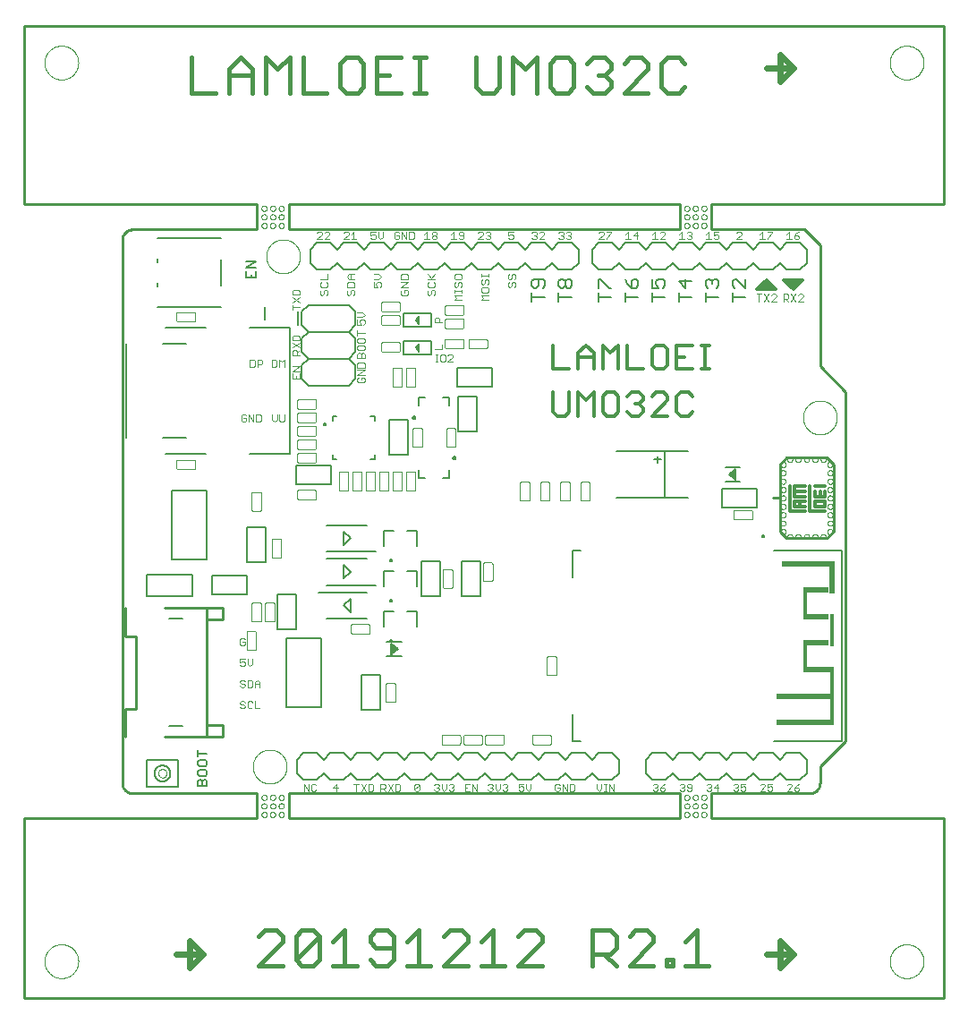
<source format=gto>
G75*
%MOIN*%
%OFA0B0*%
%FSLAX25Y25*%
%IPPOS*%
%LPD*%
%AMOC8*
5,1,8,0,0,1.08239X$1,22.5*
%
%ADD10C,0.01200*%
%ADD11C,0.00400*%
%ADD12C,0.00700*%
%ADD13C,0.00000*%
%ADD14C,0.00300*%
%ADD15C,0.01000*%
%ADD16C,0.00500*%
%ADD17C,0.01800*%
%ADD18C,0.02400*%
%ADD19C,0.00800*%
%ADD20R,0.17521X0.02117*%
%ADD21R,0.01867X0.11867*%
%ADD22R,0.09639X0.02062*%
%ADD23R,0.01831X0.11874*%
%ADD24R,0.09616X0.02025*%
%ADD25R,0.01752X0.11856*%
%ADD26R,0.09612X0.01978*%
%ADD27R,0.01704X0.11822*%
%ADD28R,0.09572X0.01923*%
%ADD29R,0.01805X0.21593*%
%ADD30R,0.19540X0.01867*%
%ADD31R,0.19531X0.01900*%
%ADD32R,0.01846X0.01878*%
%ADD33R,0.01851X0.01913*%
%ADD34R,0.01859X0.02056*%
%ADD35R,0.05650X0.01931*%
%ADD36C,0.00787*%
%ADD37C,0.00600*%
D10*
X0199985Y0218380D02*
X0202921Y0218380D01*
X0204389Y0219847D01*
X0204389Y0227187D01*
X0207725Y0227187D02*
X0210661Y0224251D01*
X0213597Y0227187D01*
X0213597Y0218380D01*
X0216933Y0219847D02*
X0218401Y0218380D01*
X0221337Y0218380D01*
X0222805Y0219847D01*
X0222805Y0225719D01*
X0221337Y0227187D01*
X0218401Y0227187D01*
X0216933Y0225719D01*
X0216933Y0219847D01*
X0207725Y0218380D02*
X0207725Y0227187D01*
X0207725Y0235880D02*
X0207725Y0241751D01*
X0210661Y0244687D01*
X0213597Y0241751D01*
X0213597Y0235880D01*
X0216933Y0235880D02*
X0216933Y0244687D01*
X0219869Y0241751D01*
X0222805Y0244687D01*
X0222805Y0235880D01*
X0226141Y0235880D02*
X0232013Y0235880D01*
X0235349Y0237347D02*
X0236817Y0235880D01*
X0239753Y0235880D01*
X0241220Y0237347D01*
X0241220Y0243219D01*
X0239753Y0244687D01*
X0236817Y0244687D01*
X0235349Y0243219D01*
X0235349Y0237347D01*
X0244557Y0235880D02*
X0250428Y0235880D01*
X0253764Y0235880D02*
X0256700Y0235880D01*
X0255232Y0235880D02*
X0255232Y0244687D01*
X0253764Y0244687D02*
X0256700Y0244687D01*
X0250428Y0244687D02*
X0244557Y0244687D01*
X0244557Y0235880D01*
X0244557Y0240283D02*
X0247492Y0240283D01*
X0246025Y0227187D02*
X0244557Y0225719D01*
X0244557Y0219847D01*
X0246025Y0218380D01*
X0248960Y0218380D01*
X0250428Y0219847D01*
X0250428Y0225719D02*
X0248960Y0227187D01*
X0246025Y0227187D01*
X0241220Y0225719D02*
X0239753Y0227187D01*
X0236817Y0227187D01*
X0235349Y0225719D01*
X0232013Y0225719D02*
X0232013Y0224251D01*
X0230545Y0222783D01*
X0232013Y0221315D01*
X0232013Y0219847D01*
X0230545Y0218380D01*
X0227609Y0218380D01*
X0226141Y0219847D01*
X0229077Y0222783D02*
X0230545Y0222783D01*
X0232013Y0225719D02*
X0230545Y0227187D01*
X0227609Y0227187D01*
X0226141Y0225719D01*
X0226141Y0235880D02*
X0226141Y0244687D01*
X0213597Y0240283D02*
X0207725Y0240283D01*
X0204389Y0235880D02*
X0198517Y0235880D01*
X0198517Y0244687D01*
X0198517Y0227187D02*
X0198517Y0219847D01*
X0199985Y0218380D01*
X0235349Y0218380D02*
X0241220Y0224251D01*
X0241220Y0225719D01*
X0241220Y0218380D02*
X0235349Y0218380D01*
X0274417Y0265530D02*
X0277917Y0269030D01*
X0281417Y0265530D01*
X0274417Y0265530D01*
X0275917Y0266030D02*
X0277917Y0268030D01*
X0279917Y0266030D01*
X0276917Y0266030D01*
X0278417Y0267030D01*
X0284449Y0269030D02*
X0287949Y0265530D01*
X0291449Y0269030D01*
X0284449Y0269030D01*
X0285949Y0268530D02*
X0289949Y0268530D01*
X0287949Y0266530D01*
X0286449Y0268030D01*
X0288449Y0268030D01*
X0287949Y0267530D02*
X0287949Y0267030D01*
X0288542Y0192155D02*
X0292292Y0192155D01*
X0294167Y0192155D02*
X0294167Y0182780D01*
X0299792Y0182780D01*
X0299792Y0184655D02*
X0299792Y0186530D01*
X0296042Y0186530D01*
X0296042Y0184655D01*
X0299792Y0184655D01*
X0299792Y0188405D02*
X0296042Y0188405D01*
X0296042Y0190280D01*
X0296042Y0192155D02*
X0299792Y0192155D01*
X0299792Y0190280D02*
X0299792Y0188405D01*
X0297917Y0189030D02*
X0297917Y0190280D01*
X0292292Y0190280D02*
X0288542Y0190280D01*
X0288542Y0192155D01*
X0286667Y0192155D02*
X0286667Y0182780D01*
X0292292Y0182780D01*
X0292292Y0184655D02*
X0290417Y0184655D01*
X0290417Y0186530D01*
X0292292Y0186530D01*
X0292292Y0188405D02*
X0288542Y0188405D01*
X0288542Y0190280D01*
X0288542Y0186530D02*
X0290417Y0186530D01*
X0288542Y0186530D02*
X0288542Y0184655D01*
X0290417Y0184655D01*
D11*
X0184417Y0266804D02*
X0183950Y0266336D01*
X0184417Y0266804D02*
X0184417Y0267738D01*
X0183950Y0268205D01*
X0183483Y0268205D01*
X0183016Y0267738D01*
X0183016Y0266804D01*
X0182549Y0266336D01*
X0182082Y0266336D01*
X0181615Y0266804D01*
X0181615Y0267738D01*
X0182082Y0268205D01*
X0182082Y0269283D02*
X0182549Y0269283D01*
X0183016Y0269750D01*
X0183016Y0270684D01*
X0183483Y0271151D01*
X0183950Y0271151D01*
X0184417Y0270684D01*
X0184417Y0269750D01*
X0183950Y0269283D01*
X0182082Y0269283D02*
X0181615Y0269750D01*
X0181615Y0270684D01*
X0182082Y0271151D01*
X0174417Y0271199D02*
X0174417Y0270265D01*
X0174417Y0270732D02*
X0171615Y0270732D01*
X0171615Y0270265D02*
X0171615Y0271199D01*
X0172082Y0269187D02*
X0171615Y0268720D01*
X0171615Y0267786D01*
X0172082Y0267319D01*
X0172549Y0267319D01*
X0173016Y0267786D01*
X0173016Y0268720D01*
X0173483Y0269187D01*
X0173950Y0269187D01*
X0174417Y0268720D01*
X0174417Y0267786D01*
X0173950Y0267319D01*
X0173950Y0266240D02*
X0172082Y0266240D01*
X0171615Y0265773D01*
X0171615Y0264839D01*
X0172082Y0264372D01*
X0173950Y0264372D01*
X0174417Y0264839D01*
X0174417Y0265773D01*
X0173950Y0266240D01*
X0174417Y0263294D02*
X0171615Y0263294D01*
X0172549Y0262360D01*
X0171615Y0261426D01*
X0174417Y0261426D01*
X0164417Y0261426D02*
X0161615Y0261426D01*
X0162549Y0262360D01*
X0161615Y0263294D01*
X0164417Y0263294D01*
X0164417Y0264372D02*
X0164417Y0265306D01*
X0164417Y0264839D02*
X0161615Y0264839D01*
X0161615Y0264372D02*
X0161615Y0265306D01*
X0162082Y0266336D02*
X0162549Y0266336D01*
X0163016Y0266804D01*
X0163016Y0267738D01*
X0163483Y0268205D01*
X0163950Y0268205D01*
X0164417Y0267738D01*
X0164417Y0266804D01*
X0163950Y0266336D01*
X0162082Y0266336D02*
X0161615Y0266804D01*
X0161615Y0267738D01*
X0162082Y0268205D01*
X0162082Y0269283D02*
X0163950Y0269283D01*
X0164417Y0269750D01*
X0164417Y0270684D01*
X0163950Y0271151D01*
X0162082Y0271151D01*
X0161615Y0270684D01*
X0161615Y0269750D01*
X0162082Y0269283D01*
X0154417Y0269283D02*
X0151615Y0269283D01*
X0152082Y0268205D02*
X0151615Y0267738D01*
X0151615Y0266804D01*
X0152082Y0266336D01*
X0153950Y0266336D01*
X0154417Y0266804D01*
X0154417Y0267738D01*
X0153950Y0268205D01*
X0153483Y0269283D02*
X0151615Y0271151D01*
X0153016Y0269750D02*
X0154417Y0271151D01*
X0153950Y0265258D02*
X0154417Y0264791D01*
X0154417Y0263857D01*
X0153950Y0263390D01*
X0153016Y0263857D02*
X0153016Y0264791D01*
X0153483Y0265258D01*
X0153950Y0265258D01*
X0153016Y0263857D02*
X0152549Y0263390D01*
X0152082Y0263390D01*
X0151615Y0263857D01*
X0151615Y0264791D01*
X0152082Y0265258D01*
X0144417Y0264791D02*
X0143950Y0265258D01*
X0143016Y0265258D01*
X0143016Y0264324D01*
X0142082Y0263390D02*
X0143950Y0263390D01*
X0144417Y0263857D01*
X0144417Y0264791D01*
X0144417Y0266336D02*
X0141615Y0266336D01*
X0144417Y0268205D01*
X0141615Y0268205D01*
X0141615Y0269283D02*
X0141615Y0270684D01*
X0142082Y0271151D01*
X0143950Y0271151D01*
X0144417Y0270684D01*
X0144417Y0269283D01*
X0141615Y0269283D01*
X0142082Y0265258D02*
X0141615Y0264791D01*
X0141615Y0263857D01*
X0142082Y0263390D01*
X0134417Y0266804D02*
X0133950Y0266336D01*
X0134417Y0266804D02*
X0134417Y0267738D01*
X0133950Y0268205D01*
X0133016Y0268205D01*
X0132549Y0267738D01*
X0132549Y0267271D01*
X0133016Y0266336D01*
X0131615Y0266336D01*
X0131615Y0268205D01*
X0131615Y0269283D02*
X0133483Y0269283D01*
X0134417Y0270217D01*
X0133483Y0271151D01*
X0131615Y0271151D01*
X0124417Y0271151D02*
X0122549Y0271151D01*
X0121615Y0270217D01*
X0122549Y0269283D01*
X0124417Y0269283D01*
X0123950Y0268205D02*
X0124417Y0267738D01*
X0124417Y0266336D01*
X0121615Y0266336D01*
X0121615Y0267738D01*
X0122082Y0268205D01*
X0123950Y0268205D01*
X0123016Y0269283D02*
X0123016Y0271151D01*
X0123483Y0265258D02*
X0123950Y0265258D01*
X0124417Y0264791D01*
X0124417Y0263857D01*
X0123950Y0263390D01*
X0123016Y0263857D02*
X0123016Y0264791D01*
X0123483Y0265258D01*
X0122082Y0265258D02*
X0121615Y0264791D01*
X0121615Y0263857D01*
X0122082Y0263390D01*
X0122549Y0263390D01*
X0123016Y0263857D01*
X0114417Y0263857D02*
X0113950Y0263390D01*
X0114417Y0263857D02*
X0114417Y0264791D01*
X0113950Y0265258D01*
X0113483Y0265258D01*
X0113016Y0264791D01*
X0113016Y0263857D01*
X0112549Y0263390D01*
X0112082Y0263390D01*
X0111615Y0263857D01*
X0111615Y0264791D01*
X0112082Y0265258D01*
X0112082Y0266336D02*
X0113950Y0266336D01*
X0114417Y0266804D01*
X0114417Y0267738D01*
X0113950Y0268205D01*
X0114417Y0269283D02*
X0111615Y0269283D01*
X0112082Y0268205D02*
X0111615Y0267738D01*
X0111615Y0266804D01*
X0112082Y0266336D01*
X0114417Y0269283D02*
X0114417Y0271151D01*
D12*
X0190513Y0268425D02*
X0190513Y0266790D01*
X0191330Y0265973D01*
X0192148Y0265973D01*
X0192965Y0266790D01*
X0192965Y0269243D01*
X0191330Y0269243D02*
X0190513Y0268425D01*
X0191330Y0269243D02*
X0194600Y0269243D01*
X0195417Y0268425D01*
X0195417Y0266790D01*
X0194600Y0265973D01*
X0195417Y0262451D02*
X0190513Y0262451D01*
X0190513Y0260817D02*
X0190513Y0264086D01*
X0200513Y0264086D02*
X0200513Y0260817D01*
X0200513Y0262451D02*
X0205417Y0262451D01*
X0204600Y0265973D02*
X0203783Y0265973D01*
X0202965Y0266790D01*
X0202965Y0268425D01*
X0203783Y0269243D01*
X0204600Y0269243D01*
X0205417Y0268425D01*
X0205417Y0266790D01*
X0204600Y0265973D01*
X0202965Y0266790D02*
X0202148Y0265973D01*
X0201330Y0265973D01*
X0200513Y0266790D01*
X0200513Y0268425D01*
X0201330Y0269243D01*
X0202148Y0269243D01*
X0202965Y0268425D01*
X0215263Y0269243D02*
X0215263Y0265973D01*
X0215263Y0264086D02*
X0215263Y0260817D01*
X0215263Y0262451D02*
X0220167Y0262451D01*
X0220167Y0265973D02*
X0219350Y0265973D01*
X0216080Y0269243D01*
X0215263Y0269243D01*
X0225263Y0269243D02*
X0226080Y0267608D01*
X0227715Y0265973D01*
X0227715Y0268425D01*
X0228533Y0269243D01*
X0229350Y0269243D01*
X0230167Y0268425D01*
X0230167Y0266790D01*
X0229350Y0265973D01*
X0227715Y0265973D01*
X0225263Y0264086D02*
X0225263Y0260817D01*
X0225263Y0262451D02*
X0230167Y0262451D01*
X0235263Y0262451D02*
X0240167Y0262451D01*
X0239350Y0265973D02*
X0240167Y0266790D01*
X0240167Y0268425D01*
X0239350Y0269243D01*
X0237715Y0269243D01*
X0236898Y0268425D01*
X0236898Y0267608D01*
X0237715Y0265973D01*
X0235263Y0265973D01*
X0235263Y0269243D01*
X0235263Y0264086D02*
X0235263Y0260817D01*
X0245263Y0260817D02*
X0245263Y0264086D01*
X0245263Y0262451D02*
X0250167Y0262451D01*
X0247715Y0265973D02*
X0247715Y0269243D01*
X0245263Y0268425D02*
X0247715Y0265973D01*
X0250167Y0268425D02*
X0245263Y0268425D01*
X0255263Y0268425D02*
X0256080Y0269243D01*
X0256898Y0269243D01*
X0257715Y0268425D01*
X0258533Y0269243D01*
X0259350Y0269243D01*
X0260167Y0268425D01*
X0260167Y0266790D01*
X0259350Y0265973D01*
X0257715Y0267608D02*
X0257715Y0268425D01*
X0255263Y0268425D02*
X0255263Y0266790D01*
X0256080Y0265973D01*
X0255263Y0264086D02*
X0255263Y0260817D01*
X0255263Y0262451D02*
X0260167Y0262451D01*
X0265263Y0262451D02*
X0270167Y0262451D01*
X0270167Y0265973D02*
X0266898Y0269243D01*
X0266080Y0269243D01*
X0265263Y0268425D01*
X0265263Y0266790D01*
X0266080Y0265973D01*
X0265263Y0264086D02*
X0265263Y0260817D01*
X0270167Y0265973D02*
X0270167Y0269243D01*
X0248774Y0205280D02*
X0240161Y0205280D01*
X0240161Y0187780D01*
X0248774Y0187780D01*
X0240161Y0187780D02*
X0222061Y0187780D01*
X0236111Y0202154D02*
X0238611Y0202154D01*
X0237361Y0203404D02*
X0237361Y0200904D01*
X0240161Y0205280D02*
X0222061Y0205280D01*
D13*
X0283183Y0200280D02*
X0283185Y0200342D01*
X0283191Y0200405D01*
X0283201Y0200466D01*
X0283215Y0200527D01*
X0283232Y0200587D01*
X0283253Y0200646D01*
X0283279Y0200703D01*
X0283307Y0200758D01*
X0283339Y0200812D01*
X0283375Y0200863D01*
X0283413Y0200913D01*
X0283455Y0200959D01*
X0283499Y0201003D01*
X0283547Y0201044D01*
X0283596Y0201082D01*
X0283648Y0201116D01*
X0283702Y0201147D01*
X0283758Y0201175D01*
X0283816Y0201199D01*
X0283875Y0201220D01*
X0283935Y0201236D01*
X0283996Y0201249D01*
X0284058Y0201258D01*
X0284120Y0201263D01*
X0284183Y0201264D01*
X0284245Y0201261D01*
X0284307Y0201254D01*
X0284369Y0201243D01*
X0284429Y0201228D01*
X0284489Y0201210D01*
X0284547Y0201188D01*
X0284604Y0201162D01*
X0284659Y0201132D01*
X0284712Y0201099D01*
X0284763Y0201063D01*
X0284811Y0201024D01*
X0284857Y0200981D01*
X0284900Y0200936D01*
X0284940Y0200888D01*
X0284977Y0200838D01*
X0285011Y0200785D01*
X0285042Y0200731D01*
X0285068Y0200675D01*
X0285092Y0200617D01*
X0285111Y0200557D01*
X0285127Y0200497D01*
X0285139Y0200435D01*
X0285147Y0200374D01*
X0285151Y0200311D01*
X0285151Y0200249D01*
X0285147Y0200186D01*
X0285139Y0200125D01*
X0285127Y0200063D01*
X0285111Y0200003D01*
X0285092Y0199943D01*
X0285068Y0199885D01*
X0285042Y0199829D01*
X0285011Y0199775D01*
X0284977Y0199722D01*
X0284940Y0199672D01*
X0284900Y0199624D01*
X0284857Y0199579D01*
X0284811Y0199536D01*
X0284763Y0199497D01*
X0284712Y0199461D01*
X0284659Y0199428D01*
X0284604Y0199398D01*
X0284547Y0199372D01*
X0284489Y0199350D01*
X0284429Y0199332D01*
X0284369Y0199317D01*
X0284307Y0199306D01*
X0284245Y0199299D01*
X0284183Y0199296D01*
X0284120Y0199297D01*
X0284058Y0199302D01*
X0283996Y0199311D01*
X0283935Y0199324D01*
X0283875Y0199340D01*
X0283816Y0199361D01*
X0283758Y0199385D01*
X0283702Y0199413D01*
X0283648Y0199444D01*
X0283596Y0199478D01*
X0283547Y0199516D01*
X0283499Y0199557D01*
X0283455Y0199601D01*
X0283413Y0199647D01*
X0283375Y0199697D01*
X0283339Y0199748D01*
X0283307Y0199802D01*
X0283279Y0199857D01*
X0283253Y0199914D01*
X0283232Y0199973D01*
X0283215Y0200033D01*
X0283201Y0200094D01*
X0283191Y0200155D01*
X0283185Y0200218D01*
X0283183Y0200280D01*
X0283183Y0197155D02*
X0283185Y0197217D01*
X0283191Y0197280D01*
X0283201Y0197341D01*
X0283215Y0197402D01*
X0283232Y0197462D01*
X0283253Y0197521D01*
X0283279Y0197578D01*
X0283307Y0197633D01*
X0283339Y0197687D01*
X0283375Y0197738D01*
X0283413Y0197788D01*
X0283455Y0197834D01*
X0283499Y0197878D01*
X0283547Y0197919D01*
X0283596Y0197957D01*
X0283648Y0197991D01*
X0283702Y0198022D01*
X0283758Y0198050D01*
X0283816Y0198074D01*
X0283875Y0198095D01*
X0283935Y0198111D01*
X0283996Y0198124D01*
X0284058Y0198133D01*
X0284120Y0198138D01*
X0284183Y0198139D01*
X0284245Y0198136D01*
X0284307Y0198129D01*
X0284369Y0198118D01*
X0284429Y0198103D01*
X0284489Y0198085D01*
X0284547Y0198063D01*
X0284604Y0198037D01*
X0284659Y0198007D01*
X0284712Y0197974D01*
X0284763Y0197938D01*
X0284811Y0197899D01*
X0284857Y0197856D01*
X0284900Y0197811D01*
X0284940Y0197763D01*
X0284977Y0197713D01*
X0285011Y0197660D01*
X0285042Y0197606D01*
X0285068Y0197550D01*
X0285092Y0197492D01*
X0285111Y0197432D01*
X0285127Y0197372D01*
X0285139Y0197310D01*
X0285147Y0197249D01*
X0285151Y0197186D01*
X0285151Y0197124D01*
X0285147Y0197061D01*
X0285139Y0197000D01*
X0285127Y0196938D01*
X0285111Y0196878D01*
X0285092Y0196818D01*
X0285068Y0196760D01*
X0285042Y0196704D01*
X0285011Y0196650D01*
X0284977Y0196597D01*
X0284940Y0196547D01*
X0284900Y0196499D01*
X0284857Y0196454D01*
X0284811Y0196411D01*
X0284763Y0196372D01*
X0284712Y0196336D01*
X0284659Y0196303D01*
X0284604Y0196273D01*
X0284547Y0196247D01*
X0284489Y0196225D01*
X0284429Y0196207D01*
X0284369Y0196192D01*
X0284307Y0196181D01*
X0284245Y0196174D01*
X0284183Y0196171D01*
X0284120Y0196172D01*
X0284058Y0196177D01*
X0283996Y0196186D01*
X0283935Y0196199D01*
X0283875Y0196215D01*
X0283816Y0196236D01*
X0283758Y0196260D01*
X0283702Y0196288D01*
X0283648Y0196319D01*
X0283596Y0196353D01*
X0283547Y0196391D01*
X0283499Y0196432D01*
X0283455Y0196476D01*
X0283413Y0196522D01*
X0283375Y0196572D01*
X0283339Y0196623D01*
X0283307Y0196677D01*
X0283279Y0196732D01*
X0283253Y0196789D01*
X0283232Y0196848D01*
X0283215Y0196908D01*
X0283201Y0196969D01*
X0283191Y0197030D01*
X0283185Y0197093D01*
X0283183Y0197155D01*
X0283183Y0194030D02*
X0283185Y0194092D01*
X0283191Y0194155D01*
X0283201Y0194216D01*
X0283215Y0194277D01*
X0283232Y0194337D01*
X0283253Y0194396D01*
X0283279Y0194453D01*
X0283307Y0194508D01*
X0283339Y0194562D01*
X0283375Y0194613D01*
X0283413Y0194663D01*
X0283455Y0194709D01*
X0283499Y0194753D01*
X0283547Y0194794D01*
X0283596Y0194832D01*
X0283648Y0194866D01*
X0283702Y0194897D01*
X0283758Y0194925D01*
X0283816Y0194949D01*
X0283875Y0194970D01*
X0283935Y0194986D01*
X0283996Y0194999D01*
X0284058Y0195008D01*
X0284120Y0195013D01*
X0284183Y0195014D01*
X0284245Y0195011D01*
X0284307Y0195004D01*
X0284369Y0194993D01*
X0284429Y0194978D01*
X0284489Y0194960D01*
X0284547Y0194938D01*
X0284604Y0194912D01*
X0284659Y0194882D01*
X0284712Y0194849D01*
X0284763Y0194813D01*
X0284811Y0194774D01*
X0284857Y0194731D01*
X0284900Y0194686D01*
X0284940Y0194638D01*
X0284977Y0194588D01*
X0285011Y0194535D01*
X0285042Y0194481D01*
X0285068Y0194425D01*
X0285092Y0194367D01*
X0285111Y0194307D01*
X0285127Y0194247D01*
X0285139Y0194185D01*
X0285147Y0194124D01*
X0285151Y0194061D01*
X0285151Y0193999D01*
X0285147Y0193936D01*
X0285139Y0193875D01*
X0285127Y0193813D01*
X0285111Y0193753D01*
X0285092Y0193693D01*
X0285068Y0193635D01*
X0285042Y0193579D01*
X0285011Y0193525D01*
X0284977Y0193472D01*
X0284940Y0193422D01*
X0284900Y0193374D01*
X0284857Y0193329D01*
X0284811Y0193286D01*
X0284763Y0193247D01*
X0284712Y0193211D01*
X0284659Y0193178D01*
X0284604Y0193148D01*
X0284547Y0193122D01*
X0284489Y0193100D01*
X0284429Y0193082D01*
X0284369Y0193067D01*
X0284307Y0193056D01*
X0284245Y0193049D01*
X0284183Y0193046D01*
X0284120Y0193047D01*
X0284058Y0193052D01*
X0283996Y0193061D01*
X0283935Y0193074D01*
X0283875Y0193090D01*
X0283816Y0193111D01*
X0283758Y0193135D01*
X0283702Y0193163D01*
X0283648Y0193194D01*
X0283596Y0193228D01*
X0283547Y0193266D01*
X0283499Y0193307D01*
X0283455Y0193351D01*
X0283413Y0193397D01*
X0283375Y0193447D01*
X0283339Y0193498D01*
X0283307Y0193552D01*
X0283279Y0193607D01*
X0283253Y0193664D01*
X0283232Y0193723D01*
X0283215Y0193783D01*
X0283201Y0193844D01*
X0283191Y0193905D01*
X0283185Y0193968D01*
X0283183Y0194030D01*
X0283183Y0190905D02*
X0283185Y0190967D01*
X0283191Y0191030D01*
X0283201Y0191091D01*
X0283215Y0191152D01*
X0283232Y0191212D01*
X0283253Y0191271D01*
X0283279Y0191328D01*
X0283307Y0191383D01*
X0283339Y0191437D01*
X0283375Y0191488D01*
X0283413Y0191538D01*
X0283455Y0191584D01*
X0283499Y0191628D01*
X0283547Y0191669D01*
X0283596Y0191707D01*
X0283648Y0191741D01*
X0283702Y0191772D01*
X0283758Y0191800D01*
X0283816Y0191824D01*
X0283875Y0191845D01*
X0283935Y0191861D01*
X0283996Y0191874D01*
X0284058Y0191883D01*
X0284120Y0191888D01*
X0284183Y0191889D01*
X0284245Y0191886D01*
X0284307Y0191879D01*
X0284369Y0191868D01*
X0284429Y0191853D01*
X0284489Y0191835D01*
X0284547Y0191813D01*
X0284604Y0191787D01*
X0284659Y0191757D01*
X0284712Y0191724D01*
X0284763Y0191688D01*
X0284811Y0191649D01*
X0284857Y0191606D01*
X0284900Y0191561D01*
X0284940Y0191513D01*
X0284977Y0191463D01*
X0285011Y0191410D01*
X0285042Y0191356D01*
X0285068Y0191300D01*
X0285092Y0191242D01*
X0285111Y0191182D01*
X0285127Y0191122D01*
X0285139Y0191060D01*
X0285147Y0190999D01*
X0285151Y0190936D01*
X0285151Y0190874D01*
X0285147Y0190811D01*
X0285139Y0190750D01*
X0285127Y0190688D01*
X0285111Y0190628D01*
X0285092Y0190568D01*
X0285068Y0190510D01*
X0285042Y0190454D01*
X0285011Y0190400D01*
X0284977Y0190347D01*
X0284940Y0190297D01*
X0284900Y0190249D01*
X0284857Y0190204D01*
X0284811Y0190161D01*
X0284763Y0190122D01*
X0284712Y0190086D01*
X0284659Y0190053D01*
X0284604Y0190023D01*
X0284547Y0189997D01*
X0284489Y0189975D01*
X0284429Y0189957D01*
X0284369Y0189942D01*
X0284307Y0189931D01*
X0284245Y0189924D01*
X0284183Y0189921D01*
X0284120Y0189922D01*
X0284058Y0189927D01*
X0283996Y0189936D01*
X0283935Y0189949D01*
X0283875Y0189965D01*
X0283816Y0189986D01*
X0283758Y0190010D01*
X0283702Y0190038D01*
X0283648Y0190069D01*
X0283596Y0190103D01*
X0283547Y0190141D01*
X0283499Y0190182D01*
X0283455Y0190226D01*
X0283413Y0190272D01*
X0283375Y0190322D01*
X0283339Y0190373D01*
X0283307Y0190427D01*
X0283279Y0190482D01*
X0283253Y0190539D01*
X0283232Y0190598D01*
X0283215Y0190658D01*
X0283201Y0190719D01*
X0283191Y0190780D01*
X0283185Y0190843D01*
X0283183Y0190905D01*
X0283183Y0187780D02*
X0283185Y0187842D01*
X0283191Y0187905D01*
X0283201Y0187966D01*
X0283215Y0188027D01*
X0283232Y0188087D01*
X0283253Y0188146D01*
X0283279Y0188203D01*
X0283307Y0188258D01*
X0283339Y0188312D01*
X0283375Y0188363D01*
X0283413Y0188413D01*
X0283455Y0188459D01*
X0283499Y0188503D01*
X0283547Y0188544D01*
X0283596Y0188582D01*
X0283648Y0188616D01*
X0283702Y0188647D01*
X0283758Y0188675D01*
X0283816Y0188699D01*
X0283875Y0188720D01*
X0283935Y0188736D01*
X0283996Y0188749D01*
X0284058Y0188758D01*
X0284120Y0188763D01*
X0284183Y0188764D01*
X0284245Y0188761D01*
X0284307Y0188754D01*
X0284369Y0188743D01*
X0284429Y0188728D01*
X0284489Y0188710D01*
X0284547Y0188688D01*
X0284604Y0188662D01*
X0284659Y0188632D01*
X0284712Y0188599D01*
X0284763Y0188563D01*
X0284811Y0188524D01*
X0284857Y0188481D01*
X0284900Y0188436D01*
X0284940Y0188388D01*
X0284977Y0188338D01*
X0285011Y0188285D01*
X0285042Y0188231D01*
X0285068Y0188175D01*
X0285092Y0188117D01*
X0285111Y0188057D01*
X0285127Y0187997D01*
X0285139Y0187935D01*
X0285147Y0187874D01*
X0285151Y0187811D01*
X0285151Y0187749D01*
X0285147Y0187686D01*
X0285139Y0187625D01*
X0285127Y0187563D01*
X0285111Y0187503D01*
X0285092Y0187443D01*
X0285068Y0187385D01*
X0285042Y0187329D01*
X0285011Y0187275D01*
X0284977Y0187222D01*
X0284940Y0187172D01*
X0284900Y0187124D01*
X0284857Y0187079D01*
X0284811Y0187036D01*
X0284763Y0186997D01*
X0284712Y0186961D01*
X0284659Y0186928D01*
X0284604Y0186898D01*
X0284547Y0186872D01*
X0284489Y0186850D01*
X0284429Y0186832D01*
X0284369Y0186817D01*
X0284307Y0186806D01*
X0284245Y0186799D01*
X0284183Y0186796D01*
X0284120Y0186797D01*
X0284058Y0186802D01*
X0283996Y0186811D01*
X0283935Y0186824D01*
X0283875Y0186840D01*
X0283816Y0186861D01*
X0283758Y0186885D01*
X0283702Y0186913D01*
X0283648Y0186944D01*
X0283596Y0186978D01*
X0283547Y0187016D01*
X0283499Y0187057D01*
X0283455Y0187101D01*
X0283413Y0187147D01*
X0283375Y0187197D01*
X0283339Y0187248D01*
X0283307Y0187302D01*
X0283279Y0187357D01*
X0283253Y0187414D01*
X0283232Y0187473D01*
X0283215Y0187533D01*
X0283201Y0187594D01*
X0283191Y0187655D01*
X0283185Y0187718D01*
X0283183Y0187780D01*
X0283183Y0184655D02*
X0283185Y0184717D01*
X0283191Y0184780D01*
X0283201Y0184841D01*
X0283215Y0184902D01*
X0283232Y0184962D01*
X0283253Y0185021D01*
X0283279Y0185078D01*
X0283307Y0185133D01*
X0283339Y0185187D01*
X0283375Y0185238D01*
X0283413Y0185288D01*
X0283455Y0185334D01*
X0283499Y0185378D01*
X0283547Y0185419D01*
X0283596Y0185457D01*
X0283648Y0185491D01*
X0283702Y0185522D01*
X0283758Y0185550D01*
X0283816Y0185574D01*
X0283875Y0185595D01*
X0283935Y0185611D01*
X0283996Y0185624D01*
X0284058Y0185633D01*
X0284120Y0185638D01*
X0284183Y0185639D01*
X0284245Y0185636D01*
X0284307Y0185629D01*
X0284369Y0185618D01*
X0284429Y0185603D01*
X0284489Y0185585D01*
X0284547Y0185563D01*
X0284604Y0185537D01*
X0284659Y0185507D01*
X0284712Y0185474D01*
X0284763Y0185438D01*
X0284811Y0185399D01*
X0284857Y0185356D01*
X0284900Y0185311D01*
X0284940Y0185263D01*
X0284977Y0185213D01*
X0285011Y0185160D01*
X0285042Y0185106D01*
X0285068Y0185050D01*
X0285092Y0184992D01*
X0285111Y0184932D01*
X0285127Y0184872D01*
X0285139Y0184810D01*
X0285147Y0184749D01*
X0285151Y0184686D01*
X0285151Y0184624D01*
X0285147Y0184561D01*
X0285139Y0184500D01*
X0285127Y0184438D01*
X0285111Y0184378D01*
X0285092Y0184318D01*
X0285068Y0184260D01*
X0285042Y0184204D01*
X0285011Y0184150D01*
X0284977Y0184097D01*
X0284940Y0184047D01*
X0284900Y0183999D01*
X0284857Y0183954D01*
X0284811Y0183911D01*
X0284763Y0183872D01*
X0284712Y0183836D01*
X0284659Y0183803D01*
X0284604Y0183773D01*
X0284547Y0183747D01*
X0284489Y0183725D01*
X0284429Y0183707D01*
X0284369Y0183692D01*
X0284307Y0183681D01*
X0284245Y0183674D01*
X0284183Y0183671D01*
X0284120Y0183672D01*
X0284058Y0183677D01*
X0283996Y0183686D01*
X0283935Y0183699D01*
X0283875Y0183715D01*
X0283816Y0183736D01*
X0283758Y0183760D01*
X0283702Y0183788D01*
X0283648Y0183819D01*
X0283596Y0183853D01*
X0283547Y0183891D01*
X0283499Y0183932D01*
X0283455Y0183976D01*
X0283413Y0184022D01*
X0283375Y0184072D01*
X0283339Y0184123D01*
X0283307Y0184177D01*
X0283279Y0184232D01*
X0283253Y0184289D01*
X0283232Y0184348D01*
X0283215Y0184408D01*
X0283201Y0184469D01*
X0283191Y0184530D01*
X0283185Y0184593D01*
X0283183Y0184655D01*
X0283183Y0181530D02*
X0283185Y0181592D01*
X0283191Y0181655D01*
X0283201Y0181716D01*
X0283215Y0181777D01*
X0283232Y0181837D01*
X0283253Y0181896D01*
X0283279Y0181953D01*
X0283307Y0182008D01*
X0283339Y0182062D01*
X0283375Y0182113D01*
X0283413Y0182163D01*
X0283455Y0182209D01*
X0283499Y0182253D01*
X0283547Y0182294D01*
X0283596Y0182332D01*
X0283648Y0182366D01*
X0283702Y0182397D01*
X0283758Y0182425D01*
X0283816Y0182449D01*
X0283875Y0182470D01*
X0283935Y0182486D01*
X0283996Y0182499D01*
X0284058Y0182508D01*
X0284120Y0182513D01*
X0284183Y0182514D01*
X0284245Y0182511D01*
X0284307Y0182504D01*
X0284369Y0182493D01*
X0284429Y0182478D01*
X0284489Y0182460D01*
X0284547Y0182438D01*
X0284604Y0182412D01*
X0284659Y0182382D01*
X0284712Y0182349D01*
X0284763Y0182313D01*
X0284811Y0182274D01*
X0284857Y0182231D01*
X0284900Y0182186D01*
X0284940Y0182138D01*
X0284977Y0182088D01*
X0285011Y0182035D01*
X0285042Y0181981D01*
X0285068Y0181925D01*
X0285092Y0181867D01*
X0285111Y0181807D01*
X0285127Y0181747D01*
X0285139Y0181685D01*
X0285147Y0181624D01*
X0285151Y0181561D01*
X0285151Y0181499D01*
X0285147Y0181436D01*
X0285139Y0181375D01*
X0285127Y0181313D01*
X0285111Y0181253D01*
X0285092Y0181193D01*
X0285068Y0181135D01*
X0285042Y0181079D01*
X0285011Y0181025D01*
X0284977Y0180972D01*
X0284940Y0180922D01*
X0284900Y0180874D01*
X0284857Y0180829D01*
X0284811Y0180786D01*
X0284763Y0180747D01*
X0284712Y0180711D01*
X0284659Y0180678D01*
X0284604Y0180648D01*
X0284547Y0180622D01*
X0284489Y0180600D01*
X0284429Y0180582D01*
X0284369Y0180567D01*
X0284307Y0180556D01*
X0284245Y0180549D01*
X0284183Y0180546D01*
X0284120Y0180547D01*
X0284058Y0180552D01*
X0283996Y0180561D01*
X0283935Y0180574D01*
X0283875Y0180590D01*
X0283816Y0180611D01*
X0283758Y0180635D01*
X0283702Y0180663D01*
X0283648Y0180694D01*
X0283596Y0180728D01*
X0283547Y0180766D01*
X0283499Y0180807D01*
X0283455Y0180851D01*
X0283413Y0180897D01*
X0283375Y0180947D01*
X0283339Y0180998D01*
X0283307Y0181052D01*
X0283279Y0181107D01*
X0283253Y0181164D01*
X0283232Y0181223D01*
X0283215Y0181283D01*
X0283201Y0181344D01*
X0283191Y0181405D01*
X0283185Y0181468D01*
X0283183Y0181530D01*
X0283183Y0178405D02*
X0283185Y0178467D01*
X0283191Y0178530D01*
X0283201Y0178591D01*
X0283215Y0178652D01*
X0283232Y0178712D01*
X0283253Y0178771D01*
X0283279Y0178828D01*
X0283307Y0178883D01*
X0283339Y0178937D01*
X0283375Y0178988D01*
X0283413Y0179038D01*
X0283455Y0179084D01*
X0283499Y0179128D01*
X0283547Y0179169D01*
X0283596Y0179207D01*
X0283648Y0179241D01*
X0283702Y0179272D01*
X0283758Y0179300D01*
X0283816Y0179324D01*
X0283875Y0179345D01*
X0283935Y0179361D01*
X0283996Y0179374D01*
X0284058Y0179383D01*
X0284120Y0179388D01*
X0284183Y0179389D01*
X0284245Y0179386D01*
X0284307Y0179379D01*
X0284369Y0179368D01*
X0284429Y0179353D01*
X0284489Y0179335D01*
X0284547Y0179313D01*
X0284604Y0179287D01*
X0284659Y0179257D01*
X0284712Y0179224D01*
X0284763Y0179188D01*
X0284811Y0179149D01*
X0284857Y0179106D01*
X0284900Y0179061D01*
X0284940Y0179013D01*
X0284977Y0178963D01*
X0285011Y0178910D01*
X0285042Y0178856D01*
X0285068Y0178800D01*
X0285092Y0178742D01*
X0285111Y0178682D01*
X0285127Y0178622D01*
X0285139Y0178560D01*
X0285147Y0178499D01*
X0285151Y0178436D01*
X0285151Y0178374D01*
X0285147Y0178311D01*
X0285139Y0178250D01*
X0285127Y0178188D01*
X0285111Y0178128D01*
X0285092Y0178068D01*
X0285068Y0178010D01*
X0285042Y0177954D01*
X0285011Y0177900D01*
X0284977Y0177847D01*
X0284940Y0177797D01*
X0284900Y0177749D01*
X0284857Y0177704D01*
X0284811Y0177661D01*
X0284763Y0177622D01*
X0284712Y0177586D01*
X0284659Y0177553D01*
X0284604Y0177523D01*
X0284547Y0177497D01*
X0284489Y0177475D01*
X0284429Y0177457D01*
X0284369Y0177442D01*
X0284307Y0177431D01*
X0284245Y0177424D01*
X0284183Y0177421D01*
X0284120Y0177422D01*
X0284058Y0177427D01*
X0283996Y0177436D01*
X0283935Y0177449D01*
X0283875Y0177465D01*
X0283816Y0177486D01*
X0283758Y0177510D01*
X0283702Y0177538D01*
X0283648Y0177569D01*
X0283596Y0177603D01*
X0283547Y0177641D01*
X0283499Y0177682D01*
X0283455Y0177726D01*
X0283413Y0177772D01*
X0283375Y0177822D01*
X0283339Y0177873D01*
X0283307Y0177927D01*
X0283279Y0177982D01*
X0283253Y0178039D01*
X0283232Y0178098D01*
X0283215Y0178158D01*
X0283201Y0178219D01*
X0283191Y0178280D01*
X0283185Y0178343D01*
X0283183Y0178405D01*
X0283183Y0175280D02*
X0283185Y0175342D01*
X0283191Y0175405D01*
X0283201Y0175466D01*
X0283215Y0175527D01*
X0283232Y0175587D01*
X0283253Y0175646D01*
X0283279Y0175703D01*
X0283307Y0175758D01*
X0283339Y0175812D01*
X0283375Y0175863D01*
X0283413Y0175913D01*
X0283455Y0175959D01*
X0283499Y0176003D01*
X0283547Y0176044D01*
X0283596Y0176082D01*
X0283648Y0176116D01*
X0283702Y0176147D01*
X0283758Y0176175D01*
X0283816Y0176199D01*
X0283875Y0176220D01*
X0283935Y0176236D01*
X0283996Y0176249D01*
X0284058Y0176258D01*
X0284120Y0176263D01*
X0284183Y0176264D01*
X0284245Y0176261D01*
X0284307Y0176254D01*
X0284369Y0176243D01*
X0284429Y0176228D01*
X0284489Y0176210D01*
X0284547Y0176188D01*
X0284604Y0176162D01*
X0284659Y0176132D01*
X0284712Y0176099D01*
X0284763Y0176063D01*
X0284811Y0176024D01*
X0284857Y0175981D01*
X0284900Y0175936D01*
X0284940Y0175888D01*
X0284977Y0175838D01*
X0285011Y0175785D01*
X0285042Y0175731D01*
X0285068Y0175675D01*
X0285092Y0175617D01*
X0285111Y0175557D01*
X0285127Y0175497D01*
X0285139Y0175435D01*
X0285147Y0175374D01*
X0285151Y0175311D01*
X0285151Y0175249D01*
X0285147Y0175186D01*
X0285139Y0175125D01*
X0285127Y0175063D01*
X0285111Y0175003D01*
X0285092Y0174943D01*
X0285068Y0174885D01*
X0285042Y0174829D01*
X0285011Y0174775D01*
X0284977Y0174722D01*
X0284940Y0174672D01*
X0284900Y0174624D01*
X0284857Y0174579D01*
X0284811Y0174536D01*
X0284763Y0174497D01*
X0284712Y0174461D01*
X0284659Y0174428D01*
X0284604Y0174398D01*
X0284547Y0174372D01*
X0284489Y0174350D01*
X0284429Y0174332D01*
X0284369Y0174317D01*
X0284307Y0174306D01*
X0284245Y0174299D01*
X0284183Y0174296D01*
X0284120Y0174297D01*
X0284058Y0174302D01*
X0283996Y0174311D01*
X0283935Y0174324D01*
X0283875Y0174340D01*
X0283816Y0174361D01*
X0283758Y0174385D01*
X0283702Y0174413D01*
X0283648Y0174444D01*
X0283596Y0174478D01*
X0283547Y0174516D01*
X0283499Y0174557D01*
X0283455Y0174601D01*
X0283413Y0174647D01*
X0283375Y0174697D01*
X0283339Y0174748D01*
X0283307Y0174802D01*
X0283279Y0174857D01*
X0283253Y0174914D01*
X0283232Y0174973D01*
X0283215Y0175033D01*
X0283201Y0175094D01*
X0283191Y0175155D01*
X0283185Y0175218D01*
X0283183Y0175280D01*
X0285683Y0173405D02*
X0285685Y0173467D01*
X0285691Y0173530D01*
X0285701Y0173591D01*
X0285715Y0173652D01*
X0285732Y0173712D01*
X0285753Y0173771D01*
X0285779Y0173828D01*
X0285807Y0173883D01*
X0285839Y0173937D01*
X0285875Y0173988D01*
X0285913Y0174038D01*
X0285955Y0174084D01*
X0285999Y0174128D01*
X0286047Y0174169D01*
X0286096Y0174207D01*
X0286148Y0174241D01*
X0286202Y0174272D01*
X0286258Y0174300D01*
X0286316Y0174324D01*
X0286375Y0174345D01*
X0286435Y0174361D01*
X0286496Y0174374D01*
X0286558Y0174383D01*
X0286620Y0174388D01*
X0286683Y0174389D01*
X0286745Y0174386D01*
X0286807Y0174379D01*
X0286869Y0174368D01*
X0286929Y0174353D01*
X0286989Y0174335D01*
X0287047Y0174313D01*
X0287104Y0174287D01*
X0287159Y0174257D01*
X0287212Y0174224D01*
X0287263Y0174188D01*
X0287311Y0174149D01*
X0287357Y0174106D01*
X0287400Y0174061D01*
X0287440Y0174013D01*
X0287477Y0173963D01*
X0287511Y0173910D01*
X0287542Y0173856D01*
X0287568Y0173800D01*
X0287592Y0173742D01*
X0287611Y0173682D01*
X0287627Y0173622D01*
X0287639Y0173560D01*
X0287647Y0173499D01*
X0287651Y0173436D01*
X0287651Y0173374D01*
X0287647Y0173311D01*
X0287639Y0173250D01*
X0287627Y0173188D01*
X0287611Y0173128D01*
X0287592Y0173068D01*
X0287568Y0173010D01*
X0287542Y0172954D01*
X0287511Y0172900D01*
X0287477Y0172847D01*
X0287440Y0172797D01*
X0287400Y0172749D01*
X0287357Y0172704D01*
X0287311Y0172661D01*
X0287263Y0172622D01*
X0287212Y0172586D01*
X0287159Y0172553D01*
X0287104Y0172523D01*
X0287047Y0172497D01*
X0286989Y0172475D01*
X0286929Y0172457D01*
X0286869Y0172442D01*
X0286807Y0172431D01*
X0286745Y0172424D01*
X0286683Y0172421D01*
X0286620Y0172422D01*
X0286558Y0172427D01*
X0286496Y0172436D01*
X0286435Y0172449D01*
X0286375Y0172465D01*
X0286316Y0172486D01*
X0286258Y0172510D01*
X0286202Y0172538D01*
X0286148Y0172569D01*
X0286096Y0172603D01*
X0286047Y0172641D01*
X0285999Y0172682D01*
X0285955Y0172726D01*
X0285913Y0172772D01*
X0285875Y0172822D01*
X0285839Y0172873D01*
X0285807Y0172927D01*
X0285779Y0172982D01*
X0285753Y0173039D01*
X0285732Y0173098D01*
X0285715Y0173158D01*
X0285701Y0173219D01*
X0285691Y0173280D01*
X0285685Y0173343D01*
X0285683Y0173405D01*
X0288808Y0173405D02*
X0288810Y0173467D01*
X0288816Y0173530D01*
X0288826Y0173591D01*
X0288840Y0173652D01*
X0288857Y0173712D01*
X0288878Y0173771D01*
X0288904Y0173828D01*
X0288932Y0173883D01*
X0288964Y0173937D01*
X0289000Y0173988D01*
X0289038Y0174038D01*
X0289080Y0174084D01*
X0289124Y0174128D01*
X0289172Y0174169D01*
X0289221Y0174207D01*
X0289273Y0174241D01*
X0289327Y0174272D01*
X0289383Y0174300D01*
X0289441Y0174324D01*
X0289500Y0174345D01*
X0289560Y0174361D01*
X0289621Y0174374D01*
X0289683Y0174383D01*
X0289745Y0174388D01*
X0289808Y0174389D01*
X0289870Y0174386D01*
X0289932Y0174379D01*
X0289994Y0174368D01*
X0290054Y0174353D01*
X0290114Y0174335D01*
X0290172Y0174313D01*
X0290229Y0174287D01*
X0290284Y0174257D01*
X0290337Y0174224D01*
X0290388Y0174188D01*
X0290436Y0174149D01*
X0290482Y0174106D01*
X0290525Y0174061D01*
X0290565Y0174013D01*
X0290602Y0173963D01*
X0290636Y0173910D01*
X0290667Y0173856D01*
X0290693Y0173800D01*
X0290717Y0173742D01*
X0290736Y0173682D01*
X0290752Y0173622D01*
X0290764Y0173560D01*
X0290772Y0173499D01*
X0290776Y0173436D01*
X0290776Y0173374D01*
X0290772Y0173311D01*
X0290764Y0173250D01*
X0290752Y0173188D01*
X0290736Y0173128D01*
X0290717Y0173068D01*
X0290693Y0173010D01*
X0290667Y0172954D01*
X0290636Y0172900D01*
X0290602Y0172847D01*
X0290565Y0172797D01*
X0290525Y0172749D01*
X0290482Y0172704D01*
X0290436Y0172661D01*
X0290388Y0172622D01*
X0290337Y0172586D01*
X0290284Y0172553D01*
X0290229Y0172523D01*
X0290172Y0172497D01*
X0290114Y0172475D01*
X0290054Y0172457D01*
X0289994Y0172442D01*
X0289932Y0172431D01*
X0289870Y0172424D01*
X0289808Y0172421D01*
X0289745Y0172422D01*
X0289683Y0172427D01*
X0289621Y0172436D01*
X0289560Y0172449D01*
X0289500Y0172465D01*
X0289441Y0172486D01*
X0289383Y0172510D01*
X0289327Y0172538D01*
X0289273Y0172569D01*
X0289221Y0172603D01*
X0289172Y0172641D01*
X0289124Y0172682D01*
X0289080Y0172726D01*
X0289038Y0172772D01*
X0289000Y0172822D01*
X0288964Y0172873D01*
X0288932Y0172927D01*
X0288904Y0172982D01*
X0288878Y0173039D01*
X0288857Y0173098D01*
X0288840Y0173158D01*
X0288826Y0173219D01*
X0288816Y0173280D01*
X0288810Y0173343D01*
X0288808Y0173405D01*
X0291933Y0173405D02*
X0291935Y0173467D01*
X0291941Y0173530D01*
X0291951Y0173591D01*
X0291965Y0173652D01*
X0291982Y0173712D01*
X0292003Y0173771D01*
X0292029Y0173828D01*
X0292057Y0173883D01*
X0292089Y0173937D01*
X0292125Y0173988D01*
X0292163Y0174038D01*
X0292205Y0174084D01*
X0292249Y0174128D01*
X0292297Y0174169D01*
X0292346Y0174207D01*
X0292398Y0174241D01*
X0292452Y0174272D01*
X0292508Y0174300D01*
X0292566Y0174324D01*
X0292625Y0174345D01*
X0292685Y0174361D01*
X0292746Y0174374D01*
X0292808Y0174383D01*
X0292870Y0174388D01*
X0292933Y0174389D01*
X0292995Y0174386D01*
X0293057Y0174379D01*
X0293119Y0174368D01*
X0293179Y0174353D01*
X0293239Y0174335D01*
X0293297Y0174313D01*
X0293354Y0174287D01*
X0293409Y0174257D01*
X0293462Y0174224D01*
X0293513Y0174188D01*
X0293561Y0174149D01*
X0293607Y0174106D01*
X0293650Y0174061D01*
X0293690Y0174013D01*
X0293727Y0173963D01*
X0293761Y0173910D01*
X0293792Y0173856D01*
X0293818Y0173800D01*
X0293842Y0173742D01*
X0293861Y0173682D01*
X0293877Y0173622D01*
X0293889Y0173560D01*
X0293897Y0173499D01*
X0293901Y0173436D01*
X0293901Y0173374D01*
X0293897Y0173311D01*
X0293889Y0173250D01*
X0293877Y0173188D01*
X0293861Y0173128D01*
X0293842Y0173068D01*
X0293818Y0173010D01*
X0293792Y0172954D01*
X0293761Y0172900D01*
X0293727Y0172847D01*
X0293690Y0172797D01*
X0293650Y0172749D01*
X0293607Y0172704D01*
X0293561Y0172661D01*
X0293513Y0172622D01*
X0293462Y0172586D01*
X0293409Y0172553D01*
X0293354Y0172523D01*
X0293297Y0172497D01*
X0293239Y0172475D01*
X0293179Y0172457D01*
X0293119Y0172442D01*
X0293057Y0172431D01*
X0292995Y0172424D01*
X0292933Y0172421D01*
X0292870Y0172422D01*
X0292808Y0172427D01*
X0292746Y0172436D01*
X0292685Y0172449D01*
X0292625Y0172465D01*
X0292566Y0172486D01*
X0292508Y0172510D01*
X0292452Y0172538D01*
X0292398Y0172569D01*
X0292346Y0172603D01*
X0292297Y0172641D01*
X0292249Y0172682D01*
X0292205Y0172726D01*
X0292163Y0172772D01*
X0292125Y0172822D01*
X0292089Y0172873D01*
X0292057Y0172927D01*
X0292029Y0172982D01*
X0292003Y0173039D01*
X0291982Y0173098D01*
X0291965Y0173158D01*
X0291951Y0173219D01*
X0291941Y0173280D01*
X0291935Y0173343D01*
X0291933Y0173405D01*
X0295058Y0173405D02*
X0295060Y0173467D01*
X0295066Y0173530D01*
X0295076Y0173591D01*
X0295090Y0173652D01*
X0295107Y0173712D01*
X0295128Y0173771D01*
X0295154Y0173828D01*
X0295182Y0173883D01*
X0295214Y0173937D01*
X0295250Y0173988D01*
X0295288Y0174038D01*
X0295330Y0174084D01*
X0295374Y0174128D01*
X0295422Y0174169D01*
X0295471Y0174207D01*
X0295523Y0174241D01*
X0295577Y0174272D01*
X0295633Y0174300D01*
X0295691Y0174324D01*
X0295750Y0174345D01*
X0295810Y0174361D01*
X0295871Y0174374D01*
X0295933Y0174383D01*
X0295995Y0174388D01*
X0296058Y0174389D01*
X0296120Y0174386D01*
X0296182Y0174379D01*
X0296244Y0174368D01*
X0296304Y0174353D01*
X0296364Y0174335D01*
X0296422Y0174313D01*
X0296479Y0174287D01*
X0296534Y0174257D01*
X0296587Y0174224D01*
X0296638Y0174188D01*
X0296686Y0174149D01*
X0296732Y0174106D01*
X0296775Y0174061D01*
X0296815Y0174013D01*
X0296852Y0173963D01*
X0296886Y0173910D01*
X0296917Y0173856D01*
X0296943Y0173800D01*
X0296967Y0173742D01*
X0296986Y0173682D01*
X0297002Y0173622D01*
X0297014Y0173560D01*
X0297022Y0173499D01*
X0297026Y0173436D01*
X0297026Y0173374D01*
X0297022Y0173311D01*
X0297014Y0173250D01*
X0297002Y0173188D01*
X0296986Y0173128D01*
X0296967Y0173068D01*
X0296943Y0173010D01*
X0296917Y0172954D01*
X0296886Y0172900D01*
X0296852Y0172847D01*
X0296815Y0172797D01*
X0296775Y0172749D01*
X0296732Y0172704D01*
X0296686Y0172661D01*
X0296638Y0172622D01*
X0296587Y0172586D01*
X0296534Y0172553D01*
X0296479Y0172523D01*
X0296422Y0172497D01*
X0296364Y0172475D01*
X0296304Y0172457D01*
X0296244Y0172442D01*
X0296182Y0172431D01*
X0296120Y0172424D01*
X0296058Y0172421D01*
X0295995Y0172422D01*
X0295933Y0172427D01*
X0295871Y0172436D01*
X0295810Y0172449D01*
X0295750Y0172465D01*
X0295691Y0172486D01*
X0295633Y0172510D01*
X0295577Y0172538D01*
X0295523Y0172569D01*
X0295471Y0172603D01*
X0295422Y0172641D01*
X0295374Y0172682D01*
X0295330Y0172726D01*
X0295288Y0172772D01*
X0295250Y0172822D01*
X0295214Y0172873D01*
X0295182Y0172927D01*
X0295154Y0172982D01*
X0295128Y0173039D01*
X0295107Y0173098D01*
X0295090Y0173158D01*
X0295076Y0173219D01*
X0295066Y0173280D01*
X0295060Y0173343D01*
X0295058Y0173405D01*
X0298183Y0173405D02*
X0298185Y0173467D01*
X0298191Y0173530D01*
X0298201Y0173591D01*
X0298215Y0173652D01*
X0298232Y0173712D01*
X0298253Y0173771D01*
X0298279Y0173828D01*
X0298307Y0173883D01*
X0298339Y0173937D01*
X0298375Y0173988D01*
X0298413Y0174038D01*
X0298455Y0174084D01*
X0298499Y0174128D01*
X0298547Y0174169D01*
X0298596Y0174207D01*
X0298648Y0174241D01*
X0298702Y0174272D01*
X0298758Y0174300D01*
X0298816Y0174324D01*
X0298875Y0174345D01*
X0298935Y0174361D01*
X0298996Y0174374D01*
X0299058Y0174383D01*
X0299120Y0174388D01*
X0299183Y0174389D01*
X0299245Y0174386D01*
X0299307Y0174379D01*
X0299369Y0174368D01*
X0299429Y0174353D01*
X0299489Y0174335D01*
X0299547Y0174313D01*
X0299604Y0174287D01*
X0299659Y0174257D01*
X0299712Y0174224D01*
X0299763Y0174188D01*
X0299811Y0174149D01*
X0299857Y0174106D01*
X0299900Y0174061D01*
X0299940Y0174013D01*
X0299977Y0173963D01*
X0300011Y0173910D01*
X0300042Y0173856D01*
X0300068Y0173800D01*
X0300092Y0173742D01*
X0300111Y0173682D01*
X0300127Y0173622D01*
X0300139Y0173560D01*
X0300147Y0173499D01*
X0300151Y0173436D01*
X0300151Y0173374D01*
X0300147Y0173311D01*
X0300139Y0173250D01*
X0300127Y0173188D01*
X0300111Y0173128D01*
X0300092Y0173068D01*
X0300068Y0173010D01*
X0300042Y0172954D01*
X0300011Y0172900D01*
X0299977Y0172847D01*
X0299940Y0172797D01*
X0299900Y0172749D01*
X0299857Y0172704D01*
X0299811Y0172661D01*
X0299763Y0172622D01*
X0299712Y0172586D01*
X0299659Y0172553D01*
X0299604Y0172523D01*
X0299547Y0172497D01*
X0299489Y0172475D01*
X0299429Y0172457D01*
X0299369Y0172442D01*
X0299307Y0172431D01*
X0299245Y0172424D01*
X0299183Y0172421D01*
X0299120Y0172422D01*
X0299058Y0172427D01*
X0298996Y0172436D01*
X0298935Y0172449D01*
X0298875Y0172465D01*
X0298816Y0172486D01*
X0298758Y0172510D01*
X0298702Y0172538D01*
X0298648Y0172569D01*
X0298596Y0172603D01*
X0298547Y0172641D01*
X0298499Y0172682D01*
X0298455Y0172726D01*
X0298413Y0172772D01*
X0298375Y0172822D01*
X0298339Y0172873D01*
X0298307Y0172927D01*
X0298279Y0172982D01*
X0298253Y0173039D01*
X0298232Y0173098D01*
X0298215Y0173158D01*
X0298201Y0173219D01*
X0298191Y0173280D01*
X0298185Y0173343D01*
X0298183Y0173405D01*
X0300683Y0175280D02*
X0300685Y0175342D01*
X0300691Y0175405D01*
X0300701Y0175466D01*
X0300715Y0175527D01*
X0300732Y0175587D01*
X0300753Y0175646D01*
X0300779Y0175703D01*
X0300807Y0175758D01*
X0300839Y0175812D01*
X0300875Y0175863D01*
X0300913Y0175913D01*
X0300955Y0175959D01*
X0300999Y0176003D01*
X0301047Y0176044D01*
X0301096Y0176082D01*
X0301148Y0176116D01*
X0301202Y0176147D01*
X0301258Y0176175D01*
X0301316Y0176199D01*
X0301375Y0176220D01*
X0301435Y0176236D01*
X0301496Y0176249D01*
X0301558Y0176258D01*
X0301620Y0176263D01*
X0301683Y0176264D01*
X0301745Y0176261D01*
X0301807Y0176254D01*
X0301869Y0176243D01*
X0301929Y0176228D01*
X0301989Y0176210D01*
X0302047Y0176188D01*
X0302104Y0176162D01*
X0302159Y0176132D01*
X0302212Y0176099D01*
X0302263Y0176063D01*
X0302311Y0176024D01*
X0302357Y0175981D01*
X0302400Y0175936D01*
X0302440Y0175888D01*
X0302477Y0175838D01*
X0302511Y0175785D01*
X0302542Y0175731D01*
X0302568Y0175675D01*
X0302592Y0175617D01*
X0302611Y0175557D01*
X0302627Y0175497D01*
X0302639Y0175435D01*
X0302647Y0175374D01*
X0302651Y0175311D01*
X0302651Y0175249D01*
X0302647Y0175186D01*
X0302639Y0175125D01*
X0302627Y0175063D01*
X0302611Y0175003D01*
X0302592Y0174943D01*
X0302568Y0174885D01*
X0302542Y0174829D01*
X0302511Y0174775D01*
X0302477Y0174722D01*
X0302440Y0174672D01*
X0302400Y0174624D01*
X0302357Y0174579D01*
X0302311Y0174536D01*
X0302263Y0174497D01*
X0302212Y0174461D01*
X0302159Y0174428D01*
X0302104Y0174398D01*
X0302047Y0174372D01*
X0301989Y0174350D01*
X0301929Y0174332D01*
X0301869Y0174317D01*
X0301807Y0174306D01*
X0301745Y0174299D01*
X0301683Y0174296D01*
X0301620Y0174297D01*
X0301558Y0174302D01*
X0301496Y0174311D01*
X0301435Y0174324D01*
X0301375Y0174340D01*
X0301316Y0174361D01*
X0301258Y0174385D01*
X0301202Y0174413D01*
X0301148Y0174444D01*
X0301096Y0174478D01*
X0301047Y0174516D01*
X0300999Y0174557D01*
X0300955Y0174601D01*
X0300913Y0174647D01*
X0300875Y0174697D01*
X0300839Y0174748D01*
X0300807Y0174802D01*
X0300779Y0174857D01*
X0300753Y0174914D01*
X0300732Y0174973D01*
X0300715Y0175033D01*
X0300701Y0175094D01*
X0300691Y0175155D01*
X0300685Y0175218D01*
X0300683Y0175280D01*
X0300683Y0178405D02*
X0300685Y0178467D01*
X0300691Y0178530D01*
X0300701Y0178591D01*
X0300715Y0178652D01*
X0300732Y0178712D01*
X0300753Y0178771D01*
X0300779Y0178828D01*
X0300807Y0178883D01*
X0300839Y0178937D01*
X0300875Y0178988D01*
X0300913Y0179038D01*
X0300955Y0179084D01*
X0300999Y0179128D01*
X0301047Y0179169D01*
X0301096Y0179207D01*
X0301148Y0179241D01*
X0301202Y0179272D01*
X0301258Y0179300D01*
X0301316Y0179324D01*
X0301375Y0179345D01*
X0301435Y0179361D01*
X0301496Y0179374D01*
X0301558Y0179383D01*
X0301620Y0179388D01*
X0301683Y0179389D01*
X0301745Y0179386D01*
X0301807Y0179379D01*
X0301869Y0179368D01*
X0301929Y0179353D01*
X0301989Y0179335D01*
X0302047Y0179313D01*
X0302104Y0179287D01*
X0302159Y0179257D01*
X0302212Y0179224D01*
X0302263Y0179188D01*
X0302311Y0179149D01*
X0302357Y0179106D01*
X0302400Y0179061D01*
X0302440Y0179013D01*
X0302477Y0178963D01*
X0302511Y0178910D01*
X0302542Y0178856D01*
X0302568Y0178800D01*
X0302592Y0178742D01*
X0302611Y0178682D01*
X0302627Y0178622D01*
X0302639Y0178560D01*
X0302647Y0178499D01*
X0302651Y0178436D01*
X0302651Y0178374D01*
X0302647Y0178311D01*
X0302639Y0178250D01*
X0302627Y0178188D01*
X0302611Y0178128D01*
X0302592Y0178068D01*
X0302568Y0178010D01*
X0302542Y0177954D01*
X0302511Y0177900D01*
X0302477Y0177847D01*
X0302440Y0177797D01*
X0302400Y0177749D01*
X0302357Y0177704D01*
X0302311Y0177661D01*
X0302263Y0177622D01*
X0302212Y0177586D01*
X0302159Y0177553D01*
X0302104Y0177523D01*
X0302047Y0177497D01*
X0301989Y0177475D01*
X0301929Y0177457D01*
X0301869Y0177442D01*
X0301807Y0177431D01*
X0301745Y0177424D01*
X0301683Y0177421D01*
X0301620Y0177422D01*
X0301558Y0177427D01*
X0301496Y0177436D01*
X0301435Y0177449D01*
X0301375Y0177465D01*
X0301316Y0177486D01*
X0301258Y0177510D01*
X0301202Y0177538D01*
X0301148Y0177569D01*
X0301096Y0177603D01*
X0301047Y0177641D01*
X0300999Y0177682D01*
X0300955Y0177726D01*
X0300913Y0177772D01*
X0300875Y0177822D01*
X0300839Y0177873D01*
X0300807Y0177927D01*
X0300779Y0177982D01*
X0300753Y0178039D01*
X0300732Y0178098D01*
X0300715Y0178158D01*
X0300701Y0178219D01*
X0300691Y0178280D01*
X0300685Y0178343D01*
X0300683Y0178405D01*
X0300683Y0181530D02*
X0300685Y0181592D01*
X0300691Y0181655D01*
X0300701Y0181716D01*
X0300715Y0181777D01*
X0300732Y0181837D01*
X0300753Y0181896D01*
X0300779Y0181953D01*
X0300807Y0182008D01*
X0300839Y0182062D01*
X0300875Y0182113D01*
X0300913Y0182163D01*
X0300955Y0182209D01*
X0300999Y0182253D01*
X0301047Y0182294D01*
X0301096Y0182332D01*
X0301148Y0182366D01*
X0301202Y0182397D01*
X0301258Y0182425D01*
X0301316Y0182449D01*
X0301375Y0182470D01*
X0301435Y0182486D01*
X0301496Y0182499D01*
X0301558Y0182508D01*
X0301620Y0182513D01*
X0301683Y0182514D01*
X0301745Y0182511D01*
X0301807Y0182504D01*
X0301869Y0182493D01*
X0301929Y0182478D01*
X0301989Y0182460D01*
X0302047Y0182438D01*
X0302104Y0182412D01*
X0302159Y0182382D01*
X0302212Y0182349D01*
X0302263Y0182313D01*
X0302311Y0182274D01*
X0302357Y0182231D01*
X0302400Y0182186D01*
X0302440Y0182138D01*
X0302477Y0182088D01*
X0302511Y0182035D01*
X0302542Y0181981D01*
X0302568Y0181925D01*
X0302592Y0181867D01*
X0302611Y0181807D01*
X0302627Y0181747D01*
X0302639Y0181685D01*
X0302647Y0181624D01*
X0302651Y0181561D01*
X0302651Y0181499D01*
X0302647Y0181436D01*
X0302639Y0181375D01*
X0302627Y0181313D01*
X0302611Y0181253D01*
X0302592Y0181193D01*
X0302568Y0181135D01*
X0302542Y0181079D01*
X0302511Y0181025D01*
X0302477Y0180972D01*
X0302440Y0180922D01*
X0302400Y0180874D01*
X0302357Y0180829D01*
X0302311Y0180786D01*
X0302263Y0180747D01*
X0302212Y0180711D01*
X0302159Y0180678D01*
X0302104Y0180648D01*
X0302047Y0180622D01*
X0301989Y0180600D01*
X0301929Y0180582D01*
X0301869Y0180567D01*
X0301807Y0180556D01*
X0301745Y0180549D01*
X0301683Y0180546D01*
X0301620Y0180547D01*
X0301558Y0180552D01*
X0301496Y0180561D01*
X0301435Y0180574D01*
X0301375Y0180590D01*
X0301316Y0180611D01*
X0301258Y0180635D01*
X0301202Y0180663D01*
X0301148Y0180694D01*
X0301096Y0180728D01*
X0301047Y0180766D01*
X0300999Y0180807D01*
X0300955Y0180851D01*
X0300913Y0180897D01*
X0300875Y0180947D01*
X0300839Y0180998D01*
X0300807Y0181052D01*
X0300779Y0181107D01*
X0300753Y0181164D01*
X0300732Y0181223D01*
X0300715Y0181283D01*
X0300701Y0181344D01*
X0300691Y0181405D01*
X0300685Y0181468D01*
X0300683Y0181530D01*
X0300683Y0184655D02*
X0300685Y0184717D01*
X0300691Y0184780D01*
X0300701Y0184841D01*
X0300715Y0184902D01*
X0300732Y0184962D01*
X0300753Y0185021D01*
X0300779Y0185078D01*
X0300807Y0185133D01*
X0300839Y0185187D01*
X0300875Y0185238D01*
X0300913Y0185288D01*
X0300955Y0185334D01*
X0300999Y0185378D01*
X0301047Y0185419D01*
X0301096Y0185457D01*
X0301148Y0185491D01*
X0301202Y0185522D01*
X0301258Y0185550D01*
X0301316Y0185574D01*
X0301375Y0185595D01*
X0301435Y0185611D01*
X0301496Y0185624D01*
X0301558Y0185633D01*
X0301620Y0185638D01*
X0301683Y0185639D01*
X0301745Y0185636D01*
X0301807Y0185629D01*
X0301869Y0185618D01*
X0301929Y0185603D01*
X0301989Y0185585D01*
X0302047Y0185563D01*
X0302104Y0185537D01*
X0302159Y0185507D01*
X0302212Y0185474D01*
X0302263Y0185438D01*
X0302311Y0185399D01*
X0302357Y0185356D01*
X0302400Y0185311D01*
X0302440Y0185263D01*
X0302477Y0185213D01*
X0302511Y0185160D01*
X0302542Y0185106D01*
X0302568Y0185050D01*
X0302592Y0184992D01*
X0302611Y0184932D01*
X0302627Y0184872D01*
X0302639Y0184810D01*
X0302647Y0184749D01*
X0302651Y0184686D01*
X0302651Y0184624D01*
X0302647Y0184561D01*
X0302639Y0184500D01*
X0302627Y0184438D01*
X0302611Y0184378D01*
X0302592Y0184318D01*
X0302568Y0184260D01*
X0302542Y0184204D01*
X0302511Y0184150D01*
X0302477Y0184097D01*
X0302440Y0184047D01*
X0302400Y0183999D01*
X0302357Y0183954D01*
X0302311Y0183911D01*
X0302263Y0183872D01*
X0302212Y0183836D01*
X0302159Y0183803D01*
X0302104Y0183773D01*
X0302047Y0183747D01*
X0301989Y0183725D01*
X0301929Y0183707D01*
X0301869Y0183692D01*
X0301807Y0183681D01*
X0301745Y0183674D01*
X0301683Y0183671D01*
X0301620Y0183672D01*
X0301558Y0183677D01*
X0301496Y0183686D01*
X0301435Y0183699D01*
X0301375Y0183715D01*
X0301316Y0183736D01*
X0301258Y0183760D01*
X0301202Y0183788D01*
X0301148Y0183819D01*
X0301096Y0183853D01*
X0301047Y0183891D01*
X0300999Y0183932D01*
X0300955Y0183976D01*
X0300913Y0184022D01*
X0300875Y0184072D01*
X0300839Y0184123D01*
X0300807Y0184177D01*
X0300779Y0184232D01*
X0300753Y0184289D01*
X0300732Y0184348D01*
X0300715Y0184408D01*
X0300701Y0184469D01*
X0300691Y0184530D01*
X0300685Y0184593D01*
X0300683Y0184655D01*
X0300683Y0187780D02*
X0300685Y0187842D01*
X0300691Y0187905D01*
X0300701Y0187966D01*
X0300715Y0188027D01*
X0300732Y0188087D01*
X0300753Y0188146D01*
X0300779Y0188203D01*
X0300807Y0188258D01*
X0300839Y0188312D01*
X0300875Y0188363D01*
X0300913Y0188413D01*
X0300955Y0188459D01*
X0300999Y0188503D01*
X0301047Y0188544D01*
X0301096Y0188582D01*
X0301148Y0188616D01*
X0301202Y0188647D01*
X0301258Y0188675D01*
X0301316Y0188699D01*
X0301375Y0188720D01*
X0301435Y0188736D01*
X0301496Y0188749D01*
X0301558Y0188758D01*
X0301620Y0188763D01*
X0301683Y0188764D01*
X0301745Y0188761D01*
X0301807Y0188754D01*
X0301869Y0188743D01*
X0301929Y0188728D01*
X0301989Y0188710D01*
X0302047Y0188688D01*
X0302104Y0188662D01*
X0302159Y0188632D01*
X0302212Y0188599D01*
X0302263Y0188563D01*
X0302311Y0188524D01*
X0302357Y0188481D01*
X0302400Y0188436D01*
X0302440Y0188388D01*
X0302477Y0188338D01*
X0302511Y0188285D01*
X0302542Y0188231D01*
X0302568Y0188175D01*
X0302592Y0188117D01*
X0302611Y0188057D01*
X0302627Y0187997D01*
X0302639Y0187935D01*
X0302647Y0187874D01*
X0302651Y0187811D01*
X0302651Y0187749D01*
X0302647Y0187686D01*
X0302639Y0187625D01*
X0302627Y0187563D01*
X0302611Y0187503D01*
X0302592Y0187443D01*
X0302568Y0187385D01*
X0302542Y0187329D01*
X0302511Y0187275D01*
X0302477Y0187222D01*
X0302440Y0187172D01*
X0302400Y0187124D01*
X0302357Y0187079D01*
X0302311Y0187036D01*
X0302263Y0186997D01*
X0302212Y0186961D01*
X0302159Y0186928D01*
X0302104Y0186898D01*
X0302047Y0186872D01*
X0301989Y0186850D01*
X0301929Y0186832D01*
X0301869Y0186817D01*
X0301807Y0186806D01*
X0301745Y0186799D01*
X0301683Y0186796D01*
X0301620Y0186797D01*
X0301558Y0186802D01*
X0301496Y0186811D01*
X0301435Y0186824D01*
X0301375Y0186840D01*
X0301316Y0186861D01*
X0301258Y0186885D01*
X0301202Y0186913D01*
X0301148Y0186944D01*
X0301096Y0186978D01*
X0301047Y0187016D01*
X0300999Y0187057D01*
X0300955Y0187101D01*
X0300913Y0187147D01*
X0300875Y0187197D01*
X0300839Y0187248D01*
X0300807Y0187302D01*
X0300779Y0187357D01*
X0300753Y0187414D01*
X0300732Y0187473D01*
X0300715Y0187533D01*
X0300701Y0187594D01*
X0300691Y0187655D01*
X0300685Y0187718D01*
X0300683Y0187780D01*
X0300683Y0190905D02*
X0300685Y0190967D01*
X0300691Y0191030D01*
X0300701Y0191091D01*
X0300715Y0191152D01*
X0300732Y0191212D01*
X0300753Y0191271D01*
X0300779Y0191328D01*
X0300807Y0191383D01*
X0300839Y0191437D01*
X0300875Y0191488D01*
X0300913Y0191538D01*
X0300955Y0191584D01*
X0300999Y0191628D01*
X0301047Y0191669D01*
X0301096Y0191707D01*
X0301148Y0191741D01*
X0301202Y0191772D01*
X0301258Y0191800D01*
X0301316Y0191824D01*
X0301375Y0191845D01*
X0301435Y0191861D01*
X0301496Y0191874D01*
X0301558Y0191883D01*
X0301620Y0191888D01*
X0301683Y0191889D01*
X0301745Y0191886D01*
X0301807Y0191879D01*
X0301869Y0191868D01*
X0301929Y0191853D01*
X0301989Y0191835D01*
X0302047Y0191813D01*
X0302104Y0191787D01*
X0302159Y0191757D01*
X0302212Y0191724D01*
X0302263Y0191688D01*
X0302311Y0191649D01*
X0302357Y0191606D01*
X0302400Y0191561D01*
X0302440Y0191513D01*
X0302477Y0191463D01*
X0302511Y0191410D01*
X0302542Y0191356D01*
X0302568Y0191300D01*
X0302592Y0191242D01*
X0302611Y0191182D01*
X0302627Y0191122D01*
X0302639Y0191060D01*
X0302647Y0190999D01*
X0302651Y0190936D01*
X0302651Y0190874D01*
X0302647Y0190811D01*
X0302639Y0190750D01*
X0302627Y0190688D01*
X0302611Y0190628D01*
X0302592Y0190568D01*
X0302568Y0190510D01*
X0302542Y0190454D01*
X0302511Y0190400D01*
X0302477Y0190347D01*
X0302440Y0190297D01*
X0302400Y0190249D01*
X0302357Y0190204D01*
X0302311Y0190161D01*
X0302263Y0190122D01*
X0302212Y0190086D01*
X0302159Y0190053D01*
X0302104Y0190023D01*
X0302047Y0189997D01*
X0301989Y0189975D01*
X0301929Y0189957D01*
X0301869Y0189942D01*
X0301807Y0189931D01*
X0301745Y0189924D01*
X0301683Y0189921D01*
X0301620Y0189922D01*
X0301558Y0189927D01*
X0301496Y0189936D01*
X0301435Y0189949D01*
X0301375Y0189965D01*
X0301316Y0189986D01*
X0301258Y0190010D01*
X0301202Y0190038D01*
X0301148Y0190069D01*
X0301096Y0190103D01*
X0301047Y0190141D01*
X0300999Y0190182D01*
X0300955Y0190226D01*
X0300913Y0190272D01*
X0300875Y0190322D01*
X0300839Y0190373D01*
X0300807Y0190427D01*
X0300779Y0190482D01*
X0300753Y0190539D01*
X0300732Y0190598D01*
X0300715Y0190658D01*
X0300701Y0190719D01*
X0300691Y0190780D01*
X0300685Y0190843D01*
X0300683Y0190905D01*
X0300683Y0194030D02*
X0300685Y0194092D01*
X0300691Y0194155D01*
X0300701Y0194216D01*
X0300715Y0194277D01*
X0300732Y0194337D01*
X0300753Y0194396D01*
X0300779Y0194453D01*
X0300807Y0194508D01*
X0300839Y0194562D01*
X0300875Y0194613D01*
X0300913Y0194663D01*
X0300955Y0194709D01*
X0300999Y0194753D01*
X0301047Y0194794D01*
X0301096Y0194832D01*
X0301148Y0194866D01*
X0301202Y0194897D01*
X0301258Y0194925D01*
X0301316Y0194949D01*
X0301375Y0194970D01*
X0301435Y0194986D01*
X0301496Y0194999D01*
X0301558Y0195008D01*
X0301620Y0195013D01*
X0301683Y0195014D01*
X0301745Y0195011D01*
X0301807Y0195004D01*
X0301869Y0194993D01*
X0301929Y0194978D01*
X0301989Y0194960D01*
X0302047Y0194938D01*
X0302104Y0194912D01*
X0302159Y0194882D01*
X0302212Y0194849D01*
X0302263Y0194813D01*
X0302311Y0194774D01*
X0302357Y0194731D01*
X0302400Y0194686D01*
X0302440Y0194638D01*
X0302477Y0194588D01*
X0302511Y0194535D01*
X0302542Y0194481D01*
X0302568Y0194425D01*
X0302592Y0194367D01*
X0302611Y0194307D01*
X0302627Y0194247D01*
X0302639Y0194185D01*
X0302647Y0194124D01*
X0302651Y0194061D01*
X0302651Y0193999D01*
X0302647Y0193936D01*
X0302639Y0193875D01*
X0302627Y0193813D01*
X0302611Y0193753D01*
X0302592Y0193693D01*
X0302568Y0193635D01*
X0302542Y0193579D01*
X0302511Y0193525D01*
X0302477Y0193472D01*
X0302440Y0193422D01*
X0302400Y0193374D01*
X0302357Y0193329D01*
X0302311Y0193286D01*
X0302263Y0193247D01*
X0302212Y0193211D01*
X0302159Y0193178D01*
X0302104Y0193148D01*
X0302047Y0193122D01*
X0301989Y0193100D01*
X0301929Y0193082D01*
X0301869Y0193067D01*
X0301807Y0193056D01*
X0301745Y0193049D01*
X0301683Y0193046D01*
X0301620Y0193047D01*
X0301558Y0193052D01*
X0301496Y0193061D01*
X0301435Y0193074D01*
X0301375Y0193090D01*
X0301316Y0193111D01*
X0301258Y0193135D01*
X0301202Y0193163D01*
X0301148Y0193194D01*
X0301096Y0193228D01*
X0301047Y0193266D01*
X0300999Y0193307D01*
X0300955Y0193351D01*
X0300913Y0193397D01*
X0300875Y0193447D01*
X0300839Y0193498D01*
X0300807Y0193552D01*
X0300779Y0193607D01*
X0300753Y0193664D01*
X0300732Y0193723D01*
X0300715Y0193783D01*
X0300701Y0193844D01*
X0300691Y0193905D01*
X0300685Y0193968D01*
X0300683Y0194030D01*
X0300683Y0197155D02*
X0300685Y0197217D01*
X0300691Y0197280D01*
X0300701Y0197341D01*
X0300715Y0197402D01*
X0300732Y0197462D01*
X0300753Y0197521D01*
X0300779Y0197578D01*
X0300807Y0197633D01*
X0300839Y0197687D01*
X0300875Y0197738D01*
X0300913Y0197788D01*
X0300955Y0197834D01*
X0300999Y0197878D01*
X0301047Y0197919D01*
X0301096Y0197957D01*
X0301148Y0197991D01*
X0301202Y0198022D01*
X0301258Y0198050D01*
X0301316Y0198074D01*
X0301375Y0198095D01*
X0301435Y0198111D01*
X0301496Y0198124D01*
X0301558Y0198133D01*
X0301620Y0198138D01*
X0301683Y0198139D01*
X0301745Y0198136D01*
X0301807Y0198129D01*
X0301869Y0198118D01*
X0301929Y0198103D01*
X0301989Y0198085D01*
X0302047Y0198063D01*
X0302104Y0198037D01*
X0302159Y0198007D01*
X0302212Y0197974D01*
X0302263Y0197938D01*
X0302311Y0197899D01*
X0302357Y0197856D01*
X0302400Y0197811D01*
X0302440Y0197763D01*
X0302477Y0197713D01*
X0302511Y0197660D01*
X0302542Y0197606D01*
X0302568Y0197550D01*
X0302592Y0197492D01*
X0302611Y0197432D01*
X0302627Y0197372D01*
X0302639Y0197310D01*
X0302647Y0197249D01*
X0302651Y0197186D01*
X0302651Y0197124D01*
X0302647Y0197061D01*
X0302639Y0197000D01*
X0302627Y0196938D01*
X0302611Y0196878D01*
X0302592Y0196818D01*
X0302568Y0196760D01*
X0302542Y0196704D01*
X0302511Y0196650D01*
X0302477Y0196597D01*
X0302440Y0196547D01*
X0302400Y0196499D01*
X0302357Y0196454D01*
X0302311Y0196411D01*
X0302263Y0196372D01*
X0302212Y0196336D01*
X0302159Y0196303D01*
X0302104Y0196273D01*
X0302047Y0196247D01*
X0301989Y0196225D01*
X0301929Y0196207D01*
X0301869Y0196192D01*
X0301807Y0196181D01*
X0301745Y0196174D01*
X0301683Y0196171D01*
X0301620Y0196172D01*
X0301558Y0196177D01*
X0301496Y0196186D01*
X0301435Y0196199D01*
X0301375Y0196215D01*
X0301316Y0196236D01*
X0301258Y0196260D01*
X0301202Y0196288D01*
X0301148Y0196319D01*
X0301096Y0196353D01*
X0301047Y0196391D01*
X0300999Y0196432D01*
X0300955Y0196476D01*
X0300913Y0196522D01*
X0300875Y0196572D01*
X0300839Y0196623D01*
X0300807Y0196677D01*
X0300779Y0196732D01*
X0300753Y0196789D01*
X0300732Y0196848D01*
X0300715Y0196908D01*
X0300701Y0196969D01*
X0300691Y0197030D01*
X0300685Y0197093D01*
X0300683Y0197155D01*
X0300683Y0200280D02*
X0300685Y0200342D01*
X0300691Y0200405D01*
X0300701Y0200466D01*
X0300715Y0200527D01*
X0300732Y0200587D01*
X0300753Y0200646D01*
X0300779Y0200703D01*
X0300807Y0200758D01*
X0300839Y0200812D01*
X0300875Y0200863D01*
X0300913Y0200913D01*
X0300955Y0200959D01*
X0300999Y0201003D01*
X0301047Y0201044D01*
X0301096Y0201082D01*
X0301148Y0201116D01*
X0301202Y0201147D01*
X0301258Y0201175D01*
X0301316Y0201199D01*
X0301375Y0201220D01*
X0301435Y0201236D01*
X0301496Y0201249D01*
X0301558Y0201258D01*
X0301620Y0201263D01*
X0301683Y0201264D01*
X0301745Y0201261D01*
X0301807Y0201254D01*
X0301869Y0201243D01*
X0301929Y0201228D01*
X0301989Y0201210D01*
X0302047Y0201188D01*
X0302104Y0201162D01*
X0302159Y0201132D01*
X0302212Y0201099D01*
X0302263Y0201063D01*
X0302311Y0201024D01*
X0302357Y0200981D01*
X0302400Y0200936D01*
X0302440Y0200888D01*
X0302477Y0200838D01*
X0302511Y0200785D01*
X0302542Y0200731D01*
X0302568Y0200675D01*
X0302592Y0200617D01*
X0302611Y0200557D01*
X0302627Y0200497D01*
X0302639Y0200435D01*
X0302647Y0200374D01*
X0302651Y0200311D01*
X0302651Y0200249D01*
X0302647Y0200186D01*
X0302639Y0200125D01*
X0302627Y0200063D01*
X0302611Y0200003D01*
X0302592Y0199943D01*
X0302568Y0199885D01*
X0302542Y0199829D01*
X0302511Y0199775D01*
X0302477Y0199722D01*
X0302440Y0199672D01*
X0302400Y0199624D01*
X0302357Y0199579D01*
X0302311Y0199536D01*
X0302263Y0199497D01*
X0302212Y0199461D01*
X0302159Y0199428D01*
X0302104Y0199398D01*
X0302047Y0199372D01*
X0301989Y0199350D01*
X0301929Y0199332D01*
X0301869Y0199317D01*
X0301807Y0199306D01*
X0301745Y0199299D01*
X0301683Y0199296D01*
X0301620Y0199297D01*
X0301558Y0199302D01*
X0301496Y0199311D01*
X0301435Y0199324D01*
X0301375Y0199340D01*
X0301316Y0199361D01*
X0301258Y0199385D01*
X0301202Y0199413D01*
X0301148Y0199444D01*
X0301096Y0199478D01*
X0301047Y0199516D01*
X0300999Y0199557D01*
X0300955Y0199601D01*
X0300913Y0199647D01*
X0300875Y0199697D01*
X0300839Y0199748D01*
X0300807Y0199802D01*
X0300779Y0199857D01*
X0300753Y0199914D01*
X0300732Y0199973D01*
X0300715Y0200033D01*
X0300701Y0200094D01*
X0300691Y0200155D01*
X0300685Y0200218D01*
X0300683Y0200280D01*
X0298183Y0202155D02*
X0298185Y0202217D01*
X0298191Y0202280D01*
X0298201Y0202341D01*
X0298215Y0202402D01*
X0298232Y0202462D01*
X0298253Y0202521D01*
X0298279Y0202578D01*
X0298307Y0202633D01*
X0298339Y0202687D01*
X0298375Y0202738D01*
X0298413Y0202788D01*
X0298455Y0202834D01*
X0298499Y0202878D01*
X0298547Y0202919D01*
X0298596Y0202957D01*
X0298648Y0202991D01*
X0298702Y0203022D01*
X0298758Y0203050D01*
X0298816Y0203074D01*
X0298875Y0203095D01*
X0298935Y0203111D01*
X0298996Y0203124D01*
X0299058Y0203133D01*
X0299120Y0203138D01*
X0299183Y0203139D01*
X0299245Y0203136D01*
X0299307Y0203129D01*
X0299369Y0203118D01*
X0299429Y0203103D01*
X0299489Y0203085D01*
X0299547Y0203063D01*
X0299604Y0203037D01*
X0299659Y0203007D01*
X0299712Y0202974D01*
X0299763Y0202938D01*
X0299811Y0202899D01*
X0299857Y0202856D01*
X0299900Y0202811D01*
X0299940Y0202763D01*
X0299977Y0202713D01*
X0300011Y0202660D01*
X0300042Y0202606D01*
X0300068Y0202550D01*
X0300092Y0202492D01*
X0300111Y0202432D01*
X0300127Y0202372D01*
X0300139Y0202310D01*
X0300147Y0202249D01*
X0300151Y0202186D01*
X0300151Y0202124D01*
X0300147Y0202061D01*
X0300139Y0202000D01*
X0300127Y0201938D01*
X0300111Y0201878D01*
X0300092Y0201818D01*
X0300068Y0201760D01*
X0300042Y0201704D01*
X0300011Y0201650D01*
X0299977Y0201597D01*
X0299940Y0201547D01*
X0299900Y0201499D01*
X0299857Y0201454D01*
X0299811Y0201411D01*
X0299763Y0201372D01*
X0299712Y0201336D01*
X0299659Y0201303D01*
X0299604Y0201273D01*
X0299547Y0201247D01*
X0299489Y0201225D01*
X0299429Y0201207D01*
X0299369Y0201192D01*
X0299307Y0201181D01*
X0299245Y0201174D01*
X0299183Y0201171D01*
X0299120Y0201172D01*
X0299058Y0201177D01*
X0298996Y0201186D01*
X0298935Y0201199D01*
X0298875Y0201215D01*
X0298816Y0201236D01*
X0298758Y0201260D01*
X0298702Y0201288D01*
X0298648Y0201319D01*
X0298596Y0201353D01*
X0298547Y0201391D01*
X0298499Y0201432D01*
X0298455Y0201476D01*
X0298413Y0201522D01*
X0298375Y0201572D01*
X0298339Y0201623D01*
X0298307Y0201677D01*
X0298279Y0201732D01*
X0298253Y0201789D01*
X0298232Y0201848D01*
X0298215Y0201908D01*
X0298201Y0201969D01*
X0298191Y0202030D01*
X0298185Y0202093D01*
X0298183Y0202155D01*
X0295058Y0202155D02*
X0295060Y0202217D01*
X0295066Y0202280D01*
X0295076Y0202341D01*
X0295090Y0202402D01*
X0295107Y0202462D01*
X0295128Y0202521D01*
X0295154Y0202578D01*
X0295182Y0202633D01*
X0295214Y0202687D01*
X0295250Y0202738D01*
X0295288Y0202788D01*
X0295330Y0202834D01*
X0295374Y0202878D01*
X0295422Y0202919D01*
X0295471Y0202957D01*
X0295523Y0202991D01*
X0295577Y0203022D01*
X0295633Y0203050D01*
X0295691Y0203074D01*
X0295750Y0203095D01*
X0295810Y0203111D01*
X0295871Y0203124D01*
X0295933Y0203133D01*
X0295995Y0203138D01*
X0296058Y0203139D01*
X0296120Y0203136D01*
X0296182Y0203129D01*
X0296244Y0203118D01*
X0296304Y0203103D01*
X0296364Y0203085D01*
X0296422Y0203063D01*
X0296479Y0203037D01*
X0296534Y0203007D01*
X0296587Y0202974D01*
X0296638Y0202938D01*
X0296686Y0202899D01*
X0296732Y0202856D01*
X0296775Y0202811D01*
X0296815Y0202763D01*
X0296852Y0202713D01*
X0296886Y0202660D01*
X0296917Y0202606D01*
X0296943Y0202550D01*
X0296967Y0202492D01*
X0296986Y0202432D01*
X0297002Y0202372D01*
X0297014Y0202310D01*
X0297022Y0202249D01*
X0297026Y0202186D01*
X0297026Y0202124D01*
X0297022Y0202061D01*
X0297014Y0202000D01*
X0297002Y0201938D01*
X0296986Y0201878D01*
X0296967Y0201818D01*
X0296943Y0201760D01*
X0296917Y0201704D01*
X0296886Y0201650D01*
X0296852Y0201597D01*
X0296815Y0201547D01*
X0296775Y0201499D01*
X0296732Y0201454D01*
X0296686Y0201411D01*
X0296638Y0201372D01*
X0296587Y0201336D01*
X0296534Y0201303D01*
X0296479Y0201273D01*
X0296422Y0201247D01*
X0296364Y0201225D01*
X0296304Y0201207D01*
X0296244Y0201192D01*
X0296182Y0201181D01*
X0296120Y0201174D01*
X0296058Y0201171D01*
X0295995Y0201172D01*
X0295933Y0201177D01*
X0295871Y0201186D01*
X0295810Y0201199D01*
X0295750Y0201215D01*
X0295691Y0201236D01*
X0295633Y0201260D01*
X0295577Y0201288D01*
X0295523Y0201319D01*
X0295471Y0201353D01*
X0295422Y0201391D01*
X0295374Y0201432D01*
X0295330Y0201476D01*
X0295288Y0201522D01*
X0295250Y0201572D01*
X0295214Y0201623D01*
X0295182Y0201677D01*
X0295154Y0201732D01*
X0295128Y0201789D01*
X0295107Y0201848D01*
X0295090Y0201908D01*
X0295076Y0201969D01*
X0295066Y0202030D01*
X0295060Y0202093D01*
X0295058Y0202155D01*
X0291933Y0202155D02*
X0291935Y0202217D01*
X0291941Y0202280D01*
X0291951Y0202341D01*
X0291965Y0202402D01*
X0291982Y0202462D01*
X0292003Y0202521D01*
X0292029Y0202578D01*
X0292057Y0202633D01*
X0292089Y0202687D01*
X0292125Y0202738D01*
X0292163Y0202788D01*
X0292205Y0202834D01*
X0292249Y0202878D01*
X0292297Y0202919D01*
X0292346Y0202957D01*
X0292398Y0202991D01*
X0292452Y0203022D01*
X0292508Y0203050D01*
X0292566Y0203074D01*
X0292625Y0203095D01*
X0292685Y0203111D01*
X0292746Y0203124D01*
X0292808Y0203133D01*
X0292870Y0203138D01*
X0292933Y0203139D01*
X0292995Y0203136D01*
X0293057Y0203129D01*
X0293119Y0203118D01*
X0293179Y0203103D01*
X0293239Y0203085D01*
X0293297Y0203063D01*
X0293354Y0203037D01*
X0293409Y0203007D01*
X0293462Y0202974D01*
X0293513Y0202938D01*
X0293561Y0202899D01*
X0293607Y0202856D01*
X0293650Y0202811D01*
X0293690Y0202763D01*
X0293727Y0202713D01*
X0293761Y0202660D01*
X0293792Y0202606D01*
X0293818Y0202550D01*
X0293842Y0202492D01*
X0293861Y0202432D01*
X0293877Y0202372D01*
X0293889Y0202310D01*
X0293897Y0202249D01*
X0293901Y0202186D01*
X0293901Y0202124D01*
X0293897Y0202061D01*
X0293889Y0202000D01*
X0293877Y0201938D01*
X0293861Y0201878D01*
X0293842Y0201818D01*
X0293818Y0201760D01*
X0293792Y0201704D01*
X0293761Y0201650D01*
X0293727Y0201597D01*
X0293690Y0201547D01*
X0293650Y0201499D01*
X0293607Y0201454D01*
X0293561Y0201411D01*
X0293513Y0201372D01*
X0293462Y0201336D01*
X0293409Y0201303D01*
X0293354Y0201273D01*
X0293297Y0201247D01*
X0293239Y0201225D01*
X0293179Y0201207D01*
X0293119Y0201192D01*
X0293057Y0201181D01*
X0292995Y0201174D01*
X0292933Y0201171D01*
X0292870Y0201172D01*
X0292808Y0201177D01*
X0292746Y0201186D01*
X0292685Y0201199D01*
X0292625Y0201215D01*
X0292566Y0201236D01*
X0292508Y0201260D01*
X0292452Y0201288D01*
X0292398Y0201319D01*
X0292346Y0201353D01*
X0292297Y0201391D01*
X0292249Y0201432D01*
X0292205Y0201476D01*
X0292163Y0201522D01*
X0292125Y0201572D01*
X0292089Y0201623D01*
X0292057Y0201677D01*
X0292029Y0201732D01*
X0292003Y0201789D01*
X0291982Y0201848D01*
X0291965Y0201908D01*
X0291951Y0201969D01*
X0291941Y0202030D01*
X0291935Y0202093D01*
X0291933Y0202155D01*
X0288808Y0202155D02*
X0288810Y0202217D01*
X0288816Y0202280D01*
X0288826Y0202341D01*
X0288840Y0202402D01*
X0288857Y0202462D01*
X0288878Y0202521D01*
X0288904Y0202578D01*
X0288932Y0202633D01*
X0288964Y0202687D01*
X0289000Y0202738D01*
X0289038Y0202788D01*
X0289080Y0202834D01*
X0289124Y0202878D01*
X0289172Y0202919D01*
X0289221Y0202957D01*
X0289273Y0202991D01*
X0289327Y0203022D01*
X0289383Y0203050D01*
X0289441Y0203074D01*
X0289500Y0203095D01*
X0289560Y0203111D01*
X0289621Y0203124D01*
X0289683Y0203133D01*
X0289745Y0203138D01*
X0289808Y0203139D01*
X0289870Y0203136D01*
X0289932Y0203129D01*
X0289994Y0203118D01*
X0290054Y0203103D01*
X0290114Y0203085D01*
X0290172Y0203063D01*
X0290229Y0203037D01*
X0290284Y0203007D01*
X0290337Y0202974D01*
X0290388Y0202938D01*
X0290436Y0202899D01*
X0290482Y0202856D01*
X0290525Y0202811D01*
X0290565Y0202763D01*
X0290602Y0202713D01*
X0290636Y0202660D01*
X0290667Y0202606D01*
X0290693Y0202550D01*
X0290717Y0202492D01*
X0290736Y0202432D01*
X0290752Y0202372D01*
X0290764Y0202310D01*
X0290772Y0202249D01*
X0290776Y0202186D01*
X0290776Y0202124D01*
X0290772Y0202061D01*
X0290764Y0202000D01*
X0290752Y0201938D01*
X0290736Y0201878D01*
X0290717Y0201818D01*
X0290693Y0201760D01*
X0290667Y0201704D01*
X0290636Y0201650D01*
X0290602Y0201597D01*
X0290565Y0201547D01*
X0290525Y0201499D01*
X0290482Y0201454D01*
X0290436Y0201411D01*
X0290388Y0201372D01*
X0290337Y0201336D01*
X0290284Y0201303D01*
X0290229Y0201273D01*
X0290172Y0201247D01*
X0290114Y0201225D01*
X0290054Y0201207D01*
X0289994Y0201192D01*
X0289932Y0201181D01*
X0289870Y0201174D01*
X0289808Y0201171D01*
X0289745Y0201172D01*
X0289683Y0201177D01*
X0289621Y0201186D01*
X0289560Y0201199D01*
X0289500Y0201215D01*
X0289441Y0201236D01*
X0289383Y0201260D01*
X0289327Y0201288D01*
X0289273Y0201319D01*
X0289221Y0201353D01*
X0289172Y0201391D01*
X0289124Y0201432D01*
X0289080Y0201476D01*
X0289038Y0201522D01*
X0289000Y0201572D01*
X0288964Y0201623D01*
X0288932Y0201677D01*
X0288904Y0201732D01*
X0288878Y0201789D01*
X0288857Y0201848D01*
X0288840Y0201908D01*
X0288826Y0201969D01*
X0288816Y0202030D01*
X0288810Y0202093D01*
X0288808Y0202155D01*
X0285683Y0202155D02*
X0285685Y0202217D01*
X0285691Y0202280D01*
X0285701Y0202341D01*
X0285715Y0202402D01*
X0285732Y0202462D01*
X0285753Y0202521D01*
X0285779Y0202578D01*
X0285807Y0202633D01*
X0285839Y0202687D01*
X0285875Y0202738D01*
X0285913Y0202788D01*
X0285955Y0202834D01*
X0285999Y0202878D01*
X0286047Y0202919D01*
X0286096Y0202957D01*
X0286148Y0202991D01*
X0286202Y0203022D01*
X0286258Y0203050D01*
X0286316Y0203074D01*
X0286375Y0203095D01*
X0286435Y0203111D01*
X0286496Y0203124D01*
X0286558Y0203133D01*
X0286620Y0203138D01*
X0286683Y0203139D01*
X0286745Y0203136D01*
X0286807Y0203129D01*
X0286869Y0203118D01*
X0286929Y0203103D01*
X0286989Y0203085D01*
X0287047Y0203063D01*
X0287104Y0203037D01*
X0287159Y0203007D01*
X0287212Y0202974D01*
X0287263Y0202938D01*
X0287311Y0202899D01*
X0287357Y0202856D01*
X0287400Y0202811D01*
X0287440Y0202763D01*
X0287477Y0202713D01*
X0287511Y0202660D01*
X0287542Y0202606D01*
X0287568Y0202550D01*
X0287592Y0202492D01*
X0287611Y0202432D01*
X0287627Y0202372D01*
X0287639Y0202310D01*
X0287647Y0202249D01*
X0287651Y0202186D01*
X0287651Y0202124D01*
X0287647Y0202061D01*
X0287639Y0202000D01*
X0287627Y0201938D01*
X0287611Y0201878D01*
X0287592Y0201818D01*
X0287568Y0201760D01*
X0287542Y0201704D01*
X0287511Y0201650D01*
X0287477Y0201597D01*
X0287440Y0201547D01*
X0287400Y0201499D01*
X0287357Y0201454D01*
X0287311Y0201411D01*
X0287263Y0201372D01*
X0287212Y0201336D01*
X0287159Y0201303D01*
X0287104Y0201273D01*
X0287047Y0201247D01*
X0286989Y0201225D01*
X0286929Y0201207D01*
X0286869Y0201192D01*
X0286807Y0201181D01*
X0286745Y0201174D01*
X0286683Y0201171D01*
X0286620Y0201172D01*
X0286558Y0201177D01*
X0286496Y0201186D01*
X0286435Y0201199D01*
X0286375Y0201215D01*
X0286316Y0201236D01*
X0286258Y0201260D01*
X0286202Y0201288D01*
X0286148Y0201319D01*
X0286096Y0201353D01*
X0286047Y0201391D01*
X0285999Y0201432D01*
X0285955Y0201476D01*
X0285913Y0201522D01*
X0285875Y0201572D01*
X0285839Y0201623D01*
X0285807Y0201677D01*
X0285779Y0201732D01*
X0285753Y0201789D01*
X0285732Y0201848D01*
X0285715Y0201908D01*
X0285701Y0201969D01*
X0285691Y0202030D01*
X0285685Y0202093D01*
X0285683Y0202155D01*
X0291618Y0217780D02*
X0291620Y0217938D01*
X0291626Y0218096D01*
X0291636Y0218254D01*
X0291650Y0218412D01*
X0291668Y0218569D01*
X0291689Y0218726D01*
X0291715Y0218882D01*
X0291745Y0219038D01*
X0291778Y0219193D01*
X0291816Y0219346D01*
X0291857Y0219499D01*
X0291902Y0219651D01*
X0291951Y0219802D01*
X0292004Y0219951D01*
X0292060Y0220099D01*
X0292120Y0220245D01*
X0292184Y0220390D01*
X0292252Y0220533D01*
X0292323Y0220675D01*
X0292397Y0220815D01*
X0292475Y0220952D01*
X0292557Y0221088D01*
X0292641Y0221222D01*
X0292730Y0221353D01*
X0292821Y0221482D01*
X0292916Y0221609D01*
X0293013Y0221734D01*
X0293114Y0221856D01*
X0293218Y0221975D01*
X0293325Y0222092D01*
X0293435Y0222206D01*
X0293548Y0222317D01*
X0293663Y0222426D01*
X0293781Y0222531D01*
X0293902Y0222633D01*
X0294025Y0222733D01*
X0294151Y0222829D01*
X0294279Y0222922D01*
X0294409Y0223012D01*
X0294542Y0223098D01*
X0294677Y0223182D01*
X0294813Y0223261D01*
X0294952Y0223338D01*
X0295093Y0223410D01*
X0295235Y0223480D01*
X0295379Y0223545D01*
X0295525Y0223607D01*
X0295672Y0223665D01*
X0295821Y0223720D01*
X0295971Y0223771D01*
X0296122Y0223818D01*
X0296274Y0223861D01*
X0296427Y0223900D01*
X0296582Y0223936D01*
X0296737Y0223967D01*
X0296893Y0223995D01*
X0297049Y0224019D01*
X0297206Y0224039D01*
X0297364Y0224055D01*
X0297521Y0224067D01*
X0297680Y0224075D01*
X0297838Y0224079D01*
X0297996Y0224079D01*
X0298154Y0224075D01*
X0298313Y0224067D01*
X0298470Y0224055D01*
X0298628Y0224039D01*
X0298785Y0224019D01*
X0298941Y0223995D01*
X0299097Y0223967D01*
X0299252Y0223936D01*
X0299407Y0223900D01*
X0299560Y0223861D01*
X0299712Y0223818D01*
X0299863Y0223771D01*
X0300013Y0223720D01*
X0300162Y0223665D01*
X0300309Y0223607D01*
X0300455Y0223545D01*
X0300599Y0223480D01*
X0300741Y0223410D01*
X0300882Y0223338D01*
X0301021Y0223261D01*
X0301157Y0223182D01*
X0301292Y0223098D01*
X0301425Y0223012D01*
X0301555Y0222922D01*
X0301683Y0222829D01*
X0301809Y0222733D01*
X0301932Y0222633D01*
X0302053Y0222531D01*
X0302171Y0222426D01*
X0302286Y0222317D01*
X0302399Y0222206D01*
X0302509Y0222092D01*
X0302616Y0221975D01*
X0302720Y0221856D01*
X0302821Y0221734D01*
X0302918Y0221609D01*
X0303013Y0221482D01*
X0303104Y0221353D01*
X0303193Y0221222D01*
X0303277Y0221088D01*
X0303359Y0220952D01*
X0303437Y0220815D01*
X0303511Y0220675D01*
X0303582Y0220533D01*
X0303650Y0220390D01*
X0303714Y0220245D01*
X0303774Y0220099D01*
X0303830Y0219951D01*
X0303883Y0219802D01*
X0303932Y0219651D01*
X0303977Y0219499D01*
X0304018Y0219346D01*
X0304056Y0219193D01*
X0304089Y0219038D01*
X0304119Y0218882D01*
X0304145Y0218726D01*
X0304166Y0218569D01*
X0304184Y0218412D01*
X0304198Y0218254D01*
X0304208Y0218096D01*
X0304214Y0217938D01*
X0304216Y0217780D01*
X0304214Y0217622D01*
X0304208Y0217464D01*
X0304198Y0217306D01*
X0304184Y0217148D01*
X0304166Y0216991D01*
X0304145Y0216834D01*
X0304119Y0216678D01*
X0304089Y0216522D01*
X0304056Y0216367D01*
X0304018Y0216214D01*
X0303977Y0216061D01*
X0303932Y0215909D01*
X0303883Y0215758D01*
X0303830Y0215609D01*
X0303774Y0215461D01*
X0303714Y0215315D01*
X0303650Y0215170D01*
X0303582Y0215027D01*
X0303511Y0214885D01*
X0303437Y0214745D01*
X0303359Y0214608D01*
X0303277Y0214472D01*
X0303193Y0214338D01*
X0303104Y0214207D01*
X0303013Y0214078D01*
X0302918Y0213951D01*
X0302821Y0213826D01*
X0302720Y0213704D01*
X0302616Y0213585D01*
X0302509Y0213468D01*
X0302399Y0213354D01*
X0302286Y0213243D01*
X0302171Y0213134D01*
X0302053Y0213029D01*
X0301932Y0212927D01*
X0301809Y0212827D01*
X0301683Y0212731D01*
X0301555Y0212638D01*
X0301425Y0212548D01*
X0301292Y0212462D01*
X0301157Y0212378D01*
X0301021Y0212299D01*
X0300882Y0212222D01*
X0300741Y0212150D01*
X0300599Y0212080D01*
X0300455Y0212015D01*
X0300309Y0211953D01*
X0300162Y0211895D01*
X0300013Y0211840D01*
X0299863Y0211789D01*
X0299712Y0211742D01*
X0299560Y0211699D01*
X0299407Y0211660D01*
X0299252Y0211624D01*
X0299097Y0211593D01*
X0298941Y0211565D01*
X0298785Y0211541D01*
X0298628Y0211521D01*
X0298470Y0211505D01*
X0298313Y0211493D01*
X0298154Y0211485D01*
X0297996Y0211481D01*
X0297838Y0211481D01*
X0297680Y0211485D01*
X0297521Y0211493D01*
X0297364Y0211505D01*
X0297206Y0211521D01*
X0297049Y0211541D01*
X0296893Y0211565D01*
X0296737Y0211593D01*
X0296582Y0211624D01*
X0296427Y0211660D01*
X0296274Y0211699D01*
X0296122Y0211742D01*
X0295971Y0211789D01*
X0295821Y0211840D01*
X0295672Y0211895D01*
X0295525Y0211953D01*
X0295379Y0212015D01*
X0295235Y0212080D01*
X0295093Y0212150D01*
X0294952Y0212222D01*
X0294813Y0212299D01*
X0294677Y0212378D01*
X0294542Y0212462D01*
X0294409Y0212548D01*
X0294279Y0212638D01*
X0294151Y0212731D01*
X0294025Y0212827D01*
X0293902Y0212927D01*
X0293781Y0213029D01*
X0293663Y0213134D01*
X0293548Y0213243D01*
X0293435Y0213354D01*
X0293325Y0213468D01*
X0293218Y0213585D01*
X0293114Y0213704D01*
X0293013Y0213826D01*
X0292916Y0213951D01*
X0292821Y0214078D01*
X0292730Y0214207D01*
X0292641Y0214338D01*
X0292557Y0214472D01*
X0292475Y0214608D01*
X0292397Y0214745D01*
X0292323Y0214885D01*
X0292252Y0215027D01*
X0292184Y0215170D01*
X0292120Y0215315D01*
X0292060Y0215461D01*
X0292004Y0215609D01*
X0291951Y0215758D01*
X0291902Y0215909D01*
X0291857Y0216061D01*
X0291816Y0216214D01*
X0291778Y0216367D01*
X0291745Y0216522D01*
X0291715Y0216678D01*
X0291689Y0216834D01*
X0291668Y0216991D01*
X0291650Y0217148D01*
X0291636Y0217306D01*
X0291626Y0217464D01*
X0291620Y0217622D01*
X0291618Y0217780D01*
X0253715Y0289271D02*
X0253717Y0289333D01*
X0253723Y0289396D01*
X0253733Y0289457D01*
X0253747Y0289518D01*
X0253764Y0289578D01*
X0253785Y0289637D01*
X0253811Y0289694D01*
X0253839Y0289749D01*
X0253871Y0289803D01*
X0253907Y0289854D01*
X0253945Y0289904D01*
X0253987Y0289950D01*
X0254031Y0289994D01*
X0254079Y0290035D01*
X0254128Y0290073D01*
X0254180Y0290107D01*
X0254234Y0290138D01*
X0254290Y0290166D01*
X0254348Y0290190D01*
X0254407Y0290211D01*
X0254467Y0290227D01*
X0254528Y0290240D01*
X0254590Y0290249D01*
X0254652Y0290254D01*
X0254715Y0290255D01*
X0254777Y0290252D01*
X0254839Y0290245D01*
X0254901Y0290234D01*
X0254961Y0290219D01*
X0255021Y0290201D01*
X0255079Y0290179D01*
X0255136Y0290153D01*
X0255191Y0290123D01*
X0255244Y0290090D01*
X0255295Y0290054D01*
X0255343Y0290015D01*
X0255389Y0289972D01*
X0255432Y0289927D01*
X0255472Y0289879D01*
X0255509Y0289829D01*
X0255543Y0289776D01*
X0255574Y0289722D01*
X0255600Y0289666D01*
X0255624Y0289608D01*
X0255643Y0289548D01*
X0255659Y0289488D01*
X0255671Y0289426D01*
X0255679Y0289365D01*
X0255683Y0289302D01*
X0255683Y0289240D01*
X0255679Y0289177D01*
X0255671Y0289116D01*
X0255659Y0289054D01*
X0255643Y0288994D01*
X0255624Y0288934D01*
X0255600Y0288876D01*
X0255574Y0288820D01*
X0255543Y0288766D01*
X0255509Y0288713D01*
X0255472Y0288663D01*
X0255432Y0288615D01*
X0255389Y0288570D01*
X0255343Y0288527D01*
X0255295Y0288488D01*
X0255244Y0288452D01*
X0255191Y0288419D01*
X0255136Y0288389D01*
X0255079Y0288363D01*
X0255021Y0288341D01*
X0254961Y0288323D01*
X0254901Y0288308D01*
X0254839Y0288297D01*
X0254777Y0288290D01*
X0254715Y0288287D01*
X0254652Y0288288D01*
X0254590Y0288293D01*
X0254528Y0288302D01*
X0254467Y0288315D01*
X0254407Y0288331D01*
X0254348Y0288352D01*
X0254290Y0288376D01*
X0254234Y0288404D01*
X0254180Y0288435D01*
X0254128Y0288469D01*
X0254079Y0288507D01*
X0254031Y0288548D01*
X0253987Y0288592D01*
X0253945Y0288638D01*
X0253907Y0288688D01*
X0253871Y0288739D01*
X0253839Y0288793D01*
X0253811Y0288848D01*
X0253785Y0288905D01*
X0253764Y0288964D01*
X0253747Y0289024D01*
X0253733Y0289085D01*
X0253723Y0289146D01*
X0253717Y0289209D01*
X0253715Y0289271D01*
X0250516Y0289271D02*
X0250518Y0289333D01*
X0250524Y0289396D01*
X0250534Y0289457D01*
X0250548Y0289518D01*
X0250565Y0289578D01*
X0250586Y0289637D01*
X0250612Y0289694D01*
X0250640Y0289749D01*
X0250672Y0289803D01*
X0250708Y0289854D01*
X0250746Y0289904D01*
X0250788Y0289950D01*
X0250832Y0289994D01*
X0250880Y0290035D01*
X0250929Y0290073D01*
X0250981Y0290107D01*
X0251035Y0290138D01*
X0251091Y0290166D01*
X0251149Y0290190D01*
X0251208Y0290211D01*
X0251268Y0290227D01*
X0251329Y0290240D01*
X0251391Y0290249D01*
X0251453Y0290254D01*
X0251516Y0290255D01*
X0251578Y0290252D01*
X0251640Y0290245D01*
X0251702Y0290234D01*
X0251762Y0290219D01*
X0251822Y0290201D01*
X0251880Y0290179D01*
X0251937Y0290153D01*
X0251992Y0290123D01*
X0252045Y0290090D01*
X0252096Y0290054D01*
X0252144Y0290015D01*
X0252190Y0289972D01*
X0252233Y0289927D01*
X0252273Y0289879D01*
X0252310Y0289829D01*
X0252344Y0289776D01*
X0252375Y0289722D01*
X0252401Y0289666D01*
X0252425Y0289608D01*
X0252444Y0289548D01*
X0252460Y0289488D01*
X0252472Y0289426D01*
X0252480Y0289365D01*
X0252484Y0289302D01*
X0252484Y0289240D01*
X0252480Y0289177D01*
X0252472Y0289116D01*
X0252460Y0289054D01*
X0252444Y0288994D01*
X0252425Y0288934D01*
X0252401Y0288876D01*
X0252375Y0288820D01*
X0252344Y0288766D01*
X0252310Y0288713D01*
X0252273Y0288663D01*
X0252233Y0288615D01*
X0252190Y0288570D01*
X0252144Y0288527D01*
X0252096Y0288488D01*
X0252045Y0288452D01*
X0251992Y0288419D01*
X0251937Y0288389D01*
X0251880Y0288363D01*
X0251822Y0288341D01*
X0251762Y0288323D01*
X0251702Y0288308D01*
X0251640Y0288297D01*
X0251578Y0288290D01*
X0251516Y0288287D01*
X0251453Y0288288D01*
X0251391Y0288293D01*
X0251329Y0288302D01*
X0251268Y0288315D01*
X0251208Y0288331D01*
X0251149Y0288352D01*
X0251091Y0288376D01*
X0251035Y0288404D01*
X0250981Y0288435D01*
X0250929Y0288469D01*
X0250880Y0288507D01*
X0250832Y0288548D01*
X0250788Y0288592D01*
X0250746Y0288638D01*
X0250708Y0288688D01*
X0250672Y0288739D01*
X0250640Y0288793D01*
X0250612Y0288848D01*
X0250586Y0288905D01*
X0250565Y0288964D01*
X0250548Y0289024D01*
X0250534Y0289085D01*
X0250524Y0289146D01*
X0250518Y0289209D01*
X0250516Y0289271D01*
X0247317Y0289271D02*
X0247319Y0289333D01*
X0247325Y0289396D01*
X0247335Y0289457D01*
X0247349Y0289518D01*
X0247366Y0289578D01*
X0247387Y0289637D01*
X0247413Y0289694D01*
X0247441Y0289749D01*
X0247473Y0289803D01*
X0247509Y0289854D01*
X0247547Y0289904D01*
X0247589Y0289950D01*
X0247633Y0289994D01*
X0247681Y0290035D01*
X0247730Y0290073D01*
X0247782Y0290107D01*
X0247836Y0290138D01*
X0247892Y0290166D01*
X0247950Y0290190D01*
X0248009Y0290211D01*
X0248069Y0290227D01*
X0248130Y0290240D01*
X0248192Y0290249D01*
X0248254Y0290254D01*
X0248317Y0290255D01*
X0248379Y0290252D01*
X0248441Y0290245D01*
X0248503Y0290234D01*
X0248563Y0290219D01*
X0248623Y0290201D01*
X0248681Y0290179D01*
X0248738Y0290153D01*
X0248793Y0290123D01*
X0248846Y0290090D01*
X0248897Y0290054D01*
X0248945Y0290015D01*
X0248991Y0289972D01*
X0249034Y0289927D01*
X0249074Y0289879D01*
X0249111Y0289829D01*
X0249145Y0289776D01*
X0249176Y0289722D01*
X0249202Y0289666D01*
X0249226Y0289608D01*
X0249245Y0289548D01*
X0249261Y0289488D01*
X0249273Y0289426D01*
X0249281Y0289365D01*
X0249285Y0289302D01*
X0249285Y0289240D01*
X0249281Y0289177D01*
X0249273Y0289116D01*
X0249261Y0289054D01*
X0249245Y0288994D01*
X0249226Y0288934D01*
X0249202Y0288876D01*
X0249176Y0288820D01*
X0249145Y0288766D01*
X0249111Y0288713D01*
X0249074Y0288663D01*
X0249034Y0288615D01*
X0248991Y0288570D01*
X0248945Y0288527D01*
X0248897Y0288488D01*
X0248846Y0288452D01*
X0248793Y0288419D01*
X0248738Y0288389D01*
X0248681Y0288363D01*
X0248623Y0288341D01*
X0248563Y0288323D01*
X0248503Y0288308D01*
X0248441Y0288297D01*
X0248379Y0288290D01*
X0248317Y0288287D01*
X0248254Y0288288D01*
X0248192Y0288293D01*
X0248130Y0288302D01*
X0248069Y0288315D01*
X0248009Y0288331D01*
X0247950Y0288352D01*
X0247892Y0288376D01*
X0247836Y0288404D01*
X0247782Y0288435D01*
X0247730Y0288469D01*
X0247681Y0288507D01*
X0247633Y0288548D01*
X0247589Y0288592D01*
X0247547Y0288638D01*
X0247509Y0288688D01*
X0247473Y0288739D01*
X0247441Y0288793D01*
X0247413Y0288848D01*
X0247387Y0288905D01*
X0247366Y0288964D01*
X0247349Y0289024D01*
X0247335Y0289085D01*
X0247325Y0289146D01*
X0247319Y0289209D01*
X0247317Y0289271D01*
X0247317Y0292469D02*
X0247319Y0292531D01*
X0247325Y0292594D01*
X0247335Y0292655D01*
X0247349Y0292716D01*
X0247366Y0292776D01*
X0247387Y0292835D01*
X0247413Y0292892D01*
X0247441Y0292947D01*
X0247473Y0293001D01*
X0247509Y0293052D01*
X0247547Y0293102D01*
X0247589Y0293148D01*
X0247633Y0293192D01*
X0247681Y0293233D01*
X0247730Y0293271D01*
X0247782Y0293305D01*
X0247836Y0293336D01*
X0247892Y0293364D01*
X0247950Y0293388D01*
X0248009Y0293409D01*
X0248069Y0293425D01*
X0248130Y0293438D01*
X0248192Y0293447D01*
X0248254Y0293452D01*
X0248317Y0293453D01*
X0248379Y0293450D01*
X0248441Y0293443D01*
X0248503Y0293432D01*
X0248563Y0293417D01*
X0248623Y0293399D01*
X0248681Y0293377D01*
X0248738Y0293351D01*
X0248793Y0293321D01*
X0248846Y0293288D01*
X0248897Y0293252D01*
X0248945Y0293213D01*
X0248991Y0293170D01*
X0249034Y0293125D01*
X0249074Y0293077D01*
X0249111Y0293027D01*
X0249145Y0292974D01*
X0249176Y0292920D01*
X0249202Y0292864D01*
X0249226Y0292806D01*
X0249245Y0292746D01*
X0249261Y0292686D01*
X0249273Y0292624D01*
X0249281Y0292563D01*
X0249285Y0292500D01*
X0249285Y0292438D01*
X0249281Y0292375D01*
X0249273Y0292314D01*
X0249261Y0292252D01*
X0249245Y0292192D01*
X0249226Y0292132D01*
X0249202Y0292074D01*
X0249176Y0292018D01*
X0249145Y0291964D01*
X0249111Y0291911D01*
X0249074Y0291861D01*
X0249034Y0291813D01*
X0248991Y0291768D01*
X0248945Y0291725D01*
X0248897Y0291686D01*
X0248846Y0291650D01*
X0248793Y0291617D01*
X0248738Y0291587D01*
X0248681Y0291561D01*
X0248623Y0291539D01*
X0248563Y0291521D01*
X0248503Y0291506D01*
X0248441Y0291495D01*
X0248379Y0291488D01*
X0248317Y0291485D01*
X0248254Y0291486D01*
X0248192Y0291491D01*
X0248130Y0291500D01*
X0248069Y0291513D01*
X0248009Y0291529D01*
X0247950Y0291550D01*
X0247892Y0291574D01*
X0247836Y0291602D01*
X0247782Y0291633D01*
X0247730Y0291667D01*
X0247681Y0291705D01*
X0247633Y0291746D01*
X0247589Y0291790D01*
X0247547Y0291836D01*
X0247509Y0291886D01*
X0247473Y0291937D01*
X0247441Y0291991D01*
X0247413Y0292046D01*
X0247387Y0292103D01*
X0247366Y0292162D01*
X0247349Y0292222D01*
X0247335Y0292283D01*
X0247325Y0292344D01*
X0247319Y0292407D01*
X0247317Y0292469D01*
X0247317Y0295668D02*
X0247319Y0295730D01*
X0247325Y0295793D01*
X0247335Y0295854D01*
X0247349Y0295915D01*
X0247366Y0295975D01*
X0247387Y0296034D01*
X0247413Y0296091D01*
X0247441Y0296146D01*
X0247473Y0296200D01*
X0247509Y0296251D01*
X0247547Y0296301D01*
X0247589Y0296347D01*
X0247633Y0296391D01*
X0247681Y0296432D01*
X0247730Y0296470D01*
X0247782Y0296504D01*
X0247836Y0296535D01*
X0247892Y0296563D01*
X0247950Y0296587D01*
X0248009Y0296608D01*
X0248069Y0296624D01*
X0248130Y0296637D01*
X0248192Y0296646D01*
X0248254Y0296651D01*
X0248317Y0296652D01*
X0248379Y0296649D01*
X0248441Y0296642D01*
X0248503Y0296631D01*
X0248563Y0296616D01*
X0248623Y0296598D01*
X0248681Y0296576D01*
X0248738Y0296550D01*
X0248793Y0296520D01*
X0248846Y0296487D01*
X0248897Y0296451D01*
X0248945Y0296412D01*
X0248991Y0296369D01*
X0249034Y0296324D01*
X0249074Y0296276D01*
X0249111Y0296226D01*
X0249145Y0296173D01*
X0249176Y0296119D01*
X0249202Y0296063D01*
X0249226Y0296005D01*
X0249245Y0295945D01*
X0249261Y0295885D01*
X0249273Y0295823D01*
X0249281Y0295762D01*
X0249285Y0295699D01*
X0249285Y0295637D01*
X0249281Y0295574D01*
X0249273Y0295513D01*
X0249261Y0295451D01*
X0249245Y0295391D01*
X0249226Y0295331D01*
X0249202Y0295273D01*
X0249176Y0295217D01*
X0249145Y0295163D01*
X0249111Y0295110D01*
X0249074Y0295060D01*
X0249034Y0295012D01*
X0248991Y0294967D01*
X0248945Y0294924D01*
X0248897Y0294885D01*
X0248846Y0294849D01*
X0248793Y0294816D01*
X0248738Y0294786D01*
X0248681Y0294760D01*
X0248623Y0294738D01*
X0248563Y0294720D01*
X0248503Y0294705D01*
X0248441Y0294694D01*
X0248379Y0294687D01*
X0248317Y0294684D01*
X0248254Y0294685D01*
X0248192Y0294690D01*
X0248130Y0294699D01*
X0248069Y0294712D01*
X0248009Y0294728D01*
X0247950Y0294749D01*
X0247892Y0294773D01*
X0247836Y0294801D01*
X0247782Y0294832D01*
X0247730Y0294866D01*
X0247681Y0294904D01*
X0247633Y0294945D01*
X0247589Y0294989D01*
X0247547Y0295035D01*
X0247509Y0295085D01*
X0247473Y0295136D01*
X0247441Y0295190D01*
X0247413Y0295245D01*
X0247387Y0295302D01*
X0247366Y0295361D01*
X0247349Y0295421D01*
X0247335Y0295482D01*
X0247325Y0295543D01*
X0247319Y0295606D01*
X0247317Y0295668D01*
X0250516Y0295668D02*
X0250518Y0295730D01*
X0250524Y0295793D01*
X0250534Y0295854D01*
X0250548Y0295915D01*
X0250565Y0295975D01*
X0250586Y0296034D01*
X0250612Y0296091D01*
X0250640Y0296146D01*
X0250672Y0296200D01*
X0250708Y0296251D01*
X0250746Y0296301D01*
X0250788Y0296347D01*
X0250832Y0296391D01*
X0250880Y0296432D01*
X0250929Y0296470D01*
X0250981Y0296504D01*
X0251035Y0296535D01*
X0251091Y0296563D01*
X0251149Y0296587D01*
X0251208Y0296608D01*
X0251268Y0296624D01*
X0251329Y0296637D01*
X0251391Y0296646D01*
X0251453Y0296651D01*
X0251516Y0296652D01*
X0251578Y0296649D01*
X0251640Y0296642D01*
X0251702Y0296631D01*
X0251762Y0296616D01*
X0251822Y0296598D01*
X0251880Y0296576D01*
X0251937Y0296550D01*
X0251992Y0296520D01*
X0252045Y0296487D01*
X0252096Y0296451D01*
X0252144Y0296412D01*
X0252190Y0296369D01*
X0252233Y0296324D01*
X0252273Y0296276D01*
X0252310Y0296226D01*
X0252344Y0296173D01*
X0252375Y0296119D01*
X0252401Y0296063D01*
X0252425Y0296005D01*
X0252444Y0295945D01*
X0252460Y0295885D01*
X0252472Y0295823D01*
X0252480Y0295762D01*
X0252484Y0295699D01*
X0252484Y0295637D01*
X0252480Y0295574D01*
X0252472Y0295513D01*
X0252460Y0295451D01*
X0252444Y0295391D01*
X0252425Y0295331D01*
X0252401Y0295273D01*
X0252375Y0295217D01*
X0252344Y0295163D01*
X0252310Y0295110D01*
X0252273Y0295060D01*
X0252233Y0295012D01*
X0252190Y0294967D01*
X0252144Y0294924D01*
X0252096Y0294885D01*
X0252045Y0294849D01*
X0251992Y0294816D01*
X0251937Y0294786D01*
X0251880Y0294760D01*
X0251822Y0294738D01*
X0251762Y0294720D01*
X0251702Y0294705D01*
X0251640Y0294694D01*
X0251578Y0294687D01*
X0251516Y0294684D01*
X0251453Y0294685D01*
X0251391Y0294690D01*
X0251329Y0294699D01*
X0251268Y0294712D01*
X0251208Y0294728D01*
X0251149Y0294749D01*
X0251091Y0294773D01*
X0251035Y0294801D01*
X0250981Y0294832D01*
X0250929Y0294866D01*
X0250880Y0294904D01*
X0250832Y0294945D01*
X0250788Y0294989D01*
X0250746Y0295035D01*
X0250708Y0295085D01*
X0250672Y0295136D01*
X0250640Y0295190D01*
X0250612Y0295245D01*
X0250586Y0295302D01*
X0250565Y0295361D01*
X0250548Y0295421D01*
X0250534Y0295482D01*
X0250524Y0295543D01*
X0250518Y0295606D01*
X0250516Y0295668D01*
X0250516Y0292469D02*
X0250518Y0292531D01*
X0250524Y0292594D01*
X0250534Y0292655D01*
X0250548Y0292716D01*
X0250565Y0292776D01*
X0250586Y0292835D01*
X0250612Y0292892D01*
X0250640Y0292947D01*
X0250672Y0293001D01*
X0250708Y0293052D01*
X0250746Y0293102D01*
X0250788Y0293148D01*
X0250832Y0293192D01*
X0250880Y0293233D01*
X0250929Y0293271D01*
X0250981Y0293305D01*
X0251035Y0293336D01*
X0251091Y0293364D01*
X0251149Y0293388D01*
X0251208Y0293409D01*
X0251268Y0293425D01*
X0251329Y0293438D01*
X0251391Y0293447D01*
X0251453Y0293452D01*
X0251516Y0293453D01*
X0251578Y0293450D01*
X0251640Y0293443D01*
X0251702Y0293432D01*
X0251762Y0293417D01*
X0251822Y0293399D01*
X0251880Y0293377D01*
X0251937Y0293351D01*
X0251992Y0293321D01*
X0252045Y0293288D01*
X0252096Y0293252D01*
X0252144Y0293213D01*
X0252190Y0293170D01*
X0252233Y0293125D01*
X0252273Y0293077D01*
X0252310Y0293027D01*
X0252344Y0292974D01*
X0252375Y0292920D01*
X0252401Y0292864D01*
X0252425Y0292806D01*
X0252444Y0292746D01*
X0252460Y0292686D01*
X0252472Y0292624D01*
X0252480Y0292563D01*
X0252484Y0292500D01*
X0252484Y0292438D01*
X0252480Y0292375D01*
X0252472Y0292314D01*
X0252460Y0292252D01*
X0252444Y0292192D01*
X0252425Y0292132D01*
X0252401Y0292074D01*
X0252375Y0292018D01*
X0252344Y0291964D01*
X0252310Y0291911D01*
X0252273Y0291861D01*
X0252233Y0291813D01*
X0252190Y0291768D01*
X0252144Y0291725D01*
X0252096Y0291686D01*
X0252045Y0291650D01*
X0251992Y0291617D01*
X0251937Y0291587D01*
X0251880Y0291561D01*
X0251822Y0291539D01*
X0251762Y0291521D01*
X0251702Y0291506D01*
X0251640Y0291495D01*
X0251578Y0291488D01*
X0251516Y0291485D01*
X0251453Y0291486D01*
X0251391Y0291491D01*
X0251329Y0291500D01*
X0251268Y0291513D01*
X0251208Y0291529D01*
X0251149Y0291550D01*
X0251091Y0291574D01*
X0251035Y0291602D01*
X0250981Y0291633D01*
X0250929Y0291667D01*
X0250880Y0291705D01*
X0250832Y0291746D01*
X0250788Y0291790D01*
X0250746Y0291836D01*
X0250708Y0291886D01*
X0250672Y0291937D01*
X0250640Y0291991D01*
X0250612Y0292046D01*
X0250586Y0292103D01*
X0250565Y0292162D01*
X0250548Y0292222D01*
X0250534Y0292283D01*
X0250524Y0292344D01*
X0250518Y0292407D01*
X0250516Y0292469D01*
X0253715Y0292469D02*
X0253717Y0292531D01*
X0253723Y0292594D01*
X0253733Y0292655D01*
X0253747Y0292716D01*
X0253764Y0292776D01*
X0253785Y0292835D01*
X0253811Y0292892D01*
X0253839Y0292947D01*
X0253871Y0293001D01*
X0253907Y0293052D01*
X0253945Y0293102D01*
X0253987Y0293148D01*
X0254031Y0293192D01*
X0254079Y0293233D01*
X0254128Y0293271D01*
X0254180Y0293305D01*
X0254234Y0293336D01*
X0254290Y0293364D01*
X0254348Y0293388D01*
X0254407Y0293409D01*
X0254467Y0293425D01*
X0254528Y0293438D01*
X0254590Y0293447D01*
X0254652Y0293452D01*
X0254715Y0293453D01*
X0254777Y0293450D01*
X0254839Y0293443D01*
X0254901Y0293432D01*
X0254961Y0293417D01*
X0255021Y0293399D01*
X0255079Y0293377D01*
X0255136Y0293351D01*
X0255191Y0293321D01*
X0255244Y0293288D01*
X0255295Y0293252D01*
X0255343Y0293213D01*
X0255389Y0293170D01*
X0255432Y0293125D01*
X0255472Y0293077D01*
X0255509Y0293027D01*
X0255543Y0292974D01*
X0255574Y0292920D01*
X0255600Y0292864D01*
X0255624Y0292806D01*
X0255643Y0292746D01*
X0255659Y0292686D01*
X0255671Y0292624D01*
X0255679Y0292563D01*
X0255683Y0292500D01*
X0255683Y0292438D01*
X0255679Y0292375D01*
X0255671Y0292314D01*
X0255659Y0292252D01*
X0255643Y0292192D01*
X0255624Y0292132D01*
X0255600Y0292074D01*
X0255574Y0292018D01*
X0255543Y0291964D01*
X0255509Y0291911D01*
X0255472Y0291861D01*
X0255432Y0291813D01*
X0255389Y0291768D01*
X0255343Y0291725D01*
X0255295Y0291686D01*
X0255244Y0291650D01*
X0255191Y0291617D01*
X0255136Y0291587D01*
X0255079Y0291561D01*
X0255021Y0291539D01*
X0254961Y0291521D01*
X0254901Y0291506D01*
X0254839Y0291495D01*
X0254777Y0291488D01*
X0254715Y0291485D01*
X0254652Y0291486D01*
X0254590Y0291491D01*
X0254528Y0291500D01*
X0254467Y0291513D01*
X0254407Y0291529D01*
X0254348Y0291550D01*
X0254290Y0291574D01*
X0254234Y0291602D01*
X0254180Y0291633D01*
X0254128Y0291667D01*
X0254079Y0291705D01*
X0254031Y0291746D01*
X0253987Y0291790D01*
X0253945Y0291836D01*
X0253907Y0291886D01*
X0253871Y0291937D01*
X0253839Y0291991D01*
X0253811Y0292046D01*
X0253785Y0292103D01*
X0253764Y0292162D01*
X0253747Y0292222D01*
X0253733Y0292283D01*
X0253723Y0292344D01*
X0253717Y0292407D01*
X0253715Y0292469D01*
X0253715Y0295668D02*
X0253717Y0295730D01*
X0253723Y0295793D01*
X0253733Y0295854D01*
X0253747Y0295915D01*
X0253764Y0295975D01*
X0253785Y0296034D01*
X0253811Y0296091D01*
X0253839Y0296146D01*
X0253871Y0296200D01*
X0253907Y0296251D01*
X0253945Y0296301D01*
X0253987Y0296347D01*
X0254031Y0296391D01*
X0254079Y0296432D01*
X0254128Y0296470D01*
X0254180Y0296504D01*
X0254234Y0296535D01*
X0254290Y0296563D01*
X0254348Y0296587D01*
X0254407Y0296608D01*
X0254467Y0296624D01*
X0254528Y0296637D01*
X0254590Y0296646D01*
X0254652Y0296651D01*
X0254715Y0296652D01*
X0254777Y0296649D01*
X0254839Y0296642D01*
X0254901Y0296631D01*
X0254961Y0296616D01*
X0255021Y0296598D01*
X0255079Y0296576D01*
X0255136Y0296550D01*
X0255191Y0296520D01*
X0255244Y0296487D01*
X0255295Y0296451D01*
X0255343Y0296412D01*
X0255389Y0296369D01*
X0255432Y0296324D01*
X0255472Y0296276D01*
X0255509Y0296226D01*
X0255543Y0296173D01*
X0255574Y0296119D01*
X0255600Y0296063D01*
X0255624Y0296005D01*
X0255643Y0295945D01*
X0255659Y0295885D01*
X0255671Y0295823D01*
X0255679Y0295762D01*
X0255683Y0295699D01*
X0255683Y0295637D01*
X0255679Y0295574D01*
X0255671Y0295513D01*
X0255659Y0295451D01*
X0255643Y0295391D01*
X0255624Y0295331D01*
X0255600Y0295273D01*
X0255574Y0295217D01*
X0255543Y0295163D01*
X0255509Y0295110D01*
X0255472Y0295060D01*
X0255432Y0295012D01*
X0255389Y0294967D01*
X0255343Y0294924D01*
X0255295Y0294885D01*
X0255244Y0294849D01*
X0255191Y0294816D01*
X0255136Y0294786D01*
X0255079Y0294760D01*
X0255021Y0294738D01*
X0254961Y0294720D01*
X0254901Y0294705D01*
X0254839Y0294694D01*
X0254777Y0294687D01*
X0254715Y0294684D01*
X0254652Y0294685D01*
X0254590Y0294690D01*
X0254528Y0294699D01*
X0254467Y0294712D01*
X0254407Y0294728D01*
X0254348Y0294749D01*
X0254290Y0294773D01*
X0254234Y0294801D01*
X0254180Y0294832D01*
X0254128Y0294866D01*
X0254079Y0294904D01*
X0254031Y0294945D01*
X0253987Y0294989D01*
X0253945Y0295035D01*
X0253907Y0295085D01*
X0253871Y0295136D01*
X0253839Y0295190D01*
X0253811Y0295245D01*
X0253785Y0295302D01*
X0253764Y0295361D01*
X0253747Y0295421D01*
X0253733Y0295482D01*
X0253723Y0295543D01*
X0253717Y0295606D01*
X0253715Y0295668D01*
X0323941Y0349925D02*
X0323943Y0350083D01*
X0323949Y0350241D01*
X0323959Y0350399D01*
X0323973Y0350557D01*
X0323991Y0350714D01*
X0324012Y0350871D01*
X0324038Y0351027D01*
X0324068Y0351183D01*
X0324101Y0351338D01*
X0324139Y0351491D01*
X0324180Y0351644D01*
X0324225Y0351796D01*
X0324274Y0351947D01*
X0324327Y0352096D01*
X0324383Y0352244D01*
X0324443Y0352390D01*
X0324507Y0352535D01*
X0324575Y0352678D01*
X0324646Y0352820D01*
X0324720Y0352960D01*
X0324798Y0353097D01*
X0324880Y0353233D01*
X0324964Y0353367D01*
X0325053Y0353498D01*
X0325144Y0353627D01*
X0325239Y0353754D01*
X0325336Y0353879D01*
X0325437Y0354001D01*
X0325541Y0354120D01*
X0325648Y0354237D01*
X0325758Y0354351D01*
X0325871Y0354462D01*
X0325986Y0354571D01*
X0326104Y0354676D01*
X0326225Y0354778D01*
X0326348Y0354878D01*
X0326474Y0354974D01*
X0326602Y0355067D01*
X0326732Y0355157D01*
X0326865Y0355243D01*
X0327000Y0355327D01*
X0327136Y0355406D01*
X0327275Y0355483D01*
X0327416Y0355555D01*
X0327558Y0355625D01*
X0327702Y0355690D01*
X0327848Y0355752D01*
X0327995Y0355810D01*
X0328144Y0355865D01*
X0328294Y0355916D01*
X0328445Y0355963D01*
X0328597Y0356006D01*
X0328750Y0356045D01*
X0328905Y0356081D01*
X0329060Y0356112D01*
X0329216Y0356140D01*
X0329372Y0356164D01*
X0329529Y0356184D01*
X0329687Y0356200D01*
X0329844Y0356212D01*
X0330003Y0356220D01*
X0330161Y0356224D01*
X0330319Y0356224D01*
X0330477Y0356220D01*
X0330636Y0356212D01*
X0330793Y0356200D01*
X0330951Y0356184D01*
X0331108Y0356164D01*
X0331264Y0356140D01*
X0331420Y0356112D01*
X0331575Y0356081D01*
X0331730Y0356045D01*
X0331883Y0356006D01*
X0332035Y0355963D01*
X0332186Y0355916D01*
X0332336Y0355865D01*
X0332485Y0355810D01*
X0332632Y0355752D01*
X0332778Y0355690D01*
X0332922Y0355625D01*
X0333064Y0355555D01*
X0333205Y0355483D01*
X0333344Y0355406D01*
X0333480Y0355327D01*
X0333615Y0355243D01*
X0333748Y0355157D01*
X0333878Y0355067D01*
X0334006Y0354974D01*
X0334132Y0354878D01*
X0334255Y0354778D01*
X0334376Y0354676D01*
X0334494Y0354571D01*
X0334609Y0354462D01*
X0334722Y0354351D01*
X0334832Y0354237D01*
X0334939Y0354120D01*
X0335043Y0354001D01*
X0335144Y0353879D01*
X0335241Y0353754D01*
X0335336Y0353627D01*
X0335427Y0353498D01*
X0335516Y0353367D01*
X0335600Y0353233D01*
X0335682Y0353097D01*
X0335760Y0352960D01*
X0335834Y0352820D01*
X0335905Y0352678D01*
X0335973Y0352535D01*
X0336037Y0352390D01*
X0336097Y0352244D01*
X0336153Y0352096D01*
X0336206Y0351947D01*
X0336255Y0351796D01*
X0336300Y0351644D01*
X0336341Y0351491D01*
X0336379Y0351338D01*
X0336412Y0351183D01*
X0336442Y0351027D01*
X0336468Y0350871D01*
X0336489Y0350714D01*
X0336507Y0350557D01*
X0336521Y0350399D01*
X0336531Y0350241D01*
X0336537Y0350083D01*
X0336539Y0349925D01*
X0336537Y0349767D01*
X0336531Y0349609D01*
X0336521Y0349451D01*
X0336507Y0349293D01*
X0336489Y0349136D01*
X0336468Y0348979D01*
X0336442Y0348823D01*
X0336412Y0348667D01*
X0336379Y0348512D01*
X0336341Y0348359D01*
X0336300Y0348206D01*
X0336255Y0348054D01*
X0336206Y0347903D01*
X0336153Y0347754D01*
X0336097Y0347606D01*
X0336037Y0347460D01*
X0335973Y0347315D01*
X0335905Y0347172D01*
X0335834Y0347030D01*
X0335760Y0346890D01*
X0335682Y0346753D01*
X0335600Y0346617D01*
X0335516Y0346483D01*
X0335427Y0346352D01*
X0335336Y0346223D01*
X0335241Y0346096D01*
X0335144Y0345971D01*
X0335043Y0345849D01*
X0334939Y0345730D01*
X0334832Y0345613D01*
X0334722Y0345499D01*
X0334609Y0345388D01*
X0334494Y0345279D01*
X0334376Y0345174D01*
X0334255Y0345072D01*
X0334132Y0344972D01*
X0334006Y0344876D01*
X0333878Y0344783D01*
X0333748Y0344693D01*
X0333615Y0344607D01*
X0333480Y0344523D01*
X0333344Y0344444D01*
X0333205Y0344367D01*
X0333064Y0344295D01*
X0332922Y0344225D01*
X0332778Y0344160D01*
X0332632Y0344098D01*
X0332485Y0344040D01*
X0332336Y0343985D01*
X0332186Y0343934D01*
X0332035Y0343887D01*
X0331883Y0343844D01*
X0331730Y0343805D01*
X0331575Y0343769D01*
X0331420Y0343738D01*
X0331264Y0343710D01*
X0331108Y0343686D01*
X0330951Y0343666D01*
X0330793Y0343650D01*
X0330636Y0343638D01*
X0330477Y0343630D01*
X0330319Y0343626D01*
X0330161Y0343626D01*
X0330003Y0343630D01*
X0329844Y0343638D01*
X0329687Y0343650D01*
X0329529Y0343666D01*
X0329372Y0343686D01*
X0329216Y0343710D01*
X0329060Y0343738D01*
X0328905Y0343769D01*
X0328750Y0343805D01*
X0328597Y0343844D01*
X0328445Y0343887D01*
X0328294Y0343934D01*
X0328144Y0343985D01*
X0327995Y0344040D01*
X0327848Y0344098D01*
X0327702Y0344160D01*
X0327558Y0344225D01*
X0327416Y0344295D01*
X0327275Y0344367D01*
X0327136Y0344444D01*
X0327000Y0344523D01*
X0326865Y0344607D01*
X0326732Y0344693D01*
X0326602Y0344783D01*
X0326474Y0344876D01*
X0326348Y0344972D01*
X0326225Y0345072D01*
X0326104Y0345174D01*
X0325986Y0345279D01*
X0325871Y0345388D01*
X0325758Y0345499D01*
X0325648Y0345613D01*
X0325541Y0345730D01*
X0325437Y0345849D01*
X0325336Y0345971D01*
X0325239Y0346096D01*
X0325144Y0346223D01*
X0325053Y0346352D01*
X0324964Y0346483D01*
X0324880Y0346617D01*
X0324798Y0346753D01*
X0324720Y0346890D01*
X0324646Y0347030D01*
X0324575Y0347172D01*
X0324507Y0347315D01*
X0324443Y0347460D01*
X0324383Y0347606D01*
X0324327Y0347754D01*
X0324274Y0347903D01*
X0324225Y0348054D01*
X0324180Y0348206D01*
X0324139Y0348359D01*
X0324101Y0348512D01*
X0324068Y0348667D01*
X0324038Y0348823D01*
X0324012Y0348979D01*
X0323991Y0349136D01*
X0323973Y0349293D01*
X0323959Y0349451D01*
X0323949Y0349609D01*
X0323943Y0349767D01*
X0323941Y0349925D01*
X0096235Y0295668D02*
X0096237Y0295730D01*
X0096243Y0295793D01*
X0096253Y0295854D01*
X0096267Y0295915D01*
X0096284Y0295975D01*
X0096305Y0296034D01*
X0096331Y0296091D01*
X0096359Y0296146D01*
X0096391Y0296200D01*
X0096427Y0296251D01*
X0096465Y0296301D01*
X0096507Y0296347D01*
X0096551Y0296391D01*
X0096599Y0296432D01*
X0096648Y0296470D01*
X0096700Y0296504D01*
X0096754Y0296535D01*
X0096810Y0296563D01*
X0096868Y0296587D01*
X0096927Y0296608D01*
X0096987Y0296624D01*
X0097048Y0296637D01*
X0097110Y0296646D01*
X0097172Y0296651D01*
X0097235Y0296652D01*
X0097297Y0296649D01*
X0097359Y0296642D01*
X0097421Y0296631D01*
X0097481Y0296616D01*
X0097541Y0296598D01*
X0097599Y0296576D01*
X0097656Y0296550D01*
X0097711Y0296520D01*
X0097764Y0296487D01*
X0097815Y0296451D01*
X0097863Y0296412D01*
X0097909Y0296369D01*
X0097952Y0296324D01*
X0097992Y0296276D01*
X0098029Y0296226D01*
X0098063Y0296173D01*
X0098094Y0296119D01*
X0098120Y0296063D01*
X0098144Y0296005D01*
X0098163Y0295945D01*
X0098179Y0295885D01*
X0098191Y0295823D01*
X0098199Y0295762D01*
X0098203Y0295699D01*
X0098203Y0295637D01*
X0098199Y0295574D01*
X0098191Y0295513D01*
X0098179Y0295451D01*
X0098163Y0295391D01*
X0098144Y0295331D01*
X0098120Y0295273D01*
X0098094Y0295217D01*
X0098063Y0295163D01*
X0098029Y0295110D01*
X0097992Y0295060D01*
X0097952Y0295012D01*
X0097909Y0294967D01*
X0097863Y0294924D01*
X0097815Y0294885D01*
X0097764Y0294849D01*
X0097711Y0294816D01*
X0097656Y0294786D01*
X0097599Y0294760D01*
X0097541Y0294738D01*
X0097481Y0294720D01*
X0097421Y0294705D01*
X0097359Y0294694D01*
X0097297Y0294687D01*
X0097235Y0294684D01*
X0097172Y0294685D01*
X0097110Y0294690D01*
X0097048Y0294699D01*
X0096987Y0294712D01*
X0096927Y0294728D01*
X0096868Y0294749D01*
X0096810Y0294773D01*
X0096754Y0294801D01*
X0096700Y0294832D01*
X0096648Y0294866D01*
X0096599Y0294904D01*
X0096551Y0294945D01*
X0096507Y0294989D01*
X0096465Y0295035D01*
X0096427Y0295085D01*
X0096391Y0295136D01*
X0096359Y0295190D01*
X0096331Y0295245D01*
X0096305Y0295302D01*
X0096284Y0295361D01*
X0096267Y0295421D01*
X0096253Y0295482D01*
X0096243Y0295543D01*
X0096237Y0295606D01*
X0096235Y0295668D01*
X0093036Y0295668D02*
X0093038Y0295730D01*
X0093044Y0295793D01*
X0093054Y0295854D01*
X0093068Y0295915D01*
X0093085Y0295975D01*
X0093106Y0296034D01*
X0093132Y0296091D01*
X0093160Y0296146D01*
X0093192Y0296200D01*
X0093228Y0296251D01*
X0093266Y0296301D01*
X0093308Y0296347D01*
X0093352Y0296391D01*
X0093400Y0296432D01*
X0093449Y0296470D01*
X0093501Y0296504D01*
X0093555Y0296535D01*
X0093611Y0296563D01*
X0093669Y0296587D01*
X0093728Y0296608D01*
X0093788Y0296624D01*
X0093849Y0296637D01*
X0093911Y0296646D01*
X0093973Y0296651D01*
X0094036Y0296652D01*
X0094098Y0296649D01*
X0094160Y0296642D01*
X0094222Y0296631D01*
X0094282Y0296616D01*
X0094342Y0296598D01*
X0094400Y0296576D01*
X0094457Y0296550D01*
X0094512Y0296520D01*
X0094565Y0296487D01*
X0094616Y0296451D01*
X0094664Y0296412D01*
X0094710Y0296369D01*
X0094753Y0296324D01*
X0094793Y0296276D01*
X0094830Y0296226D01*
X0094864Y0296173D01*
X0094895Y0296119D01*
X0094921Y0296063D01*
X0094945Y0296005D01*
X0094964Y0295945D01*
X0094980Y0295885D01*
X0094992Y0295823D01*
X0095000Y0295762D01*
X0095004Y0295699D01*
X0095004Y0295637D01*
X0095000Y0295574D01*
X0094992Y0295513D01*
X0094980Y0295451D01*
X0094964Y0295391D01*
X0094945Y0295331D01*
X0094921Y0295273D01*
X0094895Y0295217D01*
X0094864Y0295163D01*
X0094830Y0295110D01*
X0094793Y0295060D01*
X0094753Y0295012D01*
X0094710Y0294967D01*
X0094664Y0294924D01*
X0094616Y0294885D01*
X0094565Y0294849D01*
X0094512Y0294816D01*
X0094457Y0294786D01*
X0094400Y0294760D01*
X0094342Y0294738D01*
X0094282Y0294720D01*
X0094222Y0294705D01*
X0094160Y0294694D01*
X0094098Y0294687D01*
X0094036Y0294684D01*
X0093973Y0294685D01*
X0093911Y0294690D01*
X0093849Y0294699D01*
X0093788Y0294712D01*
X0093728Y0294728D01*
X0093669Y0294749D01*
X0093611Y0294773D01*
X0093555Y0294801D01*
X0093501Y0294832D01*
X0093449Y0294866D01*
X0093400Y0294904D01*
X0093352Y0294945D01*
X0093308Y0294989D01*
X0093266Y0295035D01*
X0093228Y0295085D01*
X0093192Y0295136D01*
X0093160Y0295190D01*
X0093132Y0295245D01*
X0093106Y0295302D01*
X0093085Y0295361D01*
X0093068Y0295421D01*
X0093054Y0295482D01*
X0093044Y0295543D01*
X0093038Y0295606D01*
X0093036Y0295668D01*
X0089837Y0295668D02*
X0089839Y0295730D01*
X0089845Y0295793D01*
X0089855Y0295854D01*
X0089869Y0295915D01*
X0089886Y0295975D01*
X0089907Y0296034D01*
X0089933Y0296091D01*
X0089961Y0296146D01*
X0089993Y0296200D01*
X0090029Y0296251D01*
X0090067Y0296301D01*
X0090109Y0296347D01*
X0090153Y0296391D01*
X0090201Y0296432D01*
X0090250Y0296470D01*
X0090302Y0296504D01*
X0090356Y0296535D01*
X0090412Y0296563D01*
X0090470Y0296587D01*
X0090529Y0296608D01*
X0090589Y0296624D01*
X0090650Y0296637D01*
X0090712Y0296646D01*
X0090774Y0296651D01*
X0090837Y0296652D01*
X0090899Y0296649D01*
X0090961Y0296642D01*
X0091023Y0296631D01*
X0091083Y0296616D01*
X0091143Y0296598D01*
X0091201Y0296576D01*
X0091258Y0296550D01*
X0091313Y0296520D01*
X0091366Y0296487D01*
X0091417Y0296451D01*
X0091465Y0296412D01*
X0091511Y0296369D01*
X0091554Y0296324D01*
X0091594Y0296276D01*
X0091631Y0296226D01*
X0091665Y0296173D01*
X0091696Y0296119D01*
X0091722Y0296063D01*
X0091746Y0296005D01*
X0091765Y0295945D01*
X0091781Y0295885D01*
X0091793Y0295823D01*
X0091801Y0295762D01*
X0091805Y0295699D01*
X0091805Y0295637D01*
X0091801Y0295574D01*
X0091793Y0295513D01*
X0091781Y0295451D01*
X0091765Y0295391D01*
X0091746Y0295331D01*
X0091722Y0295273D01*
X0091696Y0295217D01*
X0091665Y0295163D01*
X0091631Y0295110D01*
X0091594Y0295060D01*
X0091554Y0295012D01*
X0091511Y0294967D01*
X0091465Y0294924D01*
X0091417Y0294885D01*
X0091366Y0294849D01*
X0091313Y0294816D01*
X0091258Y0294786D01*
X0091201Y0294760D01*
X0091143Y0294738D01*
X0091083Y0294720D01*
X0091023Y0294705D01*
X0090961Y0294694D01*
X0090899Y0294687D01*
X0090837Y0294684D01*
X0090774Y0294685D01*
X0090712Y0294690D01*
X0090650Y0294699D01*
X0090589Y0294712D01*
X0090529Y0294728D01*
X0090470Y0294749D01*
X0090412Y0294773D01*
X0090356Y0294801D01*
X0090302Y0294832D01*
X0090250Y0294866D01*
X0090201Y0294904D01*
X0090153Y0294945D01*
X0090109Y0294989D01*
X0090067Y0295035D01*
X0090029Y0295085D01*
X0089993Y0295136D01*
X0089961Y0295190D01*
X0089933Y0295245D01*
X0089907Y0295302D01*
X0089886Y0295361D01*
X0089869Y0295421D01*
X0089855Y0295482D01*
X0089845Y0295543D01*
X0089839Y0295606D01*
X0089837Y0295668D01*
X0089837Y0292469D02*
X0089839Y0292531D01*
X0089845Y0292594D01*
X0089855Y0292655D01*
X0089869Y0292716D01*
X0089886Y0292776D01*
X0089907Y0292835D01*
X0089933Y0292892D01*
X0089961Y0292947D01*
X0089993Y0293001D01*
X0090029Y0293052D01*
X0090067Y0293102D01*
X0090109Y0293148D01*
X0090153Y0293192D01*
X0090201Y0293233D01*
X0090250Y0293271D01*
X0090302Y0293305D01*
X0090356Y0293336D01*
X0090412Y0293364D01*
X0090470Y0293388D01*
X0090529Y0293409D01*
X0090589Y0293425D01*
X0090650Y0293438D01*
X0090712Y0293447D01*
X0090774Y0293452D01*
X0090837Y0293453D01*
X0090899Y0293450D01*
X0090961Y0293443D01*
X0091023Y0293432D01*
X0091083Y0293417D01*
X0091143Y0293399D01*
X0091201Y0293377D01*
X0091258Y0293351D01*
X0091313Y0293321D01*
X0091366Y0293288D01*
X0091417Y0293252D01*
X0091465Y0293213D01*
X0091511Y0293170D01*
X0091554Y0293125D01*
X0091594Y0293077D01*
X0091631Y0293027D01*
X0091665Y0292974D01*
X0091696Y0292920D01*
X0091722Y0292864D01*
X0091746Y0292806D01*
X0091765Y0292746D01*
X0091781Y0292686D01*
X0091793Y0292624D01*
X0091801Y0292563D01*
X0091805Y0292500D01*
X0091805Y0292438D01*
X0091801Y0292375D01*
X0091793Y0292314D01*
X0091781Y0292252D01*
X0091765Y0292192D01*
X0091746Y0292132D01*
X0091722Y0292074D01*
X0091696Y0292018D01*
X0091665Y0291964D01*
X0091631Y0291911D01*
X0091594Y0291861D01*
X0091554Y0291813D01*
X0091511Y0291768D01*
X0091465Y0291725D01*
X0091417Y0291686D01*
X0091366Y0291650D01*
X0091313Y0291617D01*
X0091258Y0291587D01*
X0091201Y0291561D01*
X0091143Y0291539D01*
X0091083Y0291521D01*
X0091023Y0291506D01*
X0090961Y0291495D01*
X0090899Y0291488D01*
X0090837Y0291485D01*
X0090774Y0291486D01*
X0090712Y0291491D01*
X0090650Y0291500D01*
X0090589Y0291513D01*
X0090529Y0291529D01*
X0090470Y0291550D01*
X0090412Y0291574D01*
X0090356Y0291602D01*
X0090302Y0291633D01*
X0090250Y0291667D01*
X0090201Y0291705D01*
X0090153Y0291746D01*
X0090109Y0291790D01*
X0090067Y0291836D01*
X0090029Y0291886D01*
X0089993Y0291937D01*
X0089961Y0291991D01*
X0089933Y0292046D01*
X0089907Y0292103D01*
X0089886Y0292162D01*
X0089869Y0292222D01*
X0089855Y0292283D01*
X0089845Y0292344D01*
X0089839Y0292407D01*
X0089837Y0292469D01*
X0089837Y0289271D02*
X0089839Y0289333D01*
X0089845Y0289396D01*
X0089855Y0289457D01*
X0089869Y0289518D01*
X0089886Y0289578D01*
X0089907Y0289637D01*
X0089933Y0289694D01*
X0089961Y0289749D01*
X0089993Y0289803D01*
X0090029Y0289854D01*
X0090067Y0289904D01*
X0090109Y0289950D01*
X0090153Y0289994D01*
X0090201Y0290035D01*
X0090250Y0290073D01*
X0090302Y0290107D01*
X0090356Y0290138D01*
X0090412Y0290166D01*
X0090470Y0290190D01*
X0090529Y0290211D01*
X0090589Y0290227D01*
X0090650Y0290240D01*
X0090712Y0290249D01*
X0090774Y0290254D01*
X0090837Y0290255D01*
X0090899Y0290252D01*
X0090961Y0290245D01*
X0091023Y0290234D01*
X0091083Y0290219D01*
X0091143Y0290201D01*
X0091201Y0290179D01*
X0091258Y0290153D01*
X0091313Y0290123D01*
X0091366Y0290090D01*
X0091417Y0290054D01*
X0091465Y0290015D01*
X0091511Y0289972D01*
X0091554Y0289927D01*
X0091594Y0289879D01*
X0091631Y0289829D01*
X0091665Y0289776D01*
X0091696Y0289722D01*
X0091722Y0289666D01*
X0091746Y0289608D01*
X0091765Y0289548D01*
X0091781Y0289488D01*
X0091793Y0289426D01*
X0091801Y0289365D01*
X0091805Y0289302D01*
X0091805Y0289240D01*
X0091801Y0289177D01*
X0091793Y0289116D01*
X0091781Y0289054D01*
X0091765Y0288994D01*
X0091746Y0288934D01*
X0091722Y0288876D01*
X0091696Y0288820D01*
X0091665Y0288766D01*
X0091631Y0288713D01*
X0091594Y0288663D01*
X0091554Y0288615D01*
X0091511Y0288570D01*
X0091465Y0288527D01*
X0091417Y0288488D01*
X0091366Y0288452D01*
X0091313Y0288419D01*
X0091258Y0288389D01*
X0091201Y0288363D01*
X0091143Y0288341D01*
X0091083Y0288323D01*
X0091023Y0288308D01*
X0090961Y0288297D01*
X0090899Y0288290D01*
X0090837Y0288287D01*
X0090774Y0288288D01*
X0090712Y0288293D01*
X0090650Y0288302D01*
X0090589Y0288315D01*
X0090529Y0288331D01*
X0090470Y0288352D01*
X0090412Y0288376D01*
X0090356Y0288404D01*
X0090302Y0288435D01*
X0090250Y0288469D01*
X0090201Y0288507D01*
X0090153Y0288548D01*
X0090109Y0288592D01*
X0090067Y0288638D01*
X0090029Y0288688D01*
X0089993Y0288739D01*
X0089961Y0288793D01*
X0089933Y0288848D01*
X0089907Y0288905D01*
X0089886Y0288964D01*
X0089869Y0289024D01*
X0089855Y0289085D01*
X0089845Y0289146D01*
X0089839Y0289209D01*
X0089837Y0289271D01*
X0093036Y0289271D02*
X0093038Y0289333D01*
X0093044Y0289396D01*
X0093054Y0289457D01*
X0093068Y0289518D01*
X0093085Y0289578D01*
X0093106Y0289637D01*
X0093132Y0289694D01*
X0093160Y0289749D01*
X0093192Y0289803D01*
X0093228Y0289854D01*
X0093266Y0289904D01*
X0093308Y0289950D01*
X0093352Y0289994D01*
X0093400Y0290035D01*
X0093449Y0290073D01*
X0093501Y0290107D01*
X0093555Y0290138D01*
X0093611Y0290166D01*
X0093669Y0290190D01*
X0093728Y0290211D01*
X0093788Y0290227D01*
X0093849Y0290240D01*
X0093911Y0290249D01*
X0093973Y0290254D01*
X0094036Y0290255D01*
X0094098Y0290252D01*
X0094160Y0290245D01*
X0094222Y0290234D01*
X0094282Y0290219D01*
X0094342Y0290201D01*
X0094400Y0290179D01*
X0094457Y0290153D01*
X0094512Y0290123D01*
X0094565Y0290090D01*
X0094616Y0290054D01*
X0094664Y0290015D01*
X0094710Y0289972D01*
X0094753Y0289927D01*
X0094793Y0289879D01*
X0094830Y0289829D01*
X0094864Y0289776D01*
X0094895Y0289722D01*
X0094921Y0289666D01*
X0094945Y0289608D01*
X0094964Y0289548D01*
X0094980Y0289488D01*
X0094992Y0289426D01*
X0095000Y0289365D01*
X0095004Y0289302D01*
X0095004Y0289240D01*
X0095000Y0289177D01*
X0094992Y0289116D01*
X0094980Y0289054D01*
X0094964Y0288994D01*
X0094945Y0288934D01*
X0094921Y0288876D01*
X0094895Y0288820D01*
X0094864Y0288766D01*
X0094830Y0288713D01*
X0094793Y0288663D01*
X0094753Y0288615D01*
X0094710Y0288570D01*
X0094664Y0288527D01*
X0094616Y0288488D01*
X0094565Y0288452D01*
X0094512Y0288419D01*
X0094457Y0288389D01*
X0094400Y0288363D01*
X0094342Y0288341D01*
X0094282Y0288323D01*
X0094222Y0288308D01*
X0094160Y0288297D01*
X0094098Y0288290D01*
X0094036Y0288287D01*
X0093973Y0288288D01*
X0093911Y0288293D01*
X0093849Y0288302D01*
X0093788Y0288315D01*
X0093728Y0288331D01*
X0093669Y0288352D01*
X0093611Y0288376D01*
X0093555Y0288404D01*
X0093501Y0288435D01*
X0093449Y0288469D01*
X0093400Y0288507D01*
X0093352Y0288548D01*
X0093308Y0288592D01*
X0093266Y0288638D01*
X0093228Y0288688D01*
X0093192Y0288739D01*
X0093160Y0288793D01*
X0093132Y0288848D01*
X0093106Y0288905D01*
X0093085Y0288964D01*
X0093068Y0289024D01*
X0093054Y0289085D01*
X0093044Y0289146D01*
X0093038Y0289209D01*
X0093036Y0289271D01*
X0093036Y0292469D02*
X0093038Y0292531D01*
X0093044Y0292594D01*
X0093054Y0292655D01*
X0093068Y0292716D01*
X0093085Y0292776D01*
X0093106Y0292835D01*
X0093132Y0292892D01*
X0093160Y0292947D01*
X0093192Y0293001D01*
X0093228Y0293052D01*
X0093266Y0293102D01*
X0093308Y0293148D01*
X0093352Y0293192D01*
X0093400Y0293233D01*
X0093449Y0293271D01*
X0093501Y0293305D01*
X0093555Y0293336D01*
X0093611Y0293364D01*
X0093669Y0293388D01*
X0093728Y0293409D01*
X0093788Y0293425D01*
X0093849Y0293438D01*
X0093911Y0293447D01*
X0093973Y0293452D01*
X0094036Y0293453D01*
X0094098Y0293450D01*
X0094160Y0293443D01*
X0094222Y0293432D01*
X0094282Y0293417D01*
X0094342Y0293399D01*
X0094400Y0293377D01*
X0094457Y0293351D01*
X0094512Y0293321D01*
X0094565Y0293288D01*
X0094616Y0293252D01*
X0094664Y0293213D01*
X0094710Y0293170D01*
X0094753Y0293125D01*
X0094793Y0293077D01*
X0094830Y0293027D01*
X0094864Y0292974D01*
X0094895Y0292920D01*
X0094921Y0292864D01*
X0094945Y0292806D01*
X0094964Y0292746D01*
X0094980Y0292686D01*
X0094992Y0292624D01*
X0095000Y0292563D01*
X0095004Y0292500D01*
X0095004Y0292438D01*
X0095000Y0292375D01*
X0094992Y0292314D01*
X0094980Y0292252D01*
X0094964Y0292192D01*
X0094945Y0292132D01*
X0094921Y0292074D01*
X0094895Y0292018D01*
X0094864Y0291964D01*
X0094830Y0291911D01*
X0094793Y0291861D01*
X0094753Y0291813D01*
X0094710Y0291768D01*
X0094664Y0291725D01*
X0094616Y0291686D01*
X0094565Y0291650D01*
X0094512Y0291617D01*
X0094457Y0291587D01*
X0094400Y0291561D01*
X0094342Y0291539D01*
X0094282Y0291521D01*
X0094222Y0291506D01*
X0094160Y0291495D01*
X0094098Y0291488D01*
X0094036Y0291485D01*
X0093973Y0291486D01*
X0093911Y0291491D01*
X0093849Y0291500D01*
X0093788Y0291513D01*
X0093728Y0291529D01*
X0093669Y0291550D01*
X0093611Y0291574D01*
X0093555Y0291602D01*
X0093501Y0291633D01*
X0093449Y0291667D01*
X0093400Y0291705D01*
X0093352Y0291746D01*
X0093308Y0291790D01*
X0093266Y0291836D01*
X0093228Y0291886D01*
X0093192Y0291937D01*
X0093160Y0291991D01*
X0093132Y0292046D01*
X0093106Y0292103D01*
X0093085Y0292162D01*
X0093068Y0292222D01*
X0093054Y0292283D01*
X0093044Y0292344D01*
X0093038Y0292407D01*
X0093036Y0292469D01*
X0096235Y0292469D02*
X0096237Y0292531D01*
X0096243Y0292594D01*
X0096253Y0292655D01*
X0096267Y0292716D01*
X0096284Y0292776D01*
X0096305Y0292835D01*
X0096331Y0292892D01*
X0096359Y0292947D01*
X0096391Y0293001D01*
X0096427Y0293052D01*
X0096465Y0293102D01*
X0096507Y0293148D01*
X0096551Y0293192D01*
X0096599Y0293233D01*
X0096648Y0293271D01*
X0096700Y0293305D01*
X0096754Y0293336D01*
X0096810Y0293364D01*
X0096868Y0293388D01*
X0096927Y0293409D01*
X0096987Y0293425D01*
X0097048Y0293438D01*
X0097110Y0293447D01*
X0097172Y0293452D01*
X0097235Y0293453D01*
X0097297Y0293450D01*
X0097359Y0293443D01*
X0097421Y0293432D01*
X0097481Y0293417D01*
X0097541Y0293399D01*
X0097599Y0293377D01*
X0097656Y0293351D01*
X0097711Y0293321D01*
X0097764Y0293288D01*
X0097815Y0293252D01*
X0097863Y0293213D01*
X0097909Y0293170D01*
X0097952Y0293125D01*
X0097992Y0293077D01*
X0098029Y0293027D01*
X0098063Y0292974D01*
X0098094Y0292920D01*
X0098120Y0292864D01*
X0098144Y0292806D01*
X0098163Y0292746D01*
X0098179Y0292686D01*
X0098191Y0292624D01*
X0098199Y0292563D01*
X0098203Y0292500D01*
X0098203Y0292438D01*
X0098199Y0292375D01*
X0098191Y0292314D01*
X0098179Y0292252D01*
X0098163Y0292192D01*
X0098144Y0292132D01*
X0098120Y0292074D01*
X0098094Y0292018D01*
X0098063Y0291964D01*
X0098029Y0291911D01*
X0097992Y0291861D01*
X0097952Y0291813D01*
X0097909Y0291768D01*
X0097863Y0291725D01*
X0097815Y0291686D01*
X0097764Y0291650D01*
X0097711Y0291617D01*
X0097656Y0291587D01*
X0097599Y0291561D01*
X0097541Y0291539D01*
X0097481Y0291521D01*
X0097421Y0291506D01*
X0097359Y0291495D01*
X0097297Y0291488D01*
X0097235Y0291485D01*
X0097172Y0291486D01*
X0097110Y0291491D01*
X0097048Y0291500D01*
X0096987Y0291513D01*
X0096927Y0291529D01*
X0096868Y0291550D01*
X0096810Y0291574D01*
X0096754Y0291602D01*
X0096700Y0291633D01*
X0096648Y0291667D01*
X0096599Y0291705D01*
X0096551Y0291746D01*
X0096507Y0291790D01*
X0096465Y0291836D01*
X0096427Y0291886D01*
X0096391Y0291937D01*
X0096359Y0291991D01*
X0096331Y0292046D01*
X0096305Y0292103D01*
X0096284Y0292162D01*
X0096267Y0292222D01*
X0096253Y0292283D01*
X0096243Y0292344D01*
X0096237Y0292407D01*
X0096235Y0292469D01*
X0096235Y0289271D02*
X0096237Y0289333D01*
X0096243Y0289396D01*
X0096253Y0289457D01*
X0096267Y0289518D01*
X0096284Y0289578D01*
X0096305Y0289637D01*
X0096331Y0289694D01*
X0096359Y0289749D01*
X0096391Y0289803D01*
X0096427Y0289854D01*
X0096465Y0289904D01*
X0096507Y0289950D01*
X0096551Y0289994D01*
X0096599Y0290035D01*
X0096648Y0290073D01*
X0096700Y0290107D01*
X0096754Y0290138D01*
X0096810Y0290166D01*
X0096868Y0290190D01*
X0096927Y0290211D01*
X0096987Y0290227D01*
X0097048Y0290240D01*
X0097110Y0290249D01*
X0097172Y0290254D01*
X0097235Y0290255D01*
X0097297Y0290252D01*
X0097359Y0290245D01*
X0097421Y0290234D01*
X0097481Y0290219D01*
X0097541Y0290201D01*
X0097599Y0290179D01*
X0097656Y0290153D01*
X0097711Y0290123D01*
X0097764Y0290090D01*
X0097815Y0290054D01*
X0097863Y0290015D01*
X0097909Y0289972D01*
X0097952Y0289927D01*
X0097992Y0289879D01*
X0098029Y0289829D01*
X0098063Y0289776D01*
X0098094Y0289722D01*
X0098120Y0289666D01*
X0098144Y0289608D01*
X0098163Y0289548D01*
X0098179Y0289488D01*
X0098191Y0289426D01*
X0098199Y0289365D01*
X0098203Y0289302D01*
X0098203Y0289240D01*
X0098199Y0289177D01*
X0098191Y0289116D01*
X0098179Y0289054D01*
X0098163Y0288994D01*
X0098144Y0288934D01*
X0098120Y0288876D01*
X0098094Y0288820D01*
X0098063Y0288766D01*
X0098029Y0288713D01*
X0097992Y0288663D01*
X0097952Y0288615D01*
X0097909Y0288570D01*
X0097863Y0288527D01*
X0097815Y0288488D01*
X0097764Y0288452D01*
X0097711Y0288419D01*
X0097656Y0288389D01*
X0097599Y0288363D01*
X0097541Y0288341D01*
X0097481Y0288323D01*
X0097421Y0288308D01*
X0097359Y0288297D01*
X0097297Y0288290D01*
X0097235Y0288287D01*
X0097172Y0288288D01*
X0097110Y0288293D01*
X0097048Y0288302D01*
X0096987Y0288315D01*
X0096927Y0288331D01*
X0096868Y0288352D01*
X0096810Y0288376D01*
X0096754Y0288404D01*
X0096700Y0288435D01*
X0096648Y0288469D01*
X0096599Y0288507D01*
X0096551Y0288548D01*
X0096507Y0288592D01*
X0096465Y0288638D01*
X0096427Y0288688D01*
X0096391Y0288739D01*
X0096359Y0288793D01*
X0096331Y0288848D01*
X0096305Y0288905D01*
X0096284Y0288964D01*
X0096267Y0289024D01*
X0096253Y0289085D01*
X0096243Y0289146D01*
X0096237Y0289209D01*
X0096235Y0289271D01*
X0091618Y0277780D02*
X0091620Y0277938D01*
X0091626Y0278096D01*
X0091636Y0278254D01*
X0091650Y0278412D01*
X0091668Y0278569D01*
X0091689Y0278726D01*
X0091715Y0278882D01*
X0091745Y0279038D01*
X0091778Y0279193D01*
X0091816Y0279346D01*
X0091857Y0279499D01*
X0091902Y0279651D01*
X0091951Y0279802D01*
X0092004Y0279951D01*
X0092060Y0280099D01*
X0092120Y0280245D01*
X0092184Y0280390D01*
X0092252Y0280533D01*
X0092323Y0280675D01*
X0092397Y0280815D01*
X0092475Y0280952D01*
X0092557Y0281088D01*
X0092641Y0281222D01*
X0092730Y0281353D01*
X0092821Y0281482D01*
X0092916Y0281609D01*
X0093013Y0281734D01*
X0093114Y0281856D01*
X0093218Y0281975D01*
X0093325Y0282092D01*
X0093435Y0282206D01*
X0093548Y0282317D01*
X0093663Y0282426D01*
X0093781Y0282531D01*
X0093902Y0282633D01*
X0094025Y0282733D01*
X0094151Y0282829D01*
X0094279Y0282922D01*
X0094409Y0283012D01*
X0094542Y0283098D01*
X0094677Y0283182D01*
X0094813Y0283261D01*
X0094952Y0283338D01*
X0095093Y0283410D01*
X0095235Y0283480D01*
X0095379Y0283545D01*
X0095525Y0283607D01*
X0095672Y0283665D01*
X0095821Y0283720D01*
X0095971Y0283771D01*
X0096122Y0283818D01*
X0096274Y0283861D01*
X0096427Y0283900D01*
X0096582Y0283936D01*
X0096737Y0283967D01*
X0096893Y0283995D01*
X0097049Y0284019D01*
X0097206Y0284039D01*
X0097364Y0284055D01*
X0097521Y0284067D01*
X0097680Y0284075D01*
X0097838Y0284079D01*
X0097996Y0284079D01*
X0098154Y0284075D01*
X0098313Y0284067D01*
X0098470Y0284055D01*
X0098628Y0284039D01*
X0098785Y0284019D01*
X0098941Y0283995D01*
X0099097Y0283967D01*
X0099252Y0283936D01*
X0099407Y0283900D01*
X0099560Y0283861D01*
X0099712Y0283818D01*
X0099863Y0283771D01*
X0100013Y0283720D01*
X0100162Y0283665D01*
X0100309Y0283607D01*
X0100455Y0283545D01*
X0100599Y0283480D01*
X0100741Y0283410D01*
X0100882Y0283338D01*
X0101021Y0283261D01*
X0101157Y0283182D01*
X0101292Y0283098D01*
X0101425Y0283012D01*
X0101555Y0282922D01*
X0101683Y0282829D01*
X0101809Y0282733D01*
X0101932Y0282633D01*
X0102053Y0282531D01*
X0102171Y0282426D01*
X0102286Y0282317D01*
X0102399Y0282206D01*
X0102509Y0282092D01*
X0102616Y0281975D01*
X0102720Y0281856D01*
X0102821Y0281734D01*
X0102918Y0281609D01*
X0103013Y0281482D01*
X0103104Y0281353D01*
X0103193Y0281222D01*
X0103277Y0281088D01*
X0103359Y0280952D01*
X0103437Y0280815D01*
X0103511Y0280675D01*
X0103582Y0280533D01*
X0103650Y0280390D01*
X0103714Y0280245D01*
X0103774Y0280099D01*
X0103830Y0279951D01*
X0103883Y0279802D01*
X0103932Y0279651D01*
X0103977Y0279499D01*
X0104018Y0279346D01*
X0104056Y0279193D01*
X0104089Y0279038D01*
X0104119Y0278882D01*
X0104145Y0278726D01*
X0104166Y0278569D01*
X0104184Y0278412D01*
X0104198Y0278254D01*
X0104208Y0278096D01*
X0104214Y0277938D01*
X0104216Y0277780D01*
X0104214Y0277622D01*
X0104208Y0277464D01*
X0104198Y0277306D01*
X0104184Y0277148D01*
X0104166Y0276991D01*
X0104145Y0276834D01*
X0104119Y0276678D01*
X0104089Y0276522D01*
X0104056Y0276367D01*
X0104018Y0276214D01*
X0103977Y0276061D01*
X0103932Y0275909D01*
X0103883Y0275758D01*
X0103830Y0275609D01*
X0103774Y0275461D01*
X0103714Y0275315D01*
X0103650Y0275170D01*
X0103582Y0275027D01*
X0103511Y0274885D01*
X0103437Y0274745D01*
X0103359Y0274608D01*
X0103277Y0274472D01*
X0103193Y0274338D01*
X0103104Y0274207D01*
X0103013Y0274078D01*
X0102918Y0273951D01*
X0102821Y0273826D01*
X0102720Y0273704D01*
X0102616Y0273585D01*
X0102509Y0273468D01*
X0102399Y0273354D01*
X0102286Y0273243D01*
X0102171Y0273134D01*
X0102053Y0273029D01*
X0101932Y0272927D01*
X0101809Y0272827D01*
X0101683Y0272731D01*
X0101555Y0272638D01*
X0101425Y0272548D01*
X0101292Y0272462D01*
X0101157Y0272378D01*
X0101021Y0272299D01*
X0100882Y0272222D01*
X0100741Y0272150D01*
X0100599Y0272080D01*
X0100455Y0272015D01*
X0100309Y0271953D01*
X0100162Y0271895D01*
X0100013Y0271840D01*
X0099863Y0271789D01*
X0099712Y0271742D01*
X0099560Y0271699D01*
X0099407Y0271660D01*
X0099252Y0271624D01*
X0099097Y0271593D01*
X0098941Y0271565D01*
X0098785Y0271541D01*
X0098628Y0271521D01*
X0098470Y0271505D01*
X0098313Y0271493D01*
X0098154Y0271485D01*
X0097996Y0271481D01*
X0097838Y0271481D01*
X0097680Y0271485D01*
X0097521Y0271493D01*
X0097364Y0271505D01*
X0097206Y0271521D01*
X0097049Y0271541D01*
X0096893Y0271565D01*
X0096737Y0271593D01*
X0096582Y0271624D01*
X0096427Y0271660D01*
X0096274Y0271699D01*
X0096122Y0271742D01*
X0095971Y0271789D01*
X0095821Y0271840D01*
X0095672Y0271895D01*
X0095525Y0271953D01*
X0095379Y0272015D01*
X0095235Y0272080D01*
X0095093Y0272150D01*
X0094952Y0272222D01*
X0094813Y0272299D01*
X0094677Y0272378D01*
X0094542Y0272462D01*
X0094409Y0272548D01*
X0094279Y0272638D01*
X0094151Y0272731D01*
X0094025Y0272827D01*
X0093902Y0272927D01*
X0093781Y0273029D01*
X0093663Y0273134D01*
X0093548Y0273243D01*
X0093435Y0273354D01*
X0093325Y0273468D01*
X0093218Y0273585D01*
X0093114Y0273704D01*
X0093013Y0273826D01*
X0092916Y0273951D01*
X0092821Y0274078D01*
X0092730Y0274207D01*
X0092641Y0274338D01*
X0092557Y0274472D01*
X0092475Y0274608D01*
X0092397Y0274745D01*
X0092323Y0274885D01*
X0092252Y0275027D01*
X0092184Y0275170D01*
X0092120Y0275315D01*
X0092060Y0275461D01*
X0092004Y0275609D01*
X0091951Y0275758D01*
X0091902Y0275909D01*
X0091857Y0276061D01*
X0091816Y0276214D01*
X0091778Y0276367D01*
X0091745Y0276522D01*
X0091715Y0276678D01*
X0091689Y0276834D01*
X0091668Y0276991D01*
X0091650Y0277148D01*
X0091636Y0277306D01*
X0091626Y0277464D01*
X0091620Y0277622D01*
X0091618Y0277780D01*
X0008981Y0349925D02*
X0008983Y0350083D01*
X0008989Y0350241D01*
X0008999Y0350399D01*
X0009013Y0350557D01*
X0009031Y0350714D01*
X0009052Y0350871D01*
X0009078Y0351027D01*
X0009108Y0351183D01*
X0009141Y0351338D01*
X0009179Y0351491D01*
X0009220Y0351644D01*
X0009265Y0351796D01*
X0009314Y0351947D01*
X0009367Y0352096D01*
X0009423Y0352244D01*
X0009483Y0352390D01*
X0009547Y0352535D01*
X0009615Y0352678D01*
X0009686Y0352820D01*
X0009760Y0352960D01*
X0009838Y0353097D01*
X0009920Y0353233D01*
X0010004Y0353367D01*
X0010093Y0353498D01*
X0010184Y0353627D01*
X0010279Y0353754D01*
X0010376Y0353879D01*
X0010477Y0354001D01*
X0010581Y0354120D01*
X0010688Y0354237D01*
X0010798Y0354351D01*
X0010911Y0354462D01*
X0011026Y0354571D01*
X0011144Y0354676D01*
X0011265Y0354778D01*
X0011388Y0354878D01*
X0011514Y0354974D01*
X0011642Y0355067D01*
X0011772Y0355157D01*
X0011905Y0355243D01*
X0012040Y0355327D01*
X0012176Y0355406D01*
X0012315Y0355483D01*
X0012456Y0355555D01*
X0012598Y0355625D01*
X0012742Y0355690D01*
X0012888Y0355752D01*
X0013035Y0355810D01*
X0013184Y0355865D01*
X0013334Y0355916D01*
X0013485Y0355963D01*
X0013637Y0356006D01*
X0013790Y0356045D01*
X0013945Y0356081D01*
X0014100Y0356112D01*
X0014256Y0356140D01*
X0014412Y0356164D01*
X0014569Y0356184D01*
X0014727Y0356200D01*
X0014884Y0356212D01*
X0015043Y0356220D01*
X0015201Y0356224D01*
X0015359Y0356224D01*
X0015517Y0356220D01*
X0015676Y0356212D01*
X0015833Y0356200D01*
X0015991Y0356184D01*
X0016148Y0356164D01*
X0016304Y0356140D01*
X0016460Y0356112D01*
X0016615Y0356081D01*
X0016770Y0356045D01*
X0016923Y0356006D01*
X0017075Y0355963D01*
X0017226Y0355916D01*
X0017376Y0355865D01*
X0017525Y0355810D01*
X0017672Y0355752D01*
X0017818Y0355690D01*
X0017962Y0355625D01*
X0018104Y0355555D01*
X0018245Y0355483D01*
X0018384Y0355406D01*
X0018520Y0355327D01*
X0018655Y0355243D01*
X0018788Y0355157D01*
X0018918Y0355067D01*
X0019046Y0354974D01*
X0019172Y0354878D01*
X0019295Y0354778D01*
X0019416Y0354676D01*
X0019534Y0354571D01*
X0019649Y0354462D01*
X0019762Y0354351D01*
X0019872Y0354237D01*
X0019979Y0354120D01*
X0020083Y0354001D01*
X0020184Y0353879D01*
X0020281Y0353754D01*
X0020376Y0353627D01*
X0020467Y0353498D01*
X0020556Y0353367D01*
X0020640Y0353233D01*
X0020722Y0353097D01*
X0020800Y0352960D01*
X0020874Y0352820D01*
X0020945Y0352678D01*
X0021013Y0352535D01*
X0021077Y0352390D01*
X0021137Y0352244D01*
X0021193Y0352096D01*
X0021246Y0351947D01*
X0021295Y0351796D01*
X0021340Y0351644D01*
X0021381Y0351491D01*
X0021419Y0351338D01*
X0021452Y0351183D01*
X0021482Y0351027D01*
X0021508Y0350871D01*
X0021529Y0350714D01*
X0021547Y0350557D01*
X0021561Y0350399D01*
X0021571Y0350241D01*
X0021577Y0350083D01*
X0021579Y0349925D01*
X0021577Y0349767D01*
X0021571Y0349609D01*
X0021561Y0349451D01*
X0021547Y0349293D01*
X0021529Y0349136D01*
X0021508Y0348979D01*
X0021482Y0348823D01*
X0021452Y0348667D01*
X0021419Y0348512D01*
X0021381Y0348359D01*
X0021340Y0348206D01*
X0021295Y0348054D01*
X0021246Y0347903D01*
X0021193Y0347754D01*
X0021137Y0347606D01*
X0021077Y0347460D01*
X0021013Y0347315D01*
X0020945Y0347172D01*
X0020874Y0347030D01*
X0020800Y0346890D01*
X0020722Y0346753D01*
X0020640Y0346617D01*
X0020556Y0346483D01*
X0020467Y0346352D01*
X0020376Y0346223D01*
X0020281Y0346096D01*
X0020184Y0345971D01*
X0020083Y0345849D01*
X0019979Y0345730D01*
X0019872Y0345613D01*
X0019762Y0345499D01*
X0019649Y0345388D01*
X0019534Y0345279D01*
X0019416Y0345174D01*
X0019295Y0345072D01*
X0019172Y0344972D01*
X0019046Y0344876D01*
X0018918Y0344783D01*
X0018788Y0344693D01*
X0018655Y0344607D01*
X0018520Y0344523D01*
X0018384Y0344444D01*
X0018245Y0344367D01*
X0018104Y0344295D01*
X0017962Y0344225D01*
X0017818Y0344160D01*
X0017672Y0344098D01*
X0017525Y0344040D01*
X0017376Y0343985D01*
X0017226Y0343934D01*
X0017075Y0343887D01*
X0016923Y0343844D01*
X0016770Y0343805D01*
X0016615Y0343769D01*
X0016460Y0343738D01*
X0016304Y0343710D01*
X0016148Y0343686D01*
X0015991Y0343666D01*
X0015833Y0343650D01*
X0015676Y0343638D01*
X0015517Y0343630D01*
X0015359Y0343626D01*
X0015201Y0343626D01*
X0015043Y0343630D01*
X0014884Y0343638D01*
X0014727Y0343650D01*
X0014569Y0343666D01*
X0014412Y0343686D01*
X0014256Y0343710D01*
X0014100Y0343738D01*
X0013945Y0343769D01*
X0013790Y0343805D01*
X0013637Y0343844D01*
X0013485Y0343887D01*
X0013334Y0343934D01*
X0013184Y0343985D01*
X0013035Y0344040D01*
X0012888Y0344098D01*
X0012742Y0344160D01*
X0012598Y0344225D01*
X0012456Y0344295D01*
X0012315Y0344367D01*
X0012176Y0344444D01*
X0012040Y0344523D01*
X0011905Y0344607D01*
X0011772Y0344693D01*
X0011642Y0344783D01*
X0011514Y0344876D01*
X0011388Y0344972D01*
X0011265Y0345072D01*
X0011144Y0345174D01*
X0011026Y0345279D01*
X0010911Y0345388D01*
X0010798Y0345499D01*
X0010688Y0345613D01*
X0010581Y0345730D01*
X0010477Y0345849D01*
X0010376Y0345971D01*
X0010279Y0346096D01*
X0010184Y0346223D01*
X0010093Y0346352D01*
X0010004Y0346483D01*
X0009920Y0346617D01*
X0009838Y0346753D01*
X0009760Y0346890D01*
X0009686Y0347030D01*
X0009615Y0347172D01*
X0009547Y0347315D01*
X0009483Y0347460D01*
X0009423Y0347606D01*
X0009367Y0347754D01*
X0009314Y0347903D01*
X0009265Y0348054D01*
X0009220Y0348206D01*
X0009179Y0348359D01*
X0009141Y0348512D01*
X0009108Y0348667D01*
X0009078Y0348823D01*
X0009052Y0348979D01*
X0009031Y0349136D01*
X0009013Y0349293D01*
X0008999Y0349451D01*
X0008989Y0349609D01*
X0008983Y0349767D01*
X0008981Y0349925D01*
X0086618Y0087780D02*
X0086620Y0087938D01*
X0086626Y0088096D01*
X0086636Y0088254D01*
X0086650Y0088412D01*
X0086668Y0088569D01*
X0086689Y0088726D01*
X0086715Y0088882D01*
X0086745Y0089038D01*
X0086778Y0089193D01*
X0086816Y0089346D01*
X0086857Y0089499D01*
X0086902Y0089651D01*
X0086951Y0089802D01*
X0087004Y0089951D01*
X0087060Y0090099D01*
X0087120Y0090245D01*
X0087184Y0090390D01*
X0087252Y0090533D01*
X0087323Y0090675D01*
X0087397Y0090815D01*
X0087475Y0090952D01*
X0087557Y0091088D01*
X0087641Y0091222D01*
X0087730Y0091353D01*
X0087821Y0091482D01*
X0087916Y0091609D01*
X0088013Y0091734D01*
X0088114Y0091856D01*
X0088218Y0091975D01*
X0088325Y0092092D01*
X0088435Y0092206D01*
X0088548Y0092317D01*
X0088663Y0092426D01*
X0088781Y0092531D01*
X0088902Y0092633D01*
X0089025Y0092733D01*
X0089151Y0092829D01*
X0089279Y0092922D01*
X0089409Y0093012D01*
X0089542Y0093098D01*
X0089677Y0093182D01*
X0089813Y0093261D01*
X0089952Y0093338D01*
X0090093Y0093410D01*
X0090235Y0093480D01*
X0090379Y0093545D01*
X0090525Y0093607D01*
X0090672Y0093665D01*
X0090821Y0093720D01*
X0090971Y0093771D01*
X0091122Y0093818D01*
X0091274Y0093861D01*
X0091427Y0093900D01*
X0091582Y0093936D01*
X0091737Y0093967D01*
X0091893Y0093995D01*
X0092049Y0094019D01*
X0092206Y0094039D01*
X0092364Y0094055D01*
X0092521Y0094067D01*
X0092680Y0094075D01*
X0092838Y0094079D01*
X0092996Y0094079D01*
X0093154Y0094075D01*
X0093313Y0094067D01*
X0093470Y0094055D01*
X0093628Y0094039D01*
X0093785Y0094019D01*
X0093941Y0093995D01*
X0094097Y0093967D01*
X0094252Y0093936D01*
X0094407Y0093900D01*
X0094560Y0093861D01*
X0094712Y0093818D01*
X0094863Y0093771D01*
X0095013Y0093720D01*
X0095162Y0093665D01*
X0095309Y0093607D01*
X0095455Y0093545D01*
X0095599Y0093480D01*
X0095741Y0093410D01*
X0095882Y0093338D01*
X0096021Y0093261D01*
X0096157Y0093182D01*
X0096292Y0093098D01*
X0096425Y0093012D01*
X0096555Y0092922D01*
X0096683Y0092829D01*
X0096809Y0092733D01*
X0096932Y0092633D01*
X0097053Y0092531D01*
X0097171Y0092426D01*
X0097286Y0092317D01*
X0097399Y0092206D01*
X0097509Y0092092D01*
X0097616Y0091975D01*
X0097720Y0091856D01*
X0097821Y0091734D01*
X0097918Y0091609D01*
X0098013Y0091482D01*
X0098104Y0091353D01*
X0098193Y0091222D01*
X0098277Y0091088D01*
X0098359Y0090952D01*
X0098437Y0090815D01*
X0098511Y0090675D01*
X0098582Y0090533D01*
X0098650Y0090390D01*
X0098714Y0090245D01*
X0098774Y0090099D01*
X0098830Y0089951D01*
X0098883Y0089802D01*
X0098932Y0089651D01*
X0098977Y0089499D01*
X0099018Y0089346D01*
X0099056Y0089193D01*
X0099089Y0089038D01*
X0099119Y0088882D01*
X0099145Y0088726D01*
X0099166Y0088569D01*
X0099184Y0088412D01*
X0099198Y0088254D01*
X0099208Y0088096D01*
X0099214Y0087938D01*
X0099216Y0087780D01*
X0099214Y0087622D01*
X0099208Y0087464D01*
X0099198Y0087306D01*
X0099184Y0087148D01*
X0099166Y0086991D01*
X0099145Y0086834D01*
X0099119Y0086678D01*
X0099089Y0086522D01*
X0099056Y0086367D01*
X0099018Y0086214D01*
X0098977Y0086061D01*
X0098932Y0085909D01*
X0098883Y0085758D01*
X0098830Y0085609D01*
X0098774Y0085461D01*
X0098714Y0085315D01*
X0098650Y0085170D01*
X0098582Y0085027D01*
X0098511Y0084885D01*
X0098437Y0084745D01*
X0098359Y0084608D01*
X0098277Y0084472D01*
X0098193Y0084338D01*
X0098104Y0084207D01*
X0098013Y0084078D01*
X0097918Y0083951D01*
X0097821Y0083826D01*
X0097720Y0083704D01*
X0097616Y0083585D01*
X0097509Y0083468D01*
X0097399Y0083354D01*
X0097286Y0083243D01*
X0097171Y0083134D01*
X0097053Y0083029D01*
X0096932Y0082927D01*
X0096809Y0082827D01*
X0096683Y0082731D01*
X0096555Y0082638D01*
X0096425Y0082548D01*
X0096292Y0082462D01*
X0096157Y0082378D01*
X0096021Y0082299D01*
X0095882Y0082222D01*
X0095741Y0082150D01*
X0095599Y0082080D01*
X0095455Y0082015D01*
X0095309Y0081953D01*
X0095162Y0081895D01*
X0095013Y0081840D01*
X0094863Y0081789D01*
X0094712Y0081742D01*
X0094560Y0081699D01*
X0094407Y0081660D01*
X0094252Y0081624D01*
X0094097Y0081593D01*
X0093941Y0081565D01*
X0093785Y0081541D01*
X0093628Y0081521D01*
X0093470Y0081505D01*
X0093313Y0081493D01*
X0093154Y0081485D01*
X0092996Y0081481D01*
X0092838Y0081481D01*
X0092680Y0081485D01*
X0092521Y0081493D01*
X0092364Y0081505D01*
X0092206Y0081521D01*
X0092049Y0081541D01*
X0091893Y0081565D01*
X0091737Y0081593D01*
X0091582Y0081624D01*
X0091427Y0081660D01*
X0091274Y0081699D01*
X0091122Y0081742D01*
X0090971Y0081789D01*
X0090821Y0081840D01*
X0090672Y0081895D01*
X0090525Y0081953D01*
X0090379Y0082015D01*
X0090235Y0082080D01*
X0090093Y0082150D01*
X0089952Y0082222D01*
X0089813Y0082299D01*
X0089677Y0082378D01*
X0089542Y0082462D01*
X0089409Y0082548D01*
X0089279Y0082638D01*
X0089151Y0082731D01*
X0089025Y0082827D01*
X0088902Y0082927D01*
X0088781Y0083029D01*
X0088663Y0083134D01*
X0088548Y0083243D01*
X0088435Y0083354D01*
X0088325Y0083468D01*
X0088218Y0083585D01*
X0088114Y0083704D01*
X0088013Y0083826D01*
X0087916Y0083951D01*
X0087821Y0084078D01*
X0087730Y0084207D01*
X0087641Y0084338D01*
X0087557Y0084472D01*
X0087475Y0084608D01*
X0087397Y0084745D01*
X0087323Y0084885D01*
X0087252Y0085027D01*
X0087184Y0085170D01*
X0087120Y0085315D01*
X0087060Y0085461D01*
X0087004Y0085609D01*
X0086951Y0085758D01*
X0086902Y0085909D01*
X0086857Y0086061D01*
X0086816Y0086214D01*
X0086778Y0086367D01*
X0086745Y0086522D01*
X0086715Y0086678D01*
X0086689Y0086834D01*
X0086668Y0086991D01*
X0086650Y0087148D01*
X0086636Y0087306D01*
X0086626Y0087464D01*
X0086620Y0087622D01*
X0086618Y0087780D01*
X0089837Y0076303D02*
X0089839Y0076365D01*
X0089845Y0076428D01*
X0089855Y0076489D01*
X0089869Y0076550D01*
X0089886Y0076610D01*
X0089907Y0076669D01*
X0089933Y0076726D01*
X0089961Y0076781D01*
X0089993Y0076835D01*
X0090029Y0076886D01*
X0090067Y0076936D01*
X0090109Y0076982D01*
X0090153Y0077026D01*
X0090201Y0077067D01*
X0090250Y0077105D01*
X0090302Y0077139D01*
X0090356Y0077170D01*
X0090412Y0077198D01*
X0090470Y0077222D01*
X0090529Y0077243D01*
X0090589Y0077259D01*
X0090650Y0077272D01*
X0090712Y0077281D01*
X0090774Y0077286D01*
X0090837Y0077287D01*
X0090899Y0077284D01*
X0090961Y0077277D01*
X0091023Y0077266D01*
X0091083Y0077251D01*
X0091143Y0077233D01*
X0091201Y0077211D01*
X0091258Y0077185D01*
X0091313Y0077155D01*
X0091366Y0077122D01*
X0091417Y0077086D01*
X0091465Y0077047D01*
X0091511Y0077004D01*
X0091554Y0076959D01*
X0091594Y0076911D01*
X0091631Y0076861D01*
X0091665Y0076808D01*
X0091696Y0076754D01*
X0091722Y0076698D01*
X0091746Y0076640D01*
X0091765Y0076580D01*
X0091781Y0076520D01*
X0091793Y0076458D01*
X0091801Y0076397D01*
X0091805Y0076334D01*
X0091805Y0076272D01*
X0091801Y0076209D01*
X0091793Y0076148D01*
X0091781Y0076086D01*
X0091765Y0076026D01*
X0091746Y0075966D01*
X0091722Y0075908D01*
X0091696Y0075852D01*
X0091665Y0075798D01*
X0091631Y0075745D01*
X0091594Y0075695D01*
X0091554Y0075647D01*
X0091511Y0075602D01*
X0091465Y0075559D01*
X0091417Y0075520D01*
X0091366Y0075484D01*
X0091313Y0075451D01*
X0091258Y0075421D01*
X0091201Y0075395D01*
X0091143Y0075373D01*
X0091083Y0075355D01*
X0091023Y0075340D01*
X0090961Y0075329D01*
X0090899Y0075322D01*
X0090837Y0075319D01*
X0090774Y0075320D01*
X0090712Y0075325D01*
X0090650Y0075334D01*
X0090589Y0075347D01*
X0090529Y0075363D01*
X0090470Y0075384D01*
X0090412Y0075408D01*
X0090356Y0075436D01*
X0090302Y0075467D01*
X0090250Y0075501D01*
X0090201Y0075539D01*
X0090153Y0075580D01*
X0090109Y0075624D01*
X0090067Y0075670D01*
X0090029Y0075720D01*
X0089993Y0075771D01*
X0089961Y0075825D01*
X0089933Y0075880D01*
X0089907Y0075937D01*
X0089886Y0075996D01*
X0089869Y0076056D01*
X0089855Y0076117D01*
X0089845Y0076178D01*
X0089839Y0076241D01*
X0089837Y0076303D01*
X0089837Y0073104D02*
X0089839Y0073166D01*
X0089845Y0073229D01*
X0089855Y0073290D01*
X0089869Y0073351D01*
X0089886Y0073411D01*
X0089907Y0073470D01*
X0089933Y0073527D01*
X0089961Y0073582D01*
X0089993Y0073636D01*
X0090029Y0073687D01*
X0090067Y0073737D01*
X0090109Y0073783D01*
X0090153Y0073827D01*
X0090201Y0073868D01*
X0090250Y0073906D01*
X0090302Y0073940D01*
X0090356Y0073971D01*
X0090412Y0073999D01*
X0090470Y0074023D01*
X0090529Y0074044D01*
X0090589Y0074060D01*
X0090650Y0074073D01*
X0090712Y0074082D01*
X0090774Y0074087D01*
X0090837Y0074088D01*
X0090899Y0074085D01*
X0090961Y0074078D01*
X0091023Y0074067D01*
X0091083Y0074052D01*
X0091143Y0074034D01*
X0091201Y0074012D01*
X0091258Y0073986D01*
X0091313Y0073956D01*
X0091366Y0073923D01*
X0091417Y0073887D01*
X0091465Y0073848D01*
X0091511Y0073805D01*
X0091554Y0073760D01*
X0091594Y0073712D01*
X0091631Y0073662D01*
X0091665Y0073609D01*
X0091696Y0073555D01*
X0091722Y0073499D01*
X0091746Y0073441D01*
X0091765Y0073381D01*
X0091781Y0073321D01*
X0091793Y0073259D01*
X0091801Y0073198D01*
X0091805Y0073135D01*
X0091805Y0073073D01*
X0091801Y0073010D01*
X0091793Y0072949D01*
X0091781Y0072887D01*
X0091765Y0072827D01*
X0091746Y0072767D01*
X0091722Y0072709D01*
X0091696Y0072653D01*
X0091665Y0072599D01*
X0091631Y0072546D01*
X0091594Y0072496D01*
X0091554Y0072448D01*
X0091511Y0072403D01*
X0091465Y0072360D01*
X0091417Y0072321D01*
X0091366Y0072285D01*
X0091313Y0072252D01*
X0091258Y0072222D01*
X0091201Y0072196D01*
X0091143Y0072174D01*
X0091083Y0072156D01*
X0091023Y0072141D01*
X0090961Y0072130D01*
X0090899Y0072123D01*
X0090837Y0072120D01*
X0090774Y0072121D01*
X0090712Y0072126D01*
X0090650Y0072135D01*
X0090589Y0072148D01*
X0090529Y0072164D01*
X0090470Y0072185D01*
X0090412Y0072209D01*
X0090356Y0072237D01*
X0090302Y0072268D01*
X0090250Y0072302D01*
X0090201Y0072340D01*
X0090153Y0072381D01*
X0090109Y0072425D01*
X0090067Y0072471D01*
X0090029Y0072521D01*
X0089993Y0072572D01*
X0089961Y0072626D01*
X0089933Y0072681D01*
X0089907Y0072738D01*
X0089886Y0072797D01*
X0089869Y0072857D01*
X0089855Y0072918D01*
X0089845Y0072979D01*
X0089839Y0073042D01*
X0089837Y0073104D01*
X0089837Y0069906D02*
X0089839Y0069968D01*
X0089845Y0070031D01*
X0089855Y0070092D01*
X0089869Y0070153D01*
X0089886Y0070213D01*
X0089907Y0070272D01*
X0089933Y0070329D01*
X0089961Y0070384D01*
X0089993Y0070438D01*
X0090029Y0070489D01*
X0090067Y0070539D01*
X0090109Y0070585D01*
X0090153Y0070629D01*
X0090201Y0070670D01*
X0090250Y0070708D01*
X0090302Y0070742D01*
X0090356Y0070773D01*
X0090412Y0070801D01*
X0090470Y0070825D01*
X0090529Y0070846D01*
X0090589Y0070862D01*
X0090650Y0070875D01*
X0090712Y0070884D01*
X0090774Y0070889D01*
X0090837Y0070890D01*
X0090899Y0070887D01*
X0090961Y0070880D01*
X0091023Y0070869D01*
X0091083Y0070854D01*
X0091143Y0070836D01*
X0091201Y0070814D01*
X0091258Y0070788D01*
X0091313Y0070758D01*
X0091366Y0070725D01*
X0091417Y0070689D01*
X0091465Y0070650D01*
X0091511Y0070607D01*
X0091554Y0070562D01*
X0091594Y0070514D01*
X0091631Y0070464D01*
X0091665Y0070411D01*
X0091696Y0070357D01*
X0091722Y0070301D01*
X0091746Y0070243D01*
X0091765Y0070183D01*
X0091781Y0070123D01*
X0091793Y0070061D01*
X0091801Y0070000D01*
X0091805Y0069937D01*
X0091805Y0069875D01*
X0091801Y0069812D01*
X0091793Y0069751D01*
X0091781Y0069689D01*
X0091765Y0069629D01*
X0091746Y0069569D01*
X0091722Y0069511D01*
X0091696Y0069455D01*
X0091665Y0069401D01*
X0091631Y0069348D01*
X0091594Y0069298D01*
X0091554Y0069250D01*
X0091511Y0069205D01*
X0091465Y0069162D01*
X0091417Y0069123D01*
X0091366Y0069087D01*
X0091313Y0069054D01*
X0091258Y0069024D01*
X0091201Y0068998D01*
X0091143Y0068976D01*
X0091083Y0068958D01*
X0091023Y0068943D01*
X0090961Y0068932D01*
X0090899Y0068925D01*
X0090837Y0068922D01*
X0090774Y0068923D01*
X0090712Y0068928D01*
X0090650Y0068937D01*
X0090589Y0068950D01*
X0090529Y0068966D01*
X0090470Y0068987D01*
X0090412Y0069011D01*
X0090356Y0069039D01*
X0090302Y0069070D01*
X0090250Y0069104D01*
X0090201Y0069142D01*
X0090153Y0069183D01*
X0090109Y0069227D01*
X0090067Y0069273D01*
X0090029Y0069323D01*
X0089993Y0069374D01*
X0089961Y0069428D01*
X0089933Y0069483D01*
X0089907Y0069540D01*
X0089886Y0069599D01*
X0089869Y0069659D01*
X0089855Y0069720D01*
X0089845Y0069781D01*
X0089839Y0069844D01*
X0089837Y0069906D01*
X0093036Y0069906D02*
X0093038Y0069968D01*
X0093044Y0070031D01*
X0093054Y0070092D01*
X0093068Y0070153D01*
X0093085Y0070213D01*
X0093106Y0070272D01*
X0093132Y0070329D01*
X0093160Y0070384D01*
X0093192Y0070438D01*
X0093228Y0070489D01*
X0093266Y0070539D01*
X0093308Y0070585D01*
X0093352Y0070629D01*
X0093400Y0070670D01*
X0093449Y0070708D01*
X0093501Y0070742D01*
X0093555Y0070773D01*
X0093611Y0070801D01*
X0093669Y0070825D01*
X0093728Y0070846D01*
X0093788Y0070862D01*
X0093849Y0070875D01*
X0093911Y0070884D01*
X0093973Y0070889D01*
X0094036Y0070890D01*
X0094098Y0070887D01*
X0094160Y0070880D01*
X0094222Y0070869D01*
X0094282Y0070854D01*
X0094342Y0070836D01*
X0094400Y0070814D01*
X0094457Y0070788D01*
X0094512Y0070758D01*
X0094565Y0070725D01*
X0094616Y0070689D01*
X0094664Y0070650D01*
X0094710Y0070607D01*
X0094753Y0070562D01*
X0094793Y0070514D01*
X0094830Y0070464D01*
X0094864Y0070411D01*
X0094895Y0070357D01*
X0094921Y0070301D01*
X0094945Y0070243D01*
X0094964Y0070183D01*
X0094980Y0070123D01*
X0094992Y0070061D01*
X0095000Y0070000D01*
X0095004Y0069937D01*
X0095004Y0069875D01*
X0095000Y0069812D01*
X0094992Y0069751D01*
X0094980Y0069689D01*
X0094964Y0069629D01*
X0094945Y0069569D01*
X0094921Y0069511D01*
X0094895Y0069455D01*
X0094864Y0069401D01*
X0094830Y0069348D01*
X0094793Y0069298D01*
X0094753Y0069250D01*
X0094710Y0069205D01*
X0094664Y0069162D01*
X0094616Y0069123D01*
X0094565Y0069087D01*
X0094512Y0069054D01*
X0094457Y0069024D01*
X0094400Y0068998D01*
X0094342Y0068976D01*
X0094282Y0068958D01*
X0094222Y0068943D01*
X0094160Y0068932D01*
X0094098Y0068925D01*
X0094036Y0068922D01*
X0093973Y0068923D01*
X0093911Y0068928D01*
X0093849Y0068937D01*
X0093788Y0068950D01*
X0093728Y0068966D01*
X0093669Y0068987D01*
X0093611Y0069011D01*
X0093555Y0069039D01*
X0093501Y0069070D01*
X0093449Y0069104D01*
X0093400Y0069142D01*
X0093352Y0069183D01*
X0093308Y0069227D01*
X0093266Y0069273D01*
X0093228Y0069323D01*
X0093192Y0069374D01*
X0093160Y0069428D01*
X0093132Y0069483D01*
X0093106Y0069540D01*
X0093085Y0069599D01*
X0093068Y0069659D01*
X0093054Y0069720D01*
X0093044Y0069781D01*
X0093038Y0069844D01*
X0093036Y0069906D01*
X0093036Y0073104D02*
X0093038Y0073166D01*
X0093044Y0073229D01*
X0093054Y0073290D01*
X0093068Y0073351D01*
X0093085Y0073411D01*
X0093106Y0073470D01*
X0093132Y0073527D01*
X0093160Y0073582D01*
X0093192Y0073636D01*
X0093228Y0073687D01*
X0093266Y0073737D01*
X0093308Y0073783D01*
X0093352Y0073827D01*
X0093400Y0073868D01*
X0093449Y0073906D01*
X0093501Y0073940D01*
X0093555Y0073971D01*
X0093611Y0073999D01*
X0093669Y0074023D01*
X0093728Y0074044D01*
X0093788Y0074060D01*
X0093849Y0074073D01*
X0093911Y0074082D01*
X0093973Y0074087D01*
X0094036Y0074088D01*
X0094098Y0074085D01*
X0094160Y0074078D01*
X0094222Y0074067D01*
X0094282Y0074052D01*
X0094342Y0074034D01*
X0094400Y0074012D01*
X0094457Y0073986D01*
X0094512Y0073956D01*
X0094565Y0073923D01*
X0094616Y0073887D01*
X0094664Y0073848D01*
X0094710Y0073805D01*
X0094753Y0073760D01*
X0094793Y0073712D01*
X0094830Y0073662D01*
X0094864Y0073609D01*
X0094895Y0073555D01*
X0094921Y0073499D01*
X0094945Y0073441D01*
X0094964Y0073381D01*
X0094980Y0073321D01*
X0094992Y0073259D01*
X0095000Y0073198D01*
X0095004Y0073135D01*
X0095004Y0073073D01*
X0095000Y0073010D01*
X0094992Y0072949D01*
X0094980Y0072887D01*
X0094964Y0072827D01*
X0094945Y0072767D01*
X0094921Y0072709D01*
X0094895Y0072653D01*
X0094864Y0072599D01*
X0094830Y0072546D01*
X0094793Y0072496D01*
X0094753Y0072448D01*
X0094710Y0072403D01*
X0094664Y0072360D01*
X0094616Y0072321D01*
X0094565Y0072285D01*
X0094512Y0072252D01*
X0094457Y0072222D01*
X0094400Y0072196D01*
X0094342Y0072174D01*
X0094282Y0072156D01*
X0094222Y0072141D01*
X0094160Y0072130D01*
X0094098Y0072123D01*
X0094036Y0072120D01*
X0093973Y0072121D01*
X0093911Y0072126D01*
X0093849Y0072135D01*
X0093788Y0072148D01*
X0093728Y0072164D01*
X0093669Y0072185D01*
X0093611Y0072209D01*
X0093555Y0072237D01*
X0093501Y0072268D01*
X0093449Y0072302D01*
X0093400Y0072340D01*
X0093352Y0072381D01*
X0093308Y0072425D01*
X0093266Y0072471D01*
X0093228Y0072521D01*
X0093192Y0072572D01*
X0093160Y0072626D01*
X0093132Y0072681D01*
X0093106Y0072738D01*
X0093085Y0072797D01*
X0093068Y0072857D01*
X0093054Y0072918D01*
X0093044Y0072979D01*
X0093038Y0073042D01*
X0093036Y0073104D01*
X0093036Y0076303D02*
X0093038Y0076365D01*
X0093044Y0076428D01*
X0093054Y0076489D01*
X0093068Y0076550D01*
X0093085Y0076610D01*
X0093106Y0076669D01*
X0093132Y0076726D01*
X0093160Y0076781D01*
X0093192Y0076835D01*
X0093228Y0076886D01*
X0093266Y0076936D01*
X0093308Y0076982D01*
X0093352Y0077026D01*
X0093400Y0077067D01*
X0093449Y0077105D01*
X0093501Y0077139D01*
X0093555Y0077170D01*
X0093611Y0077198D01*
X0093669Y0077222D01*
X0093728Y0077243D01*
X0093788Y0077259D01*
X0093849Y0077272D01*
X0093911Y0077281D01*
X0093973Y0077286D01*
X0094036Y0077287D01*
X0094098Y0077284D01*
X0094160Y0077277D01*
X0094222Y0077266D01*
X0094282Y0077251D01*
X0094342Y0077233D01*
X0094400Y0077211D01*
X0094457Y0077185D01*
X0094512Y0077155D01*
X0094565Y0077122D01*
X0094616Y0077086D01*
X0094664Y0077047D01*
X0094710Y0077004D01*
X0094753Y0076959D01*
X0094793Y0076911D01*
X0094830Y0076861D01*
X0094864Y0076808D01*
X0094895Y0076754D01*
X0094921Y0076698D01*
X0094945Y0076640D01*
X0094964Y0076580D01*
X0094980Y0076520D01*
X0094992Y0076458D01*
X0095000Y0076397D01*
X0095004Y0076334D01*
X0095004Y0076272D01*
X0095000Y0076209D01*
X0094992Y0076148D01*
X0094980Y0076086D01*
X0094964Y0076026D01*
X0094945Y0075966D01*
X0094921Y0075908D01*
X0094895Y0075852D01*
X0094864Y0075798D01*
X0094830Y0075745D01*
X0094793Y0075695D01*
X0094753Y0075647D01*
X0094710Y0075602D01*
X0094664Y0075559D01*
X0094616Y0075520D01*
X0094565Y0075484D01*
X0094512Y0075451D01*
X0094457Y0075421D01*
X0094400Y0075395D01*
X0094342Y0075373D01*
X0094282Y0075355D01*
X0094222Y0075340D01*
X0094160Y0075329D01*
X0094098Y0075322D01*
X0094036Y0075319D01*
X0093973Y0075320D01*
X0093911Y0075325D01*
X0093849Y0075334D01*
X0093788Y0075347D01*
X0093728Y0075363D01*
X0093669Y0075384D01*
X0093611Y0075408D01*
X0093555Y0075436D01*
X0093501Y0075467D01*
X0093449Y0075501D01*
X0093400Y0075539D01*
X0093352Y0075580D01*
X0093308Y0075624D01*
X0093266Y0075670D01*
X0093228Y0075720D01*
X0093192Y0075771D01*
X0093160Y0075825D01*
X0093132Y0075880D01*
X0093106Y0075937D01*
X0093085Y0075996D01*
X0093068Y0076056D01*
X0093054Y0076117D01*
X0093044Y0076178D01*
X0093038Y0076241D01*
X0093036Y0076303D01*
X0096235Y0076303D02*
X0096237Y0076365D01*
X0096243Y0076428D01*
X0096253Y0076489D01*
X0096267Y0076550D01*
X0096284Y0076610D01*
X0096305Y0076669D01*
X0096331Y0076726D01*
X0096359Y0076781D01*
X0096391Y0076835D01*
X0096427Y0076886D01*
X0096465Y0076936D01*
X0096507Y0076982D01*
X0096551Y0077026D01*
X0096599Y0077067D01*
X0096648Y0077105D01*
X0096700Y0077139D01*
X0096754Y0077170D01*
X0096810Y0077198D01*
X0096868Y0077222D01*
X0096927Y0077243D01*
X0096987Y0077259D01*
X0097048Y0077272D01*
X0097110Y0077281D01*
X0097172Y0077286D01*
X0097235Y0077287D01*
X0097297Y0077284D01*
X0097359Y0077277D01*
X0097421Y0077266D01*
X0097481Y0077251D01*
X0097541Y0077233D01*
X0097599Y0077211D01*
X0097656Y0077185D01*
X0097711Y0077155D01*
X0097764Y0077122D01*
X0097815Y0077086D01*
X0097863Y0077047D01*
X0097909Y0077004D01*
X0097952Y0076959D01*
X0097992Y0076911D01*
X0098029Y0076861D01*
X0098063Y0076808D01*
X0098094Y0076754D01*
X0098120Y0076698D01*
X0098144Y0076640D01*
X0098163Y0076580D01*
X0098179Y0076520D01*
X0098191Y0076458D01*
X0098199Y0076397D01*
X0098203Y0076334D01*
X0098203Y0076272D01*
X0098199Y0076209D01*
X0098191Y0076148D01*
X0098179Y0076086D01*
X0098163Y0076026D01*
X0098144Y0075966D01*
X0098120Y0075908D01*
X0098094Y0075852D01*
X0098063Y0075798D01*
X0098029Y0075745D01*
X0097992Y0075695D01*
X0097952Y0075647D01*
X0097909Y0075602D01*
X0097863Y0075559D01*
X0097815Y0075520D01*
X0097764Y0075484D01*
X0097711Y0075451D01*
X0097656Y0075421D01*
X0097599Y0075395D01*
X0097541Y0075373D01*
X0097481Y0075355D01*
X0097421Y0075340D01*
X0097359Y0075329D01*
X0097297Y0075322D01*
X0097235Y0075319D01*
X0097172Y0075320D01*
X0097110Y0075325D01*
X0097048Y0075334D01*
X0096987Y0075347D01*
X0096927Y0075363D01*
X0096868Y0075384D01*
X0096810Y0075408D01*
X0096754Y0075436D01*
X0096700Y0075467D01*
X0096648Y0075501D01*
X0096599Y0075539D01*
X0096551Y0075580D01*
X0096507Y0075624D01*
X0096465Y0075670D01*
X0096427Y0075720D01*
X0096391Y0075771D01*
X0096359Y0075825D01*
X0096331Y0075880D01*
X0096305Y0075937D01*
X0096284Y0075996D01*
X0096267Y0076056D01*
X0096253Y0076117D01*
X0096243Y0076178D01*
X0096237Y0076241D01*
X0096235Y0076303D01*
X0096235Y0073104D02*
X0096237Y0073166D01*
X0096243Y0073229D01*
X0096253Y0073290D01*
X0096267Y0073351D01*
X0096284Y0073411D01*
X0096305Y0073470D01*
X0096331Y0073527D01*
X0096359Y0073582D01*
X0096391Y0073636D01*
X0096427Y0073687D01*
X0096465Y0073737D01*
X0096507Y0073783D01*
X0096551Y0073827D01*
X0096599Y0073868D01*
X0096648Y0073906D01*
X0096700Y0073940D01*
X0096754Y0073971D01*
X0096810Y0073999D01*
X0096868Y0074023D01*
X0096927Y0074044D01*
X0096987Y0074060D01*
X0097048Y0074073D01*
X0097110Y0074082D01*
X0097172Y0074087D01*
X0097235Y0074088D01*
X0097297Y0074085D01*
X0097359Y0074078D01*
X0097421Y0074067D01*
X0097481Y0074052D01*
X0097541Y0074034D01*
X0097599Y0074012D01*
X0097656Y0073986D01*
X0097711Y0073956D01*
X0097764Y0073923D01*
X0097815Y0073887D01*
X0097863Y0073848D01*
X0097909Y0073805D01*
X0097952Y0073760D01*
X0097992Y0073712D01*
X0098029Y0073662D01*
X0098063Y0073609D01*
X0098094Y0073555D01*
X0098120Y0073499D01*
X0098144Y0073441D01*
X0098163Y0073381D01*
X0098179Y0073321D01*
X0098191Y0073259D01*
X0098199Y0073198D01*
X0098203Y0073135D01*
X0098203Y0073073D01*
X0098199Y0073010D01*
X0098191Y0072949D01*
X0098179Y0072887D01*
X0098163Y0072827D01*
X0098144Y0072767D01*
X0098120Y0072709D01*
X0098094Y0072653D01*
X0098063Y0072599D01*
X0098029Y0072546D01*
X0097992Y0072496D01*
X0097952Y0072448D01*
X0097909Y0072403D01*
X0097863Y0072360D01*
X0097815Y0072321D01*
X0097764Y0072285D01*
X0097711Y0072252D01*
X0097656Y0072222D01*
X0097599Y0072196D01*
X0097541Y0072174D01*
X0097481Y0072156D01*
X0097421Y0072141D01*
X0097359Y0072130D01*
X0097297Y0072123D01*
X0097235Y0072120D01*
X0097172Y0072121D01*
X0097110Y0072126D01*
X0097048Y0072135D01*
X0096987Y0072148D01*
X0096927Y0072164D01*
X0096868Y0072185D01*
X0096810Y0072209D01*
X0096754Y0072237D01*
X0096700Y0072268D01*
X0096648Y0072302D01*
X0096599Y0072340D01*
X0096551Y0072381D01*
X0096507Y0072425D01*
X0096465Y0072471D01*
X0096427Y0072521D01*
X0096391Y0072572D01*
X0096359Y0072626D01*
X0096331Y0072681D01*
X0096305Y0072738D01*
X0096284Y0072797D01*
X0096267Y0072857D01*
X0096253Y0072918D01*
X0096243Y0072979D01*
X0096237Y0073042D01*
X0096235Y0073104D01*
X0096235Y0069906D02*
X0096237Y0069968D01*
X0096243Y0070031D01*
X0096253Y0070092D01*
X0096267Y0070153D01*
X0096284Y0070213D01*
X0096305Y0070272D01*
X0096331Y0070329D01*
X0096359Y0070384D01*
X0096391Y0070438D01*
X0096427Y0070489D01*
X0096465Y0070539D01*
X0096507Y0070585D01*
X0096551Y0070629D01*
X0096599Y0070670D01*
X0096648Y0070708D01*
X0096700Y0070742D01*
X0096754Y0070773D01*
X0096810Y0070801D01*
X0096868Y0070825D01*
X0096927Y0070846D01*
X0096987Y0070862D01*
X0097048Y0070875D01*
X0097110Y0070884D01*
X0097172Y0070889D01*
X0097235Y0070890D01*
X0097297Y0070887D01*
X0097359Y0070880D01*
X0097421Y0070869D01*
X0097481Y0070854D01*
X0097541Y0070836D01*
X0097599Y0070814D01*
X0097656Y0070788D01*
X0097711Y0070758D01*
X0097764Y0070725D01*
X0097815Y0070689D01*
X0097863Y0070650D01*
X0097909Y0070607D01*
X0097952Y0070562D01*
X0097992Y0070514D01*
X0098029Y0070464D01*
X0098063Y0070411D01*
X0098094Y0070357D01*
X0098120Y0070301D01*
X0098144Y0070243D01*
X0098163Y0070183D01*
X0098179Y0070123D01*
X0098191Y0070061D01*
X0098199Y0070000D01*
X0098203Y0069937D01*
X0098203Y0069875D01*
X0098199Y0069812D01*
X0098191Y0069751D01*
X0098179Y0069689D01*
X0098163Y0069629D01*
X0098144Y0069569D01*
X0098120Y0069511D01*
X0098094Y0069455D01*
X0098063Y0069401D01*
X0098029Y0069348D01*
X0097992Y0069298D01*
X0097952Y0069250D01*
X0097909Y0069205D01*
X0097863Y0069162D01*
X0097815Y0069123D01*
X0097764Y0069087D01*
X0097711Y0069054D01*
X0097656Y0069024D01*
X0097599Y0068998D01*
X0097541Y0068976D01*
X0097481Y0068958D01*
X0097421Y0068943D01*
X0097359Y0068932D01*
X0097297Y0068925D01*
X0097235Y0068922D01*
X0097172Y0068923D01*
X0097110Y0068928D01*
X0097048Y0068937D01*
X0096987Y0068950D01*
X0096927Y0068966D01*
X0096868Y0068987D01*
X0096810Y0069011D01*
X0096754Y0069039D01*
X0096700Y0069070D01*
X0096648Y0069104D01*
X0096599Y0069142D01*
X0096551Y0069183D01*
X0096507Y0069227D01*
X0096465Y0069273D01*
X0096427Y0069323D01*
X0096391Y0069374D01*
X0096359Y0069428D01*
X0096331Y0069483D01*
X0096305Y0069540D01*
X0096284Y0069599D01*
X0096267Y0069659D01*
X0096253Y0069720D01*
X0096243Y0069781D01*
X0096237Y0069844D01*
X0096235Y0069906D01*
X0051342Y0085280D02*
X0051344Y0085359D01*
X0051350Y0085438D01*
X0051360Y0085517D01*
X0051374Y0085595D01*
X0051391Y0085672D01*
X0051413Y0085748D01*
X0051438Y0085823D01*
X0051468Y0085896D01*
X0051500Y0085968D01*
X0051537Y0086039D01*
X0051577Y0086107D01*
X0051620Y0086173D01*
X0051666Y0086237D01*
X0051716Y0086299D01*
X0051769Y0086358D01*
X0051824Y0086414D01*
X0051883Y0086468D01*
X0051944Y0086518D01*
X0052007Y0086566D01*
X0052073Y0086610D01*
X0052141Y0086651D01*
X0052211Y0086688D01*
X0052282Y0086722D01*
X0052356Y0086752D01*
X0052430Y0086778D01*
X0052506Y0086800D01*
X0052583Y0086819D01*
X0052661Y0086834D01*
X0052739Y0086845D01*
X0052818Y0086852D01*
X0052897Y0086855D01*
X0052976Y0086854D01*
X0053055Y0086849D01*
X0053134Y0086840D01*
X0053212Y0086827D01*
X0053289Y0086810D01*
X0053366Y0086790D01*
X0053441Y0086765D01*
X0053515Y0086737D01*
X0053588Y0086705D01*
X0053658Y0086670D01*
X0053727Y0086631D01*
X0053794Y0086588D01*
X0053859Y0086542D01*
X0053921Y0086494D01*
X0053981Y0086442D01*
X0054038Y0086387D01*
X0054092Y0086329D01*
X0054143Y0086269D01*
X0054191Y0086206D01*
X0054236Y0086141D01*
X0054278Y0086073D01*
X0054316Y0086004D01*
X0054350Y0085933D01*
X0054381Y0085860D01*
X0054409Y0085785D01*
X0054432Y0085710D01*
X0054452Y0085633D01*
X0054468Y0085556D01*
X0054480Y0085477D01*
X0054488Y0085399D01*
X0054492Y0085320D01*
X0054492Y0085240D01*
X0054488Y0085161D01*
X0054480Y0085083D01*
X0054468Y0085004D01*
X0054452Y0084927D01*
X0054432Y0084850D01*
X0054409Y0084775D01*
X0054381Y0084700D01*
X0054350Y0084627D01*
X0054316Y0084556D01*
X0054278Y0084487D01*
X0054236Y0084419D01*
X0054191Y0084354D01*
X0054143Y0084291D01*
X0054092Y0084231D01*
X0054038Y0084173D01*
X0053981Y0084118D01*
X0053921Y0084066D01*
X0053859Y0084018D01*
X0053794Y0083972D01*
X0053727Y0083929D01*
X0053658Y0083890D01*
X0053588Y0083855D01*
X0053515Y0083823D01*
X0053441Y0083795D01*
X0053366Y0083770D01*
X0053289Y0083750D01*
X0053212Y0083733D01*
X0053134Y0083720D01*
X0053055Y0083711D01*
X0052976Y0083706D01*
X0052897Y0083705D01*
X0052818Y0083708D01*
X0052739Y0083715D01*
X0052661Y0083726D01*
X0052583Y0083741D01*
X0052506Y0083760D01*
X0052430Y0083782D01*
X0052356Y0083808D01*
X0052282Y0083838D01*
X0052211Y0083872D01*
X0052141Y0083909D01*
X0052073Y0083950D01*
X0052007Y0083994D01*
X0051944Y0084042D01*
X0051883Y0084092D01*
X0051824Y0084146D01*
X0051769Y0084202D01*
X0051716Y0084261D01*
X0051666Y0084323D01*
X0051620Y0084387D01*
X0051577Y0084453D01*
X0051537Y0084521D01*
X0051500Y0084592D01*
X0051468Y0084664D01*
X0051438Y0084737D01*
X0051413Y0084812D01*
X0051391Y0084888D01*
X0051374Y0084965D01*
X0051360Y0085043D01*
X0051350Y0085122D01*
X0051344Y0085201D01*
X0051342Y0085280D01*
X0008981Y0015280D02*
X0008983Y0015438D01*
X0008989Y0015596D01*
X0008999Y0015754D01*
X0009013Y0015912D01*
X0009031Y0016069D01*
X0009052Y0016226D01*
X0009078Y0016382D01*
X0009108Y0016538D01*
X0009141Y0016693D01*
X0009179Y0016846D01*
X0009220Y0016999D01*
X0009265Y0017151D01*
X0009314Y0017302D01*
X0009367Y0017451D01*
X0009423Y0017599D01*
X0009483Y0017745D01*
X0009547Y0017890D01*
X0009615Y0018033D01*
X0009686Y0018175D01*
X0009760Y0018315D01*
X0009838Y0018452D01*
X0009920Y0018588D01*
X0010004Y0018722D01*
X0010093Y0018853D01*
X0010184Y0018982D01*
X0010279Y0019109D01*
X0010376Y0019234D01*
X0010477Y0019356D01*
X0010581Y0019475D01*
X0010688Y0019592D01*
X0010798Y0019706D01*
X0010911Y0019817D01*
X0011026Y0019926D01*
X0011144Y0020031D01*
X0011265Y0020133D01*
X0011388Y0020233D01*
X0011514Y0020329D01*
X0011642Y0020422D01*
X0011772Y0020512D01*
X0011905Y0020598D01*
X0012040Y0020682D01*
X0012176Y0020761D01*
X0012315Y0020838D01*
X0012456Y0020910D01*
X0012598Y0020980D01*
X0012742Y0021045D01*
X0012888Y0021107D01*
X0013035Y0021165D01*
X0013184Y0021220D01*
X0013334Y0021271D01*
X0013485Y0021318D01*
X0013637Y0021361D01*
X0013790Y0021400D01*
X0013945Y0021436D01*
X0014100Y0021467D01*
X0014256Y0021495D01*
X0014412Y0021519D01*
X0014569Y0021539D01*
X0014727Y0021555D01*
X0014884Y0021567D01*
X0015043Y0021575D01*
X0015201Y0021579D01*
X0015359Y0021579D01*
X0015517Y0021575D01*
X0015676Y0021567D01*
X0015833Y0021555D01*
X0015991Y0021539D01*
X0016148Y0021519D01*
X0016304Y0021495D01*
X0016460Y0021467D01*
X0016615Y0021436D01*
X0016770Y0021400D01*
X0016923Y0021361D01*
X0017075Y0021318D01*
X0017226Y0021271D01*
X0017376Y0021220D01*
X0017525Y0021165D01*
X0017672Y0021107D01*
X0017818Y0021045D01*
X0017962Y0020980D01*
X0018104Y0020910D01*
X0018245Y0020838D01*
X0018384Y0020761D01*
X0018520Y0020682D01*
X0018655Y0020598D01*
X0018788Y0020512D01*
X0018918Y0020422D01*
X0019046Y0020329D01*
X0019172Y0020233D01*
X0019295Y0020133D01*
X0019416Y0020031D01*
X0019534Y0019926D01*
X0019649Y0019817D01*
X0019762Y0019706D01*
X0019872Y0019592D01*
X0019979Y0019475D01*
X0020083Y0019356D01*
X0020184Y0019234D01*
X0020281Y0019109D01*
X0020376Y0018982D01*
X0020467Y0018853D01*
X0020556Y0018722D01*
X0020640Y0018588D01*
X0020722Y0018452D01*
X0020800Y0018315D01*
X0020874Y0018175D01*
X0020945Y0018033D01*
X0021013Y0017890D01*
X0021077Y0017745D01*
X0021137Y0017599D01*
X0021193Y0017451D01*
X0021246Y0017302D01*
X0021295Y0017151D01*
X0021340Y0016999D01*
X0021381Y0016846D01*
X0021419Y0016693D01*
X0021452Y0016538D01*
X0021482Y0016382D01*
X0021508Y0016226D01*
X0021529Y0016069D01*
X0021547Y0015912D01*
X0021561Y0015754D01*
X0021571Y0015596D01*
X0021577Y0015438D01*
X0021579Y0015280D01*
X0021577Y0015122D01*
X0021571Y0014964D01*
X0021561Y0014806D01*
X0021547Y0014648D01*
X0021529Y0014491D01*
X0021508Y0014334D01*
X0021482Y0014178D01*
X0021452Y0014022D01*
X0021419Y0013867D01*
X0021381Y0013714D01*
X0021340Y0013561D01*
X0021295Y0013409D01*
X0021246Y0013258D01*
X0021193Y0013109D01*
X0021137Y0012961D01*
X0021077Y0012815D01*
X0021013Y0012670D01*
X0020945Y0012527D01*
X0020874Y0012385D01*
X0020800Y0012245D01*
X0020722Y0012108D01*
X0020640Y0011972D01*
X0020556Y0011838D01*
X0020467Y0011707D01*
X0020376Y0011578D01*
X0020281Y0011451D01*
X0020184Y0011326D01*
X0020083Y0011204D01*
X0019979Y0011085D01*
X0019872Y0010968D01*
X0019762Y0010854D01*
X0019649Y0010743D01*
X0019534Y0010634D01*
X0019416Y0010529D01*
X0019295Y0010427D01*
X0019172Y0010327D01*
X0019046Y0010231D01*
X0018918Y0010138D01*
X0018788Y0010048D01*
X0018655Y0009962D01*
X0018520Y0009878D01*
X0018384Y0009799D01*
X0018245Y0009722D01*
X0018104Y0009650D01*
X0017962Y0009580D01*
X0017818Y0009515D01*
X0017672Y0009453D01*
X0017525Y0009395D01*
X0017376Y0009340D01*
X0017226Y0009289D01*
X0017075Y0009242D01*
X0016923Y0009199D01*
X0016770Y0009160D01*
X0016615Y0009124D01*
X0016460Y0009093D01*
X0016304Y0009065D01*
X0016148Y0009041D01*
X0015991Y0009021D01*
X0015833Y0009005D01*
X0015676Y0008993D01*
X0015517Y0008985D01*
X0015359Y0008981D01*
X0015201Y0008981D01*
X0015043Y0008985D01*
X0014884Y0008993D01*
X0014727Y0009005D01*
X0014569Y0009021D01*
X0014412Y0009041D01*
X0014256Y0009065D01*
X0014100Y0009093D01*
X0013945Y0009124D01*
X0013790Y0009160D01*
X0013637Y0009199D01*
X0013485Y0009242D01*
X0013334Y0009289D01*
X0013184Y0009340D01*
X0013035Y0009395D01*
X0012888Y0009453D01*
X0012742Y0009515D01*
X0012598Y0009580D01*
X0012456Y0009650D01*
X0012315Y0009722D01*
X0012176Y0009799D01*
X0012040Y0009878D01*
X0011905Y0009962D01*
X0011772Y0010048D01*
X0011642Y0010138D01*
X0011514Y0010231D01*
X0011388Y0010327D01*
X0011265Y0010427D01*
X0011144Y0010529D01*
X0011026Y0010634D01*
X0010911Y0010743D01*
X0010798Y0010854D01*
X0010688Y0010968D01*
X0010581Y0011085D01*
X0010477Y0011204D01*
X0010376Y0011326D01*
X0010279Y0011451D01*
X0010184Y0011578D01*
X0010093Y0011707D01*
X0010004Y0011838D01*
X0009920Y0011972D01*
X0009838Y0012108D01*
X0009760Y0012245D01*
X0009686Y0012385D01*
X0009615Y0012527D01*
X0009547Y0012670D01*
X0009483Y0012815D01*
X0009423Y0012961D01*
X0009367Y0013109D01*
X0009314Y0013258D01*
X0009265Y0013409D01*
X0009220Y0013561D01*
X0009179Y0013714D01*
X0009141Y0013867D01*
X0009108Y0014022D01*
X0009078Y0014178D01*
X0009052Y0014334D01*
X0009031Y0014491D01*
X0009013Y0014648D01*
X0008999Y0014806D01*
X0008989Y0014964D01*
X0008983Y0015122D01*
X0008981Y0015280D01*
X0247317Y0069906D02*
X0247319Y0069968D01*
X0247325Y0070031D01*
X0247335Y0070092D01*
X0247349Y0070153D01*
X0247366Y0070213D01*
X0247387Y0070272D01*
X0247413Y0070329D01*
X0247441Y0070384D01*
X0247473Y0070438D01*
X0247509Y0070489D01*
X0247547Y0070539D01*
X0247589Y0070585D01*
X0247633Y0070629D01*
X0247681Y0070670D01*
X0247730Y0070708D01*
X0247782Y0070742D01*
X0247836Y0070773D01*
X0247892Y0070801D01*
X0247950Y0070825D01*
X0248009Y0070846D01*
X0248069Y0070862D01*
X0248130Y0070875D01*
X0248192Y0070884D01*
X0248254Y0070889D01*
X0248317Y0070890D01*
X0248379Y0070887D01*
X0248441Y0070880D01*
X0248503Y0070869D01*
X0248563Y0070854D01*
X0248623Y0070836D01*
X0248681Y0070814D01*
X0248738Y0070788D01*
X0248793Y0070758D01*
X0248846Y0070725D01*
X0248897Y0070689D01*
X0248945Y0070650D01*
X0248991Y0070607D01*
X0249034Y0070562D01*
X0249074Y0070514D01*
X0249111Y0070464D01*
X0249145Y0070411D01*
X0249176Y0070357D01*
X0249202Y0070301D01*
X0249226Y0070243D01*
X0249245Y0070183D01*
X0249261Y0070123D01*
X0249273Y0070061D01*
X0249281Y0070000D01*
X0249285Y0069937D01*
X0249285Y0069875D01*
X0249281Y0069812D01*
X0249273Y0069751D01*
X0249261Y0069689D01*
X0249245Y0069629D01*
X0249226Y0069569D01*
X0249202Y0069511D01*
X0249176Y0069455D01*
X0249145Y0069401D01*
X0249111Y0069348D01*
X0249074Y0069298D01*
X0249034Y0069250D01*
X0248991Y0069205D01*
X0248945Y0069162D01*
X0248897Y0069123D01*
X0248846Y0069087D01*
X0248793Y0069054D01*
X0248738Y0069024D01*
X0248681Y0068998D01*
X0248623Y0068976D01*
X0248563Y0068958D01*
X0248503Y0068943D01*
X0248441Y0068932D01*
X0248379Y0068925D01*
X0248317Y0068922D01*
X0248254Y0068923D01*
X0248192Y0068928D01*
X0248130Y0068937D01*
X0248069Y0068950D01*
X0248009Y0068966D01*
X0247950Y0068987D01*
X0247892Y0069011D01*
X0247836Y0069039D01*
X0247782Y0069070D01*
X0247730Y0069104D01*
X0247681Y0069142D01*
X0247633Y0069183D01*
X0247589Y0069227D01*
X0247547Y0069273D01*
X0247509Y0069323D01*
X0247473Y0069374D01*
X0247441Y0069428D01*
X0247413Y0069483D01*
X0247387Y0069540D01*
X0247366Y0069599D01*
X0247349Y0069659D01*
X0247335Y0069720D01*
X0247325Y0069781D01*
X0247319Y0069844D01*
X0247317Y0069906D01*
X0247317Y0073104D02*
X0247319Y0073166D01*
X0247325Y0073229D01*
X0247335Y0073290D01*
X0247349Y0073351D01*
X0247366Y0073411D01*
X0247387Y0073470D01*
X0247413Y0073527D01*
X0247441Y0073582D01*
X0247473Y0073636D01*
X0247509Y0073687D01*
X0247547Y0073737D01*
X0247589Y0073783D01*
X0247633Y0073827D01*
X0247681Y0073868D01*
X0247730Y0073906D01*
X0247782Y0073940D01*
X0247836Y0073971D01*
X0247892Y0073999D01*
X0247950Y0074023D01*
X0248009Y0074044D01*
X0248069Y0074060D01*
X0248130Y0074073D01*
X0248192Y0074082D01*
X0248254Y0074087D01*
X0248317Y0074088D01*
X0248379Y0074085D01*
X0248441Y0074078D01*
X0248503Y0074067D01*
X0248563Y0074052D01*
X0248623Y0074034D01*
X0248681Y0074012D01*
X0248738Y0073986D01*
X0248793Y0073956D01*
X0248846Y0073923D01*
X0248897Y0073887D01*
X0248945Y0073848D01*
X0248991Y0073805D01*
X0249034Y0073760D01*
X0249074Y0073712D01*
X0249111Y0073662D01*
X0249145Y0073609D01*
X0249176Y0073555D01*
X0249202Y0073499D01*
X0249226Y0073441D01*
X0249245Y0073381D01*
X0249261Y0073321D01*
X0249273Y0073259D01*
X0249281Y0073198D01*
X0249285Y0073135D01*
X0249285Y0073073D01*
X0249281Y0073010D01*
X0249273Y0072949D01*
X0249261Y0072887D01*
X0249245Y0072827D01*
X0249226Y0072767D01*
X0249202Y0072709D01*
X0249176Y0072653D01*
X0249145Y0072599D01*
X0249111Y0072546D01*
X0249074Y0072496D01*
X0249034Y0072448D01*
X0248991Y0072403D01*
X0248945Y0072360D01*
X0248897Y0072321D01*
X0248846Y0072285D01*
X0248793Y0072252D01*
X0248738Y0072222D01*
X0248681Y0072196D01*
X0248623Y0072174D01*
X0248563Y0072156D01*
X0248503Y0072141D01*
X0248441Y0072130D01*
X0248379Y0072123D01*
X0248317Y0072120D01*
X0248254Y0072121D01*
X0248192Y0072126D01*
X0248130Y0072135D01*
X0248069Y0072148D01*
X0248009Y0072164D01*
X0247950Y0072185D01*
X0247892Y0072209D01*
X0247836Y0072237D01*
X0247782Y0072268D01*
X0247730Y0072302D01*
X0247681Y0072340D01*
X0247633Y0072381D01*
X0247589Y0072425D01*
X0247547Y0072471D01*
X0247509Y0072521D01*
X0247473Y0072572D01*
X0247441Y0072626D01*
X0247413Y0072681D01*
X0247387Y0072738D01*
X0247366Y0072797D01*
X0247349Y0072857D01*
X0247335Y0072918D01*
X0247325Y0072979D01*
X0247319Y0073042D01*
X0247317Y0073104D01*
X0247317Y0076303D02*
X0247319Y0076365D01*
X0247325Y0076428D01*
X0247335Y0076489D01*
X0247349Y0076550D01*
X0247366Y0076610D01*
X0247387Y0076669D01*
X0247413Y0076726D01*
X0247441Y0076781D01*
X0247473Y0076835D01*
X0247509Y0076886D01*
X0247547Y0076936D01*
X0247589Y0076982D01*
X0247633Y0077026D01*
X0247681Y0077067D01*
X0247730Y0077105D01*
X0247782Y0077139D01*
X0247836Y0077170D01*
X0247892Y0077198D01*
X0247950Y0077222D01*
X0248009Y0077243D01*
X0248069Y0077259D01*
X0248130Y0077272D01*
X0248192Y0077281D01*
X0248254Y0077286D01*
X0248317Y0077287D01*
X0248379Y0077284D01*
X0248441Y0077277D01*
X0248503Y0077266D01*
X0248563Y0077251D01*
X0248623Y0077233D01*
X0248681Y0077211D01*
X0248738Y0077185D01*
X0248793Y0077155D01*
X0248846Y0077122D01*
X0248897Y0077086D01*
X0248945Y0077047D01*
X0248991Y0077004D01*
X0249034Y0076959D01*
X0249074Y0076911D01*
X0249111Y0076861D01*
X0249145Y0076808D01*
X0249176Y0076754D01*
X0249202Y0076698D01*
X0249226Y0076640D01*
X0249245Y0076580D01*
X0249261Y0076520D01*
X0249273Y0076458D01*
X0249281Y0076397D01*
X0249285Y0076334D01*
X0249285Y0076272D01*
X0249281Y0076209D01*
X0249273Y0076148D01*
X0249261Y0076086D01*
X0249245Y0076026D01*
X0249226Y0075966D01*
X0249202Y0075908D01*
X0249176Y0075852D01*
X0249145Y0075798D01*
X0249111Y0075745D01*
X0249074Y0075695D01*
X0249034Y0075647D01*
X0248991Y0075602D01*
X0248945Y0075559D01*
X0248897Y0075520D01*
X0248846Y0075484D01*
X0248793Y0075451D01*
X0248738Y0075421D01*
X0248681Y0075395D01*
X0248623Y0075373D01*
X0248563Y0075355D01*
X0248503Y0075340D01*
X0248441Y0075329D01*
X0248379Y0075322D01*
X0248317Y0075319D01*
X0248254Y0075320D01*
X0248192Y0075325D01*
X0248130Y0075334D01*
X0248069Y0075347D01*
X0248009Y0075363D01*
X0247950Y0075384D01*
X0247892Y0075408D01*
X0247836Y0075436D01*
X0247782Y0075467D01*
X0247730Y0075501D01*
X0247681Y0075539D01*
X0247633Y0075580D01*
X0247589Y0075624D01*
X0247547Y0075670D01*
X0247509Y0075720D01*
X0247473Y0075771D01*
X0247441Y0075825D01*
X0247413Y0075880D01*
X0247387Y0075937D01*
X0247366Y0075996D01*
X0247349Y0076056D01*
X0247335Y0076117D01*
X0247325Y0076178D01*
X0247319Y0076241D01*
X0247317Y0076303D01*
X0250516Y0076303D02*
X0250518Y0076365D01*
X0250524Y0076428D01*
X0250534Y0076489D01*
X0250548Y0076550D01*
X0250565Y0076610D01*
X0250586Y0076669D01*
X0250612Y0076726D01*
X0250640Y0076781D01*
X0250672Y0076835D01*
X0250708Y0076886D01*
X0250746Y0076936D01*
X0250788Y0076982D01*
X0250832Y0077026D01*
X0250880Y0077067D01*
X0250929Y0077105D01*
X0250981Y0077139D01*
X0251035Y0077170D01*
X0251091Y0077198D01*
X0251149Y0077222D01*
X0251208Y0077243D01*
X0251268Y0077259D01*
X0251329Y0077272D01*
X0251391Y0077281D01*
X0251453Y0077286D01*
X0251516Y0077287D01*
X0251578Y0077284D01*
X0251640Y0077277D01*
X0251702Y0077266D01*
X0251762Y0077251D01*
X0251822Y0077233D01*
X0251880Y0077211D01*
X0251937Y0077185D01*
X0251992Y0077155D01*
X0252045Y0077122D01*
X0252096Y0077086D01*
X0252144Y0077047D01*
X0252190Y0077004D01*
X0252233Y0076959D01*
X0252273Y0076911D01*
X0252310Y0076861D01*
X0252344Y0076808D01*
X0252375Y0076754D01*
X0252401Y0076698D01*
X0252425Y0076640D01*
X0252444Y0076580D01*
X0252460Y0076520D01*
X0252472Y0076458D01*
X0252480Y0076397D01*
X0252484Y0076334D01*
X0252484Y0076272D01*
X0252480Y0076209D01*
X0252472Y0076148D01*
X0252460Y0076086D01*
X0252444Y0076026D01*
X0252425Y0075966D01*
X0252401Y0075908D01*
X0252375Y0075852D01*
X0252344Y0075798D01*
X0252310Y0075745D01*
X0252273Y0075695D01*
X0252233Y0075647D01*
X0252190Y0075602D01*
X0252144Y0075559D01*
X0252096Y0075520D01*
X0252045Y0075484D01*
X0251992Y0075451D01*
X0251937Y0075421D01*
X0251880Y0075395D01*
X0251822Y0075373D01*
X0251762Y0075355D01*
X0251702Y0075340D01*
X0251640Y0075329D01*
X0251578Y0075322D01*
X0251516Y0075319D01*
X0251453Y0075320D01*
X0251391Y0075325D01*
X0251329Y0075334D01*
X0251268Y0075347D01*
X0251208Y0075363D01*
X0251149Y0075384D01*
X0251091Y0075408D01*
X0251035Y0075436D01*
X0250981Y0075467D01*
X0250929Y0075501D01*
X0250880Y0075539D01*
X0250832Y0075580D01*
X0250788Y0075624D01*
X0250746Y0075670D01*
X0250708Y0075720D01*
X0250672Y0075771D01*
X0250640Y0075825D01*
X0250612Y0075880D01*
X0250586Y0075937D01*
X0250565Y0075996D01*
X0250548Y0076056D01*
X0250534Y0076117D01*
X0250524Y0076178D01*
X0250518Y0076241D01*
X0250516Y0076303D01*
X0250516Y0073104D02*
X0250518Y0073166D01*
X0250524Y0073229D01*
X0250534Y0073290D01*
X0250548Y0073351D01*
X0250565Y0073411D01*
X0250586Y0073470D01*
X0250612Y0073527D01*
X0250640Y0073582D01*
X0250672Y0073636D01*
X0250708Y0073687D01*
X0250746Y0073737D01*
X0250788Y0073783D01*
X0250832Y0073827D01*
X0250880Y0073868D01*
X0250929Y0073906D01*
X0250981Y0073940D01*
X0251035Y0073971D01*
X0251091Y0073999D01*
X0251149Y0074023D01*
X0251208Y0074044D01*
X0251268Y0074060D01*
X0251329Y0074073D01*
X0251391Y0074082D01*
X0251453Y0074087D01*
X0251516Y0074088D01*
X0251578Y0074085D01*
X0251640Y0074078D01*
X0251702Y0074067D01*
X0251762Y0074052D01*
X0251822Y0074034D01*
X0251880Y0074012D01*
X0251937Y0073986D01*
X0251992Y0073956D01*
X0252045Y0073923D01*
X0252096Y0073887D01*
X0252144Y0073848D01*
X0252190Y0073805D01*
X0252233Y0073760D01*
X0252273Y0073712D01*
X0252310Y0073662D01*
X0252344Y0073609D01*
X0252375Y0073555D01*
X0252401Y0073499D01*
X0252425Y0073441D01*
X0252444Y0073381D01*
X0252460Y0073321D01*
X0252472Y0073259D01*
X0252480Y0073198D01*
X0252484Y0073135D01*
X0252484Y0073073D01*
X0252480Y0073010D01*
X0252472Y0072949D01*
X0252460Y0072887D01*
X0252444Y0072827D01*
X0252425Y0072767D01*
X0252401Y0072709D01*
X0252375Y0072653D01*
X0252344Y0072599D01*
X0252310Y0072546D01*
X0252273Y0072496D01*
X0252233Y0072448D01*
X0252190Y0072403D01*
X0252144Y0072360D01*
X0252096Y0072321D01*
X0252045Y0072285D01*
X0251992Y0072252D01*
X0251937Y0072222D01*
X0251880Y0072196D01*
X0251822Y0072174D01*
X0251762Y0072156D01*
X0251702Y0072141D01*
X0251640Y0072130D01*
X0251578Y0072123D01*
X0251516Y0072120D01*
X0251453Y0072121D01*
X0251391Y0072126D01*
X0251329Y0072135D01*
X0251268Y0072148D01*
X0251208Y0072164D01*
X0251149Y0072185D01*
X0251091Y0072209D01*
X0251035Y0072237D01*
X0250981Y0072268D01*
X0250929Y0072302D01*
X0250880Y0072340D01*
X0250832Y0072381D01*
X0250788Y0072425D01*
X0250746Y0072471D01*
X0250708Y0072521D01*
X0250672Y0072572D01*
X0250640Y0072626D01*
X0250612Y0072681D01*
X0250586Y0072738D01*
X0250565Y0072797D01*
X0250548Y0072857D01*
X0250534Y0072918D01*
X0250524Y0072979D01*
X0250518Y0073042D01*
X0250516Y0073104D01*
X0250516Y0069906D02*
X0250518Y0069968D01*
X0250524Y0070031D01*
X0250534Y0070092D01*
X0250548Y0070153D01*
X0250565Y0070213D01*
X0250586Y0070272D01*
X0250612Y0070329D01*
X0250640Y0070384D01*
X0250672Y0070438D01*
X0250708Y0070489D01*
X0250746Y0070539D01*
X0250788Y0070585D01*
X0250832Y0070629D01*
X0250880Y0070670D01*
X0250929Y0070708D01*
X0250981Y0070742D01*
X0251035Y0070773D01*
X0251091Y0070801D01*
X0251149Y0070825D01*
X0251208Y0070846D01*
X0251268Y0070862D01*
X0251329Y0070875D01*
X0251391Y0070884D01*
X0251453Y0070889D01*
X0251516Y0070890D01*
X0251578Y0070887D01*
X0251640Y0070880D01*
X0251702Y0070869D01*
X0251762Y0070854D01*
X0251822Y0070836D01*
X0251880Y0070814D01*
X0251937Y0070788D01*
X0251992Y0070758D01*
X0252045Y0070725D01*
X0252096Y0070689D01*
X0252144Y0070650D01*
X0252190Y0070607D01*
X0252233Y0070562D01*
X0252273Y0070514D01*
X0252310Y0070464D01*
X0252344Y0070411D01*
X0252375Y0070357D01*
X0252401Y0070301D01*
X0252425Y0070243D01*
X0252444Y0070183D01*
X0252460Y0070123D01*
X0252472Y0070061D01*
X0252480Y0070000D01*
X0252484Y0069937D01*
X0252484Y0069875D01*
X0252480Y0069812D01*
X0252472Y0069751D01*
X0252460Y0069689D01*
X0252444Y0069629D01*
X0252425Y0069569D01*
X0252401Y0069511D01*
X0252375Y0069455D01*
X0252344Y0069401D01*
X0252310Y0069348D01*
X0252273Y0069298D01*
X0252233Y0069250D01*
X0252190Y0069205D01*
X0252144Y0069162D01*
X0252096Y0069123D01*
X0252045Y0069087D01*
X0251992Y0069054D01*
X0251937Y0069024D01*
X0251880Y0068998D01*
X0251822Y0068976D01*
X0251762Y0068958D01*
X0251702Y0068943D01*
X0251640Y0068932D01*
X0251578Y0068925D01*
X0251516Y0068922D01*
X0251453Y0068923D01*
X0251391Y0068928D01*
X0251329Y0068937D01*
X0251268Y0068950D01*
X0251208Y0068966D01*
X0251149Y0068987D01*
X0251091Y0069011D01*
X0251035Y0069039D01*
X0250981Y0069070D01*
X0250929Y0069104D01*
X0250880Y0069142D01*
X0250832Y0069183D01*
X0250788Y0069227D01*
X0250746Y0069273D01*
X0250708Y0069323D01*
X0250672Y0069374D01*
X0250640Y0069428D01*
X0250612Y0069483D01*
X0250586Y0069540D01*
X0250565Y0069599D01*
X0250548Y0069659D01*
X0250534Y0069720D01*
X0250524Y0069781D01*
X0250518Y0069844D01*
X0250516Y0069906D01*
X0253715Y0069906D02*
X0253717Y0069968D01*
X0253723Y0070031D01*
X0253733Y0070092D01*
X0253747Y0070153D01*
X0253764Y0070213D01*
X0253785Y0070272D01*
X0253811Y0070329D01*
X0253839Y0070384D01*
X0253871Y0070438D01*
X0253907Y0070489D01*
X0253945Y0070539D01*
X0253987Y0070585D01*
X0254031Y0070629D01*
X0254079Y0070670D01*
X0254128Y0070708D01*
X0254180Y0070742D01*
X0254234Y0070773D01*
X0254290Y0070801D01*
X0254348Y0070825D01*
X0254407Y0070846D01*
X0254467Y0070862D01*
X0254528Y0070875D01*
X0254590Y0070884D01*
X0254652Y0070889D01*
X0254715Y0070890D01*
X0254777Y0070887D01*
X0254839Y0070880D01*
X0254901Y0070869D01*
X0254961Y0070854D01*
X0255021Y0070836D01*
X0255079Y0070814D01*
X0255136Y0070788D01*
X0255191Y0070758D01*
X0255244Y0070725D01*
X0255295Y0070689D01*
X0255343Y0070650D01*
X0255389Y0070607D01*
X0255432Y0070562D01*
X0255472Y0070514D01*
X0255509Y0070464D01*
X0255543Y0070411D01*
X0255574Y0070357D01*
X0255600Y0070301D01*
X0255624Y0070243D01*
X0255643Y0070183D01*
X0255659Y0070123D01*
X0255671Y0070061D01*
X0255679Y0070000D01*
X0255683Y0069937D01*
X0255683Y0069875D01*
X0255679Y0069812D01*
X0255671Y0069751D01*
X0255659Y0069689D01*
X0255643Y0069629D01*
X0255624Y0069569D01*
X0255600Y0069511D01*
X0255574Y0069455D01*
X0255543Y0069401D01*
X0255509Y0069348D01*
X0255472Y0069298D01*
X0255432Y0069250D01*
X0255389Y0069205D01*
X0255343Y0069162D01*
X0255295Y0069123D01*
X0255244Y0069087D01*
X0255191Y0069054D01*
X0255136Y0069024D01*
X0255079Y0068998D01*
X0255021Y0068976D01*
X0254961Y0068958D01*
X0254901Y0068943D01*
X0254839Y0068932D01*
X0254777Y0068925D01*
X0254715Y0068922D01*
X0254652Y0068923D01*
X0254590Y0068928D01*
X0254528Y0068937D01*
X0254467Y0068950D01*
X0254407Y0068966D01*
X0254348Y0068987D01*
X0254290Y0069011D01*
X0254234Y0069039D01*
X0254180Y0069070D01*
X0254128Y0069104D01*
X0254079Y0069142D01*
X0254031Y0069183D01*
X0253987Y0069227D01*
X0253945Y0069273D01*
X0253907Y0069323D01*
X0253871Y0069374D01*
X0253839Y0069428D01*
X0253811Y0069483D01*
X0253785Y0069540D01*
X0253764Y0069599D01*
X0253747Y0069659D01*
X0253733Y0069720D01*
X0253723Y0069781D01*
X0253717Y0069844D01*
X0253715Y0069906D01*
X0253715Y0073104D02*
X0253717Y0073166D01*
X0253723Y0073229D01*
X0253733Y0073290D01*
X0253747Y0073351D01*
X0253764Y0073411D01*
X0253785Y0073470D01*
X0253811Y0073527D01*
X0253839Y0073582D01*
X0253871Y0073636D01*
X0253907Y0073687D01*
X0253945Y0073737D01*
X0253987Y0073783D01*
X0254031Y0073827D01*
X0254079Y0073868D01*
X0254128Y0073906D01*
X0254180Y0073940D01*
X0254234Y0073971D01*
X0254290Y0073999D01*
X0254348Y0074023D01*
X0254407Y0074044D01*
X0254467Y0074060D01*
X0254528Y0074073D01*
X0254590Y0074082D01*
X0254652Y0074087D01*
X0254715Y0074088D01*
X0254777Y0074085D01*
X0254839Y0074078D01*
X0254901Y0074067D01*
X0254961Y0074052D01*
X0255021Y0074034D01*
X0255079Y0074012D01*
X0255136Y0073986D01*
X0255191Y0073956D01*
X0255244Y0073923D01*
X0255295Y0073887D01*
X0255343Y0073848D01*
X0255389Y0073805D01*
X0255432Y0073760D01*
X0255472Y0073712D01*
X0255509Y0073662D01*
X0255543Y0073609D01*
X0255574Y0073555D01*
X0255600Y0073499D01*
X0255624Y0073441D01*
X0255643Y0073381D01*
X0255659Y0073321D01*
X0255671Y0073259D01*
X0255679Y0073198D01*
X0255683Y0073135D01*
X0255683Y0073073D01*
X0255679Y0073010D01*
X0255671Y0072949D01*
X0255659Y0072887D01*
X0255643Y0072827D01*
X0255624Y0072767D01*
X0255600Y0072709D01*
X0255574Y0072653D01*
X0255543Y0072599D01*
X0255509Y0072546D01*
X0255472Y0072496D01*
X0255432Y0072448D01*
X0255389Y0072403D01*
X0255343Y0072360D01*
X0255295Y0072321D01*
X0255244Y0072285D01*
X0255191Y0072252D01*
X0255136Y0072222D01*
X0255079Y0072196D01*
X0255021Y0072174D01*
X0254961Y0072156D01*
X0254901Y0072141D01*
X0254839Y0072130D01*
X0254777Y0072123D01*
X0254715Y0072120D01*
X0254652Y0072121D01*
X0254590Y0072126D01*
X0254528Y0072135D01*
X0254467Y0072148D01*
X0254407Y0072164D01*
X0254348Y0072185D01*
X0254290Y0072209D01*
X0254234Y0072237D01*
X0254180Y0072268D01*
X0254128Y0072302D01*
X0254079Y0072340D01*
X0254031Y0072381D01*
X0253987Y0072425D01*
X0253945Y0072471D01*
X0253907Y0072521D01*
X0253871Y0072572D01*
X0253839Y0072626D01*
X0253811Y0072681D01*
X0253785Y0072738D01*
X0253764Y0072797D01*
X0253747Y0072857D01*
X0253733Y0072918D01*
X0253723Y0072979D01*
X0253717Y0073042D01*
X0253715Y0073104D01*
X0253715Y0076303D02*
X0253717Y0076365D01*
X0253723Y0076428D01*
X0253733Y0076489D01*
X0253747Y0076550D01*
X0253764Y0076610D01*
X0253785Y0076669D01*
X0253811Y0076726D01*
X0253839Y0076781D01*
X0253871Y0076835D01*
X0253907Y0076886D01*
X0253945Y0076936D01*
X0253987Y0076982D01*
X0254031Y0077026D01*
X0254079Y0077067D01*
X0254128Y0077105D01*
X0254180Y0077139D01*
X0254234Y0077170D01*
X0254290Y0077198D01*
X0254348Y0077222D01*
X0254407Y0077243D01*
X0254467Y0077259D01*
X0254528Y0077272D01*
X0254590Y0077281D01*
X0254652Y0077286D01*
X0254715Y0077287D01*
X0254777Y0077284D01*
X0254839Y0077277D01*
X0254901Y0077266D01*
X0254961Y0077251D01*
X0255021Y0077233D01*
X0255079Y0077211D01*
X0255136Y0077185D01*
X0255191Y0077155D01*
X0255244Y0077122D01*
X0255295Y0077086D01*
X0255343Y0077047D01*
X0255389Y0077004D01*
X0255432Y0076959D01*
X0255472Y0076911D01*
X0255509Y0076861D01*
X0255543Y0076808D01*
X0255574Y0076754D01*
X0255600Y0076698D01*
X0255624Y0076640D01*
X0255643Y0076580D01*
X0255659Y0076520D01*
X0255671Y0076458D01*
X0255679Y0076397D01*
X0255683Y0076334D01*
X0255683Y0076272D01*
X0255679Y0076209D01*
X0255671Y0076148D01*
X0255659Y0076086D01*
X0255643Y0076026D01*
X0255624Y0075966D01*
X0255600Y0075908D01*
X0255574Y0075852D01*
X0255543Y0075798D01*
X0255509Y0075745D01*
X0255472Y0075695D01*
X0255432Y0075647D01*
X0255389Y0075602D01*
X0255343Y0075559D01*
X0255295Y0075520D01*
X0255244Y0075484D01*
X0255191Y0075451D01*
X0255136Y0075421D01*
X0255079Y0075395D01*
X0255021Y0075373D01*
X0254961Y0075355D01*
X0254901Y0075340D01*
X0254839Y0075329D01*
X0254777Y0075322D01*
X0254715Y0075319D01*
X0254652Y0075320D01*
X0254590Y0075325D01*
X0254528Y0075334D01*
X0254467Y0075347D01*
X0254407Y0075363D01*
X0254348Y0075384D01*
X0254290Y0075408D01*
X0254234Y0075436D01*
X0254180Y0075467D01*
X0254128Y0075501D01*
X0254079Y0075539D01*
X0254031Y0075580D01*
X0253987Y0075624D01*
X0253945Y0075670D01*
X0253907Y0075720D01*
X0253871Y0075771D01*
X0253839Y0075825D01*
X0253811Y0075880D01*
X0253785Y0075937D01*
X0253764Y0075996D01*
X0253747Y0076056D01*
X0253733Y0076117D01*
X0253723Y0076178D01*
X0253717Y0076241D01*
X0253715Y0076303D01*
X0323941Y0015280D02*
X0323943Y0015438D01*
X0323949Y0015596D01*
X0323959Y0015754D01*
X0323973Y0015912D01*
X0323991Y0016069D01*
X0324012Y0016226D01*
X0324038Y0016382D01*
X0324068Y0016538D01*
X0324101Y0016693D01*
X0324139Y0016846D01*
X0324180Y0016999D01*
X0324225Y0017151D01*
X0324274Y0017302D01*
X0324327Y0017451D01*
X0324383Y0017599D01*
X0324443Y0017745D01*
X0324507Y0017890D01*
X0324575Y0018033D01*
X0324646Y0018175D01*
X0324720Y0018315D01*
X0324798Y0018452D01*
X0324880Y0018588D01*
X0324964Y0018722D01*
X0325053Y0018853D01*
X0325144Y0018982D01*
X0325239Y0019109D01*
X0325336Y0019234D01*
X0325437Y0019356D01*
X0325541Y0019475D01*
X0325648Y0019592D01*
X0325758Y0019706D01*
X0325871Y0019817D01*
X0325986Y0019926D01*
X0326104Y0020031D01*
X0326225Y0020133D01*
X0326348Y0020233D01*
X0326474Y0020329D01*
X0326602Y0020422D01*
X0326732Y0020512D01*
X0326865Y0020598D01*
X0327000Y0020682D01*
X0327136Y0020761D01*
X0327275Y0020838D01*
X0327416Y0020910D01*
X0327558Y0020980D01*
X0327702Y0021045D01*
X0327848Y0021107D01*
X0327995Y0021165D01*
X0328144Y0021220D01*
X0328294Y0021271D01*
X0328445Y0021318D01*
X0328597Y0021361D01*
X0328750Y0021400D01*
X0328905Y0021436D01*
X0329060Y0021467D01*
X0329216Y0021495D01*
X0329372Y0021519D01*
X0329529Y0021539D01*
X0329687Y0021555D01*
X0329844Y0021567D01*
X0330003Y0021575D01*
X0330161Y0021579D01*
X0330319Y0021579D01*
X0330477Y0021575D01*
X0330636Y0021567D01*
X0330793Y0021555D01*
X0330951Y0021539D01*
X0331108Y0021519D01*
X0331264Y0021495D01*
X0331420Y0021467D01*
X0331575Y0021436D01*
X0331730Y0021400D01*
X0331883Y0021361D01*
X0332035Y0021318D01*
X0332186Y0021271D01*
X0332336Y0021220D01*
X0332485Y0021165D01*
X0332632Y0021107D01*
X0332778Y0021045D01*
X0332922Y0020980D01*
X0333064Y0020910D01*
X0333205Y0020838D01*
X0333344Y0020761D01*
X0333480Y0020682D01*
X0333615Y0020598D01*
X0333748Y0020512D01*
X0333878Y0020422D01*
X0334006Y0020329D01*
X0334132Y0020233D01*
X0334255Y0020133D01*
X0334376Y0020031D01*
X0334494Y0019926D01*
X0334609Y0019817D01*
X0334722Y0019706D01*
X0334832Y0019592D01*
X0334939Y0019475D01*
X0335043Y0019356D01*
X0335144Y0019234D01*
X0335241Y0019109D01*
X0335336Y0018982D01*
X0335427Y0018853D01*
X0335516Y0018722D01*
X0335600Y0018588D01*
X0335682Y0018452D01*
X0335760Y0018315D01*
X0335834Y0018175D01*
X0335905Y0018033D01*
X0335973Y0017890D01*
X0336037Y0017745D01*
X0336097Y0017599D01*
X0336153Y0017451D01*
X0336206Y0017302D01*
X0336255Y0017151D01*
X0336300Y0016999D01*
X0336341Y0016846D01*
X0336379Y0016693D01*
X0336412Y0016538D01*
X0336442Y0016382D01*
X0336468Y0016226D01*
X0336489Y0016069D01*
X0336507Y0015912D01*
X0336521Y0015754D01*
X0336531Y0015596D01*
X0336537Y0015438D01*
X0336539Y0015280D01*
X0336537Y0015122D01*
X0336531Y0014964D01*
X0336521Y0014806D01*
X0336507Y0014648D01*
X0336489Y0014491D01*
X0336468Y0014334D01*
X0336442Y0014178D01*
X0336412Y0014022D01*
X0336379Y0013867D01*
X0336341Y0013714D01*
X0336300Y0013561D01*
X0336255Y0013409D01*
X0336206Y0013258D01*
X0336153Y0013109D01*
X0336097Y0012961D01*
X0336037Y0012815D01*
X0335973Y0012670D01*
X0335905Y0012527D01*
X0335834Y0012385D01*
X0335760Y0012245D01*
X0335682Y0012108D01*
X0335600Y0011972D01*
X0335516Y0011838D01*
X0335427Y0011707D01*
X0335336Y0011578D01*
X0335241Y0011451D01*
X0335144Y0011326D01*
X0335043Y0011204D01*
X0334939Y0011085D01*
X0334832Y0010968D01*
X0334722Y0010854D01*
X0334609Y0010743D01*
X0334494Y0010634D01*
X0334376Y0010529D01*
X0334255Y0010427D01*
X0334132Y0010327D01*
X0334006Y0010231D01*
X0333878Y0010138D01*
X0333748Y0010048D01*
X0333615Y0009962D01*
X0333480Y0009878D01*
X0333344Y0009799D01*
X0333205Y0009722D01*
X0333064Y0009650D01*
X0332922Y0009580D01*
X0332778Y0009515D01*
X0332632Y0009453D01*
X0332485Y0009395D01*
X0332336Y0009340D01*
X0332186Y0009289D01*
X0332035Y0009242D01*
X0331883Y0009199D01*
X0331730Y0009160D01*
X0331575Y0009124D01*
X0331420Y0009093D01*
X0331264Y0009065D01*
X0331108Y0009041D01*
X0330951Y0009021D01*
X0330793Y0009005D01*
X0330636Y0008993D01*
X0330477Y0008985D01*
X0330319Y0008981D01*
X0330161Y0008981D01*
X0330003Y0008985D01*
X0329844Y0008993D01*
X0329687Y0009005D01*
X0329529Y0009021D01*
X0329372Y0009041D01*
X0329216Y0009065D01*
X0329060Y0009093D01*
X0328905Y0009124D01*
X0328750Y0009160D01*
X0328597Y0009199D01*
X0328445Y0009242D01*
X0328294Y0009289D01*
X0328144Y0009340D01*
X0327995Y0009395D01*
X0327848Y0009453D01*
X0327702Y0009515D01*
X0327558Y0009580D01*
X0327416Y0009650D01*
X0327275Y0009722D01*
X0327136Y0009799D01*
X0327000Y0009878D01*
X0326865Y0009962D01*
X0326732Y0010048D01*
X0326602Y0010138D01*
X0326474Y0010231D01*
X0326348Y0010327D01*
X0326225Y0010427D01*
X0326104Y0010529D01*
X0325986Y0010634D01*
X0325871Y0010743D01*
X0325758Y0010854D01*
X0325648Y0010968D01*
X0325541Y0011085D01*
X0325437Y0011204D01*
X0325336Y0011326D01*
X0325239Y0011451D01*
X0325144Y0011578D01*
X0325053Y0011707D01*
X0324964Y0011838D01*
X0324880Y0011972D01*
X0324798Y0012108D01*
X0324720Y0012245D01*
X0324646Y0012385D01*
X0324575Y0012527D01*
X0324507Y0012670D01*
X0324443Y0012815D01*
X0324383Y0012961D01*
X0324327Y0013109D01*
X0324274Y0013258D01*
X0324225Y0013409D01*
X0324180Y0013561D01*
X0324139Y0013714D01*
X0324101Y0013867D01*
X0324068Y0014022D01*
X0324038Y0014178D01*
X0324012Y0014334D01*
X0323991Y0014491D01*
X0323973Y0014648D01*
X0323959Y0014806D01*
X0323949Y0014964D01*
X0323943Y0015122D01*
X0323941Y0015280D01*
D14*
X0289781Y0078680D02*
X0290231Y0079130D01*
X0290231Y0079580D01*
X0289781Y0080031D01*
X0288430Y0080031D01*
X0288430Y0079130D01*
X0288880Y0078680D01*
X0289781Y0078680D01*
X0288430Y0080031D02*
X0289331Y0080931D01*
X0290231Y0081382D01*
X0287469Y0080931D02*
X0287019Y0081382D01*
X0286118Y0081382D01*
X0285668Y0080931D01*
X0287469Y0080931D02*
X0287469Y0080481D01*
X0285668Y0078680D01*
X0287469Y0078680D01*
X0280231Y0079130D02*
X0279781Y0078680D01*
X0278880Y0078680D01*
X0278430Y0079130D01*
X0278430Y0080031D02*
X0279331Y0080481D01*
X0279781Y0080481D01*
X0280231Y0080031D01*
X0280231Y0079130D01*
X0278430Y0080031D02*
X0278430Y0081382D01*
X0280231Y0081382D01*
X0277469Y0080931D02*
X0277019Y0081382D01*
X0276118Y0081382D01*
X0275668Y0080931D01*
X0277469Y0080931D02*
X0277469Y0080481D01*
X0275668Y0078680D01*
X0277469Y0078680D01*
X0270231Y0079130D02*
X0269781Y0078680D01*
X0268880Y0078680D01*
X0268430Y0079130D01*
X0268430Y0080031D02*
X0269331Y0080481D01*
X0269781Y0080481D01*
X0270231Y0080031D01*
X0270231Y0079130D01*
X0268430Y0080031D02*
X0268430Y0081382D01*
X0270231Y0081382D01*
X0267469Y0080931D02*
X0267469Y0080481D01*
X0267019Y0080031D01*
X0267469Y0079580D01*
X0267469Y0079130D01*
X0267019Y0078680D01*
X0266118Y0078680D01*
X0265668Y0079130D01*
X0266568Y0080031D02*
X0267019Y0080031D01*
X0267469Y0080931D02*
X0267019Y0081382D01*
X0266118Y0081382D01*
X0265668Y0080931D01*
X0260231Y0080031D02*
X0258430Y0080031D01*
X0259781Y0081382D01*
X0259781Y0078680D01*
X0257469Y0079130D02*
X0257019Y0078680D01*
X0256118Y0078680D01*
X0255668Y0079130D01*
X0256568Y0080031D02*
X0257019Y0080031D01*
X0257469Y0079580D01*
X0257469Y0079130D01*
X0257019Y0080031D02*
X0257469Y0080481D01*
X0257469Y0080931D01*
X0257019Y0081382D01*
X0256118Y0081382D01*
X0255668Y0080931D01*
X0250231Y0080931D02*
X0250231Y0079130D01*
X0249781Y0078680D01*
X0248880Y0078680D01*
X0248430Y0079130D01*
X0247469Y0079130D02*
X0247019Y0078680D01*
X0246118Y0078680D01*
X0245668Y0079130D01*
X0246568Y0080031D02*
X0247019Y0080031D01*
X0247469Y0079580D01*
X0247469Y0079130D01*
X0247019Y0080031D02*
X0247469Y0080481D01*
X0247469Y0080931D01*
X0247019Y0081382D01*
X0246118Y0081382D01*
X0245668Y0080931D01*
X0248430Y0080931D02*
X0248430Y0080481D01*
X0248880Y0080031D01*
X0250231Y0080031D01*
X0250231Y0080931D02*
X0249781Y0081382D01*
X0248880Y0081382D01*
X0248430Y0080931D01*
X0240231Y0081382D02*
X0239331Y0080931D01*
X0238430Y0080031D01*
X0239781Y0080031D01*
X0240231Y0079580D01*
X0240231Y0079130D01*
X0239781Y0078680D01*
X0238880Y0078680D01*
X0238430Y0079130D01*
X0238430Y0080031D01*
X0237469Y0080481D02*
X0237019Y0080031D01*
X0237469Y0079580D01*
X0237469Y0079130D01*
X0237019Y0078680D01*
X0236118Y0078680D01*
X0235668Y0079130D01*
X0236568Y0080031D02*
X0237019Y0080031D01*
X0237469Y0080481D02*
X0237469Y0080931D01*
X0237019Y0081382D01*
X0236118Y0081382D01*
X0235668Y0080931D01*
X0221169Y0081382D02*
X0221169Y0078680D01*
X0219367Y0081382D01*
X0219367Y0078680D01*
X0218427Y0078680D02*
X0217526Y0078680D01*
X0217976Y0078680D02*
X0217976Y0081382D01*
X0217526Y0081382D02*
X0218427Y0081382D01*
X0216565Y0081382D02*
X0216565Y0079580D01*
X0215664Y0078680D01*
X0214764Y0079580D01*
X0214764Y0081382D01*
X0206481Y0080931D02*
X0206481Y0079130D01*
X0206031Y0078680D01*
X0204680Y0078680D01*
X0204680Y0081382D01*
X0206031Y0081382D01*
X0206481Y0080931D01*
X0203719Y0081382D02*
X0203719Y0078680D01*
X0201918Y0081382D01*
X0201918Y0078680D01*
X0200957Y0079130D02*
X0200957Y0080031D01*
X0200056Y0080031D01*
X0199155Y0080931D02*
X0199155Y0079130D01*
X0199606Y0078680D01*
X0200506Y0078680D01*
X0200957Y0079130D01*
X0200957Y0080931D02*
X0200506Y0081382D01*
X0199606Y0081382D01*
X0199155Y0080931D01*
X0190231Y0081382D02*
X0190231Y0079580D01*
X0189331Y0078680D01*
X0188430Y0079580D01*
X0188430Y0081382D01*
X0187469Y0081382D02*
X0185668Y0081382D01*
X0185668Y0080031D01*
X0186568Y0080481D01*
X0187019Y0080481D01*
X0187469Y0080031D01*
X0187469Y0079130D01*
X0187019Y0078680D01*
X0186118Y0078680D01*
X0185668Y0079130D01*
X0181481Y0079130D02*
X0181031Y0078680D01*
X0180130Y0078680D01*
X0179680Y0079130D01*
X0178719Y0079580D02*
X0178719Y0081382D01*
X0179680Y0080931D02*
X0180130Y0081382D01*
X0181031Y0081382D01*
X0181481Y0080931D01*
X0181481Y0080481D01*
X0181031Y0080031D01*
X0181481Y0079580D01*
X0181481Y0079130D01*
X0181031Y0080031D02*
X0180581Y0080031D01*
X0178719Y0079580D02*
X0177818Y0078680D01*
X0176918Y0079580D01*
X0176918Y0081382D01*
X0175957Y0080931D02*
X0175957Y0080481D01*
X0175506Y0080031D01*
X0175957Y0079580D01*
X0175957Y0079130D01*
X0175506Y0078680D01*
X0174606Y0078680D01*
X0174155Y0079130D01*
X0175056Y0080031D02*
X0175506Y0080031D01*
X0175957Y0080931D02*
X0175506Y0081382D01*
X0174606Y0081382D01*
X0174155Y0080931D01*
X0170231Y0081382D02*
X0170231Y0078680D01*
X0168430Y0081382D01*
X0168430Y0078680D01*
X0167469Y0078680D02*
X0165668Y0078680D01*
X0165668Y0081382D01*
X0167469Y0081382D01*
X0166568Y0080031D02*
X0165668Y0080031D01*
X0161481Y0080481D02*
X0161031Y0080031D01*
X0161481Y0079580D01*
X0161481Y0079130D01*
X0161031Y0078680D01*
X0160130Y0078680D01*
X0159680Y0079130D01*
X0158719Y0079580D02*
X0158719Y0081382D01*
X0159680Y0080931D02*
X0160130Y0081382D01*
X0161031Y0081382D01*
X0161481Y0080931D01*
X0161481Y0080481D01*
X0161031Y0080031D02*
X0160581Y0080031D01*
X0158719Y0079580D02*
X0157818Y0078680D01*
X0156918Y0079580D01*
X0156918Y0081382D01*
X0155957Y0080931D02*
X0155957Y0080481D01*
X0155506Y0080031D01*
X0155957Y0079580D01*
X0155957Y0079130D01*
X0155506Y0078680D01*
X0154606Y0078680D01*
X0154155Y0079130D01*
X0155056Y0080031D02*
X0155506Y0080031D01*
X0155957Y0080931D02*
X0155506Y0081382D01*
X0154606Y0081382D01*
X0154155Y0080931D01*
X0148669Y0080931D02*
X0148669Y0079130D01*
X0148219Y0078680D01*
X0147318Y0078680D01*
X0146867Y0079130D01*
X0148669Y0080931D01*
X0148219Y0081382D01*
X0147318Y0081382D01*
X0146867Y0080931D01*
X0146867Y0079130D01*
X0141481Y0079130D02*
X0141481Y0080931D01*
X0141031Y0081382D01*
X0139680Y0081382D01*
X0139680Y0078680D01*
X0141031Y0078680D01*
X0141481Y0079130D01*
X0138719Y0078680D02*
X0136918Y0081382D01*
X0135957Y0080931D02*
X0135957Y0080031D01*
X0135506Y0079580D01*
X0134155Y0079580D01*
X0134155Y0078680D02*
X0134155Y0081382D01*
X0135506Y0081382D01*
X0135957Y0080931D01*
X0135056Y0079580D02*
X0135957Y0078680D01*
X0136918Y0078680D02*
X0138719Y0081382D01*
X0131481Y0080931D02*
X0131481Y0079130D01*
X0131031Y0078680D01*
X0129680Y0078680D01*
X0129680Y0081382D01*
X0131031Y0081382D01*
X0131481Y0080931D01*
X0128719Y0081382D02*
X0126918Y0078680D01*
X0128719Y0078680D02*
X0126918Y0081382D01*
X0125957Y0081382D02*
X0124155Y0081382D01*
X0125056Y0081382D02*
X0125056Y0078680D01*
X0118357Y0080031D02*
X0116555Y0080031D01*
X0117906Y0081382D01*
X0117906Y0078680D01*
X0110231Y0079130D02*
X0109781Y0078680D01*
X0108880Y0078680D01*
X0108430Y0079130D01*
X0108430Y0080931D01*
X0108880Y0081382D01*
X0109781Y0081382D01*
X0110231Y0080931D01*
X0107469Y0081382D02*
X0107469Y0078680D01*
X0105668Y0081382D01*
X0105668Y0078680D01*
X0089144Y0109492D02*
X0087342Y0109492D01*
X0087342Y0112194D01*
X0086381Y0111744D02*
X0085931Y0112194D01*
X0085030Y0112194D01*
X0084580Y0111744D01*
X0084580Y0109942D01*
X0085030Y0109492D01*
X0085931Y0109492D01*
X0086381Y0109942D01*
X0083619Y0109942D02*
X0083168Y0109492D01*
X0082268Y0109492D01*
X0081817Y0109942D01*
X0082268Y0110843D02*
X0083168Y0110843D01*
X0083619Y0110393D01*
X0083619Y0109942D01*
X0082268Y0110843D02*
X0081817Y0111294D01*
X0081817Y0111744D01*
X0082268Y0112194D01*
X0083168Y0112194D01*
X0083619Y0111744D01*
X0083168Y0117305D02*
X0082268Y0117305D01*
X0081817Y0117755D01*
X0082268Y0118656D02*
X0083168Y0118656D01*
X0083619Y0118205D01*
X0083619Y0117755D01*
X0083168Y0117305D01*
X0084580Y0117305D02*
X0085931Y0117305D01*
X0086381Y0117755D01*
X0086381Y0119556D01*
X0085931Y0120007D01*
X0084580Y0120007D01*
X0084580Y0117305D01*
X0083619Y0119556D02*
X0083168Y0120007D01*
X0082268Y0120007D01*
X0081817Y0119556D01*
X0081817Y0119106D01*
X0082268Y0118656D01*
X0087342Y0118656D02*
X0089144Y0118656D01*
X0089144Y0119106D02*
X0089144Y0117305D01*
X0089144Y0119106D02*
X0088243Y0120007D01*
X0087342Y0119106D01*
X0087342Y0117305D01*
X0085480Y0125117D02*
X0086381Y0126018D01*
X0086381Y0127819D01*
X0084580Y0127819D02*
X0084580Y0126018D01*
X0085480Y0125117D01*
X0083619Y0125567D02*
X0083168Y0125117D01*
X0082268Y0125117D01*
X0081817Y0125567D01*
X0081817Y0126468D02*
X0082718Y0126919D01*
X0083168Y0126919D01*
X0083619Y0126468D01*
X0083619Y0125567D01*
X0081817Y0126468D02*
X0081817Y0127819D01*
X0083619Y0127819D01*
X0084792Y0131155D02*
X0087292Y0131155D01*
X0087336Y0131157D01*
X0087379Y0131163D01*
X0087421Y0131172D01*
X0087463Y0131185D01*
X0087503Y0131202D01*
X0087542Y0131222D01*
X0087579Y0131245D01*
X0087613Y0131272D01*
X0087646Y0131301D01*
X0087675Y0131334D01*
X0087702Y0131368D01*
X0087725Y0131405D01*
X0087745Y0131444D01*
X0087762Y0131484D01*
X0087775Y0131526D01*
X0087784Y0131568D01*
X0087790Y0131611D01*
X0087792Y0131655D01*
X0087792Y0137655D01*
X0087790Y0137699D01*
X0087784Y0137742D01*
X0087775Y0137784D01*
X0087762Y0137826D01*
X0087745Y0137866D01*
X0087725Y0137905D01*
X0087702Y0137942D01*
X0087675Y0137976D01*
X0087646Y0138009D01*
X0087613Y0138038D01*
X0087579Y0138065D01*
X0087542Y0138088D01*
X0087503Y0138108D01*
X0087463Y0138125D01*
X0087421Y0138138D01*
X0087379Y0138147D01*
X0087336Y0138153D01*
X0087292Y0138155D01*
X0084792Y0138155D01*
X0084748Y0138153D01*
X0084705Y0138147D01*
X0084663Y0138138D01*
X0084621Y0138125D01*
X0084581Y0138108D01*
X0084542Y0138088D01*
X0084505Y0138065D01*
X0084471Y0138038D01*
X0084438Y0138009D01*
X0084409Y0137976D01*
X0084382Y0137942D01*
X0084359Y0137905D01*
X0084339Y0137866D01*
X0084322Y0137826D01*
X0084309Y0137784D01*
X0084300Y0137742D01*
X0084294Y0137699D01*
X0084292Y0137655D01*
X0084292Y0131655D01*
X0084294Y0131611D01*
X0084300Y0131568D01*
X0084309Y0131526D01*
X0084322Y0131484D01*
X0084339Y0131444D01*
X0084359Y0131405D01*
X0084382Y0131368D01*
X0084409Y0131334D01*
X0084438Y0131301D01*
X0084471Y0131272D01*
X0084505Y0131245D01*
X0084542Y0131222D01*
X0084581Y0131202D01*
X0084621Y0131185D01*
X0084663Y0131172D01*
X0084705Y0131163D01*
X0084748Y0131157D01*
X0084792Y0131155D01*
X0083168Y0132930D02*
X0082268Y0132930D01*
X0081817Y0133380D01*
X0081817Y0135181D01*
X0082268Y0135632D01*
X0083168Y0135632D01*
X0083619Y0135181D01*
X0083619Y0134281D02*
X0082718Y0134281D01*
X0083619Y0134281D02*
X0083619Y0133380D01*
X0083168Y0132930D01*
X0086667Y0141780D02*
X0089167Y0141780D01*
X0089211Y0141782D01*
X0089254Y0141788D01*
X0089296Y0141797D01*
X0089338Y0141810D01*
X0089378Y0141827D01*
X0089417Y0141847D01*
X0089454Y0141870D01*
X0089488Y0141897D01*
X0089521Y0141926D01*
X0089550Y0141959D01*
X0089577Y0141993D01*
X0089600Y0142030D01*
X0089620Y0142069D01*
X0089637Y0142109D01*
X0089650Y0142151D01*
X0089659Y0142193D01*
X0089665Y0142236D01*
X0089667Y0142280D01*
X0089667Y0148280D01*
X0089665Y0148324D01*
X0089659Y0148367D01*
X0089650Y0148409D01*
X0089637Y0148451D01*
X0089620Y0148491D01*
X0089600Y0148530D01*
X0089577Y0148567D01*
X0089550Y0148601D01*
X0089521Y0148634D01*
X0089488Y0148663D01*
X0089454Y0148690D01*
X0089417Y0148713D01*
X0089378Y0148733D01*
X0089338Y0148750D01*
X0089296Y0148763D01*
X0089254Y0148772D01*
X0089211Y0148778D01*
X0089167Y0148780D01*
X0086667Y0148780D01*
X0086623Y0148778D01*
X0086580Y0148772D01*
X0086538Y0148763D01*
X0086496Y0148750D01*
X0086456Y0148733D01*
X0086417Y0148713D01*
X0086380Y0148690D01*
X0086346Y0148663D01*
X0086313Y0148634D01*
X0086284Y0148601D01*
X0086257Y0148567D01*
X0086234Y0148530D01*
X0086214Y0148491D01*
X0086197Y0148451D01*
X0086184Y0148409D01*
X0086175Y0148367D01*
X0086169Y0148324D01*
X0086167Y0148280D01*
X0086167Y0142280D01*
X0086169Y0142236D01*
X0086175Y0142193D01*
X0086184Y0142151D01*
X0086197Y0142109D01*
X0086214Y0142069D01*
X0086234Y0142030D01*
X0086257Y0141993D01*
X0086284Y0141959D01*
X0086313Y0141926D01*
X0086346Y0141897D01*
X0086380Y0141870D01*
X0086417Y0141847D01*
X0086456Y0141827D01*
X0086496Y0141810D01*
X0086538Y0141797D01*
X0086580Y0141788D01*
X0086623Y0141782D01*
X0086667Y0141780D01*
X0091167Y0142280D02*
X0091167Y0148280D01*
X0091169Y0148324D01*
X0091175Y0148367D01*
X0091184Y0148409D01*
X0091197Y0148451D01*
X0091214Y0148491D01*
X0091234Y0148530D01*
X0091257Y0148567D01*
X0091284Y0148601D01*
X0091313Y0148634D01*
X0091346Y0148663D01*
X0091380Y0148690D01*
X0091417Y0148713D01*
X0091456Y0148733D01*
X0091496Y0148750D01*
X0091538Y0148763D01*
X0091580Y0148772D01*
X0091623Y0148778D01*
X0091667Y0148780D01*
X0094167Y0148780D01*
X0094211Y0148778D01*
X0094254Y0148772D01*
X0094296Y0148763D01*
X0094338Y0148750D01*
X0094378Y0148733D01*
X0094417Y0148713D01*
X0094454Y0148690D01*
X0094488Y0148663D01*
X0094521Y0148634D01*
X0094550Y0148601D01*
X0094577Y0148567D01*
X0094600Y0148530D01*
X0094620Y0148491D01*
X0094637Y0148451D01*
X0094650Y0148409D01*
X0094659Y0148367D01*
X0094665Y0148324D01*
X0094667Y0148280D01*
X0094667Y0142280D01*
X0094665Y0142236D01*
X0094659Y0142193D01*
X0094650Y0142151D01*
X0094637Y0142109D01*
X0094620Y0142069D01*
X0094600Y0142030D01*
X0094577Y0141993D01*
X0094550Y0141959D01*
X0094521Y0141926D01*
X0094488Y0141897D01*
X0094454Y0141870D01*
X0094417Y0141847D01*
X0094378Y0141827D01*
X0094338Y0141810D01*
X0094296Y0141797D01*
X0094254Y0141788D01*
X0094211Y0141782D01*
X0094167Y0141780D01*
X0091667Y0141780D01*
X0091623Y0141782D01*
X0091580Y0141788D01*
X0091538Y0141797D01*
X0091496Y0141810D01*
X0091456Y0141827D01*
X0091417Y0141847D01*
X0091380Y0141870D01*
X0091346Y0141897D01*
X0091313Y0141926D01*
X0091284Y0141959D01*
X0091257Y0141993D01*
X0091234Y0142030D01*
X0091214Y0142069D01*
X0091197Y0142109D01*
X0091184Y0142151D01*
X0091175Y0142193D01*
X0091169Y0142236D01*
X0091167Y0142280D01*
X0094167Y0165530D02*
X0096667Y0165530D01*
X0096711Y0165532D01*
X0096754Y0165538D01*
X0096796Y0165547D01*
X0096838Y0165560D01*
X0096878Y0165577D01*
X0096917Y0165597D01*
X0096954Y0165620D01*
X0096988Y0165647D01*
X0097021Y0165676D01*
X0097050Y0165709D01*
X0097077Y0165743D01*
X0097100Y0165780D01*
X0097120Y0165819D01*
X0097137Y0165859D01*
X0097150Y0165901D01*
X0097159Y0165943D01*
X0097165Y0165986D01*
X0097167Y0166030D01*
X0097167Y0172030D01*
X0097165Y0172074D01*
X0097159Y0172117D01*
X0097150Y0172159D01*
X0097137Y0172201D01*
X0097120Y0172241D01*
X0097100Y0172280D01*
X0097077Y0172317D01*
X0097050Y0172351D01*
X0097021Y0172384D01*
X0096988Y0172413D01*
X0096954Y0172440D01*
X0096917Y0172463D01*
X0096878Y0172483D01*
X0096838Y0172500D01*
X0096796Y0172513D01*
X0096754Y0172522D01*
X0096711Y0172528D01*
X0096667Y0172530D01*
X0094167Y0172530D01*
X0094123Y0172528D01*
X0094080Y0172522D01*
X0094038Y0172513D01*
X0093996Y0172500D01*
X0093956Y0172483D01*
X0093917Y0172463D01*
X0093880Y0172440D01*
X0093846Y0172413D01*
X0093813Y0172384D01*
X0093784Y0172351D01*
X0093757Y0172317D01*
X0093734Y0172280D01*
X0093714Y0172241D01*
X0093697Y0172201D01*
X0093684Y0172159D01*
X0093675Y0172117D01*
X0093669Y0172074D01*
X0093667Y0172030D01*
X0093667Y0166030D01*
X0093669Y0165986D01*
X0093675Y0165943D01*
X0093684Y0165901D01*
X0093697Y0165859D01*
X0093714Y0165819D01*
X0093734Y0165780D01*
X0093757Y0165743D01*
X0093784Y0165709D01*
X0093813Y0165676D01*
X0093846Y0165647D01*
X0093880Y0165620D01*
X0093917Y0165597D01*
X0093
... [110365 chars truncated]
</source>
